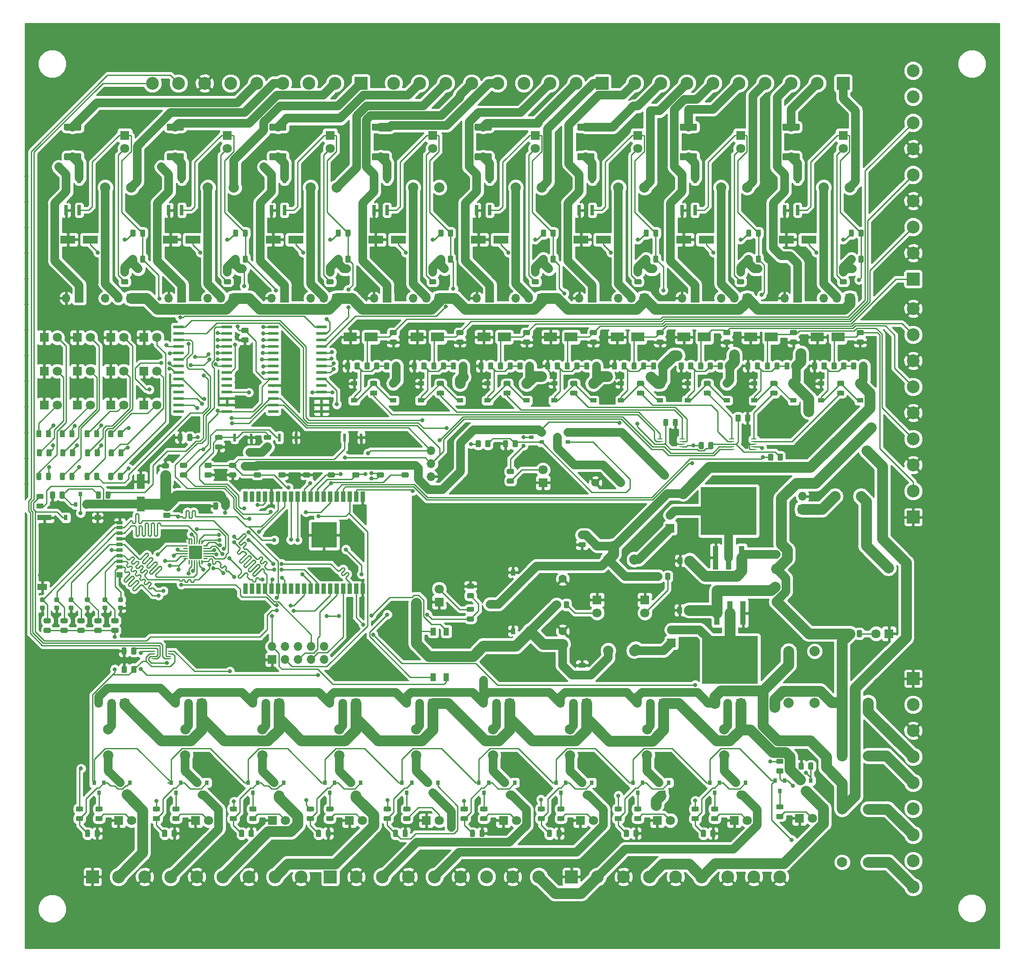
<source format=gbr>
G04 #@! TF.GenerationSoftware,KiCad,Pcbnew,5.0.1-33cea8e~68~ubuntu18.04.1*
G04 #@! TF.CreationDate,2018-11-17T13:41:40+01:00*
G04 #@! TF.ProjectId,G3,47332E6B696361645F70636200000000,rev?*
G04 #@! TF.SameCoordinates,Original*
G04 #@! TF.FileFunction,Copper,L1,Top,Signal*
G04 #@! TF.FilePolarity,Positive*
%FSLAX46Y46*%
G04 Gerber Fmt 4.6, Leading zero omitted, Abs format (unit mm)*
G04 Created by KiCad (PCBNEW 5.0.1-33cea8e~68~ubuntu18.04.1) date lör 17 nov 2018 13:41:40*
%MOMM*%
%LPD*%
G01*
G04 APERTURE LIST*
G04 #@! TA.AperFunction,SMDPad,CuDef*
%ADD10R,1.200000X0.700000*%
G04 #@! TD*
G04 #@! TA.AperFunction,SMDPad,CuDef*
%ADD11R,1.200000X1.000000*%
G04 #@! TD*
G04 #@! TA.AperFunction,SMDPad,CuDef*
%ADD12R,0.800000X1.000000*%
G04 #@! TD*
G04 #@! TA.AperFunction,SMDPad,CuDef*
%ADD13R,2.800000X1.000000*%
G04 #@! TD*
G04 #@! TA.AperFunction,SMDPad,CuDef*
%ADD14R,1.900000X1.300000*%
G04 #@! TD*
G04 #@! TA.AperFunction,Conductor*
%ADD15C,0.100000*%
G04 #@! TD*
G04 #@! TA.AperFunction,SMDPad,CuDef*
%ADD16C,0.975000*%
G04 #@! TD*
G04 #@! TA.AperFunction,ComponentPad*
%ADD17R,1.800000X1.800000*%
G04 #@! TD*
G04 #@! TA.AperFunction,ComponentPad*
%ADD18C,1.800000*%
G04 #@! TD*
G04 #@! TA.AperFunction,SMDPad,CuDef*
%ADD19R,0.800000X0.900000*%
G04 #@! TD*
G04 #@! TA.AperFunction,SMDPad,CuDef*
%ADD20R,1.100000X1.500000*%
G04 #@! TD*
G04 #@! TA.AperFunction,ComponentPad*
%ADD21O,1.700000X1.700000*%
G04 #@! TD*
G04 #@! TA.AperFunction,ComponentPad*
%ADD22R,1.700000X1.700000*%
G04 #@! TD*
G04 #@! TA.AperFunction,SMDPad,CuDef*
%ADD23R,0.900000X2.000000*%
G04 #@! TD*
G04 #@! TA.AperFunction,SMDPad,CuDef*
%ADD24R,5.000000X5.000000*%
G04 #@! TD*
G04 #@! TA.AperFunction,SMDPad,CuDef*
%ADD25R,0.900000X0.800000*%
G04 #@! TD*
G04 #@! TA.AperFunction,ComponentPad*
%ADD26C,1.524000*%
G04 #@! TD*
G04 #@! TA.AperFunction,SMDPad,CuDef*
%ADD27C,0.875000*%
G04 #@! TD*
G04 #@! TA.AperFunction,SMDPad,CuDef*
%ADD28C,0.250000*%
G04 #@! TD*
G04 #@! TA.AperFunction,ViaPad*
%ADD29C,0.500000*%
G04 #@! TD*
G04 #@! TA.AperFunction,SMDPad,CuDef*
%ADD30C,2.600000*%
G04 #@! TD*
G04 #@! TA.AperFunction,SMDPad,CuDef*
%ADD31R,0.550000X1.500000*%
G04 #@! TD*
G04 #@! TA.AperFunction,SMDPad,CuDef*
%ADD32R,1.600000X3.000000*%
G04 #@! TD*
G04 #@! TA.AperFunction,SMDPad,CuDef*
%ADD33R,3.000000X1.600000*%
G04 #@! TD*
G04 #@! TA.AperFunction,ComponentPad*
%ADD34R,1.600000X1.600000*%
G04 #@! TD*
G04 #@! TA.AperFunction,ComponentPad*
%ADD35C,1.600000*%
G04 #@! TD*
G04 #@! TA.AperFunction,SMDPad,CuDef*
%ADD36R,2.500000X1.800000*%
G04 #@! TD*
G04 #@! TA.AperFunction,SMDPad,CuDef*
%ADD37R,1.200000X0.900000*%
G04 #@! TD*
G04 #@! TA.AperFunction,SMDPad,CuDef*
%ADD38R,0.900000X1.200000*%
G04 #@! TD*
G04 #@! TA.AperFunction,SMDPad,CuDef*
%ADD39R,1.100000X1.100000*%
G04 #@! TD*
G04 #@! TA.AperFunction,ComponentPad*
%ADD40C,2.000000*%
G04 #@! TD*
G04 #@! TA.AperFunction,SMDPad,CuDef*
%ADD41R,0.640000X2.000000*%
G04 #@! TD*
G04 #@! TA.AperFunction,SMDPad,CuDef*
%ADD42R,2.000000X0.600000*%
G04 #@! TD*
G04 #@! TA.AperFunction,SMDPad,CuDef*
%ADD43R,1.100000X0.250000*%
G04 #@! TD*
G04 #@! TA.AperFunction,SMDPad,CuDef*
%ADD44R,0.750000X0.250000*%
G04 #@! TD*
G04 #@! TA.AperFunction,SMDPad,CuDef*
%ADD45R,1.100000X4.600000*%
G04 #@! TD*
G04 #@! TA.AperFunction,SMDPad,CuDef*
%ADD46R,10.800000X9.400000*%
G04 #@! TD*
G04 #@! TA.AperFunction,ComponentPad*
%ADD47R,2.500000X2.500000*%
G04 #@! TD*
G04 #@! TA.AperFunction,ComponentPad*
%ADD48C,2.500000*%
G04 #@! TD*
G04 #@! TA.AperFunction,SMDPad,CuDef*
%ADD49C,1.350000*%
G04 #@! TD*
G04 #@! TA.AperFunction,ViaPad*
%ADD50C,0.800000*%
G04 #@! TD*
G04 #@! TA.AperFunction,Conductor*
%ADD51C,1.700000*%
G04 #@! TD*
G04 #@! TA.AperFunction,Conductor*
%ADD52C,0.250000*%
G04 #@! TD*
G04 #@! TA.AperFunction,Conductor*
%ADD53C,2.100000*%
G04 #@! TD*
G04 #@! TA.AperFunction,Conductor*
%ADD54C,0.254000*%
G04 #@! TD*
G04 APERTURE END LIST*
D10*
G04 #@! TO.P,J401,9*
G04 #@! TO.N,GND*
X37316000Y-111092000D03*
G04 #@! TO.P,J401,8*
G04 #@! TO.N,/MCU/SDCard/SD_MMC_DATA1*
X37316000Y-112042000D03*
G04 #@! TO.P,J401,1*
G04 #@! TO.N,/MCU/SDCard/SD_MMC_Data2*
X37316000Y-119742000D03*
G04 #@! TO.P,J401,2*
G04 #@! TO.N,/MCU/SDCard/SD_MMC_Data3*
X37316000Y-118642000D03*
G04 #@! TO.P,J401,3*
G04 #@! TO.N,/MCU/SDCard/SD_MMC_CMD*
X37316000Y-117542000D03*
G04 #@! TO.P,J401,4*
G04 #@! TO.N,SD_CARD_PWR*
X37316000Y-116442000D03*
G04 #@! TO.P,J401,5*
G04 #@! TO.N,/MCU/SDCard/SD_MMC_CLK*
X37316000Y-115342000D03*
G04 #@! TO.P,J401,6*
G04 #@! TO.N,GND*
X37316000Y-114242000D03*
G04 #@! TO.P,J401,7*
G04 #@! TO.N,/MCU/SDCard/SD_MMC_DATA0*
X37316000Y-113142000D03*
D11*
G04 #@! TO.P,J401,11*
G04 #@! TO.N,GND*
X37316000Y-121292000D03*
X33016000Y-110142000D03*
D12*
G04 #@! TO.P,J401,10*
G04 #@! TO.N,SD_CD*
X26816000Y-110142000D03*
D13*
G04 #@! TO.P,J401,11*
G04 #@! TO.N,GND*
X22666000Y-110142000D03*
D14*
X22216000Y-123642000D03*
G04 #@! TD*
D15*
G04 #@! TO.N,Boot_option*
G04 #@! TO.C,C307*
G36*
X57096742Y-93978574D02*
X57120403Y-93982084D01*
X57143607Y-93987896D01*
X57166129Y-93995954D01*
X57187753Y-94006182D01*
X57208270Y-94018479D01*
X57227483Y-94032729D01*
X57245207Y-94048793D01*
X57261271Y-94066517D01*
X57275521Y-94085730D01*
X57287818Y-94106247D01*
X57298046Y-94127871D01*
X57306104Y-94150393D01*
X57311916Y-94173597D01*
X57315426Y-94197258D01*
X57316600Y-94221150D01*
X57316600Y-94708650D01*
X57315426Y-94732542D01*
X57311916Y-94756203D01*
X57306104Y-94779407D01*
X57298046Y-94801929D01*
X57287818Y-94823553D01*
X57275521Y-94844070D01*
X57261271Y-94863283D01*
X57245207Y-94881007D01*
X57227483Y-94897071D01*
X57208270Y-94911321D01*
X57187753Y-94923618D01*
X57166129Y-94933846D01*
X57143607Y-94941904D01*
X57120403Y-94947716D01*
X57096742Y-94951226D01*
X57072850Y-94952400D01*
X56160350Y-94952400D01*
X56136458Y-94951226D01*
X56112797Y-94947716D01*
X56089593Y-94941904D01*
X56067071Y-94933846D01*
X56045447Y-94923618D01*
X56024930Y-94911321D01*
X56005717Y-94897071D01*
X55987993Y-94881007D01*
X55971929Y-94863283D01*
X55957679Y-94844070D01*
X55945382Y-94823553D01*
X55935154Y-94801929D01*
X55927096Y-94779407D01*
X55921284Y-94756203D01*
X55917774Y-94732542D01*
X55916600Y-94708650D01*
X55916600Y-94221150D01*
X55917774Y-94197258D01*
X55921284Y-94173597D01*
X55927096Y-94150393D01*
X55935154Y-94127871D01*
X55945382Y-94106247D01*
X55957679Y-94085730D01*
X55971929Y-94066517D01*
X55987993Y-94048793D01*
X56005717Y-94032729D01*
X56024930Y-94018479D01*
X56045447Y-94006182D01*
X56067071Y-93995954D01*
X56089593Y-93987896D01*
X56112797Y-93982084D01*
X56136458Y-93978574D01*
X56160350Y-93977400D01*
X57072850Y-93977400D01*
X57096742Y-93978574D01*
X57096742Y-93978574D01*
G37*
D16*
G04 #@! TD*
G04 #@! TO.P,C307,1*
G04 #@! TO.N,Boot_option*
X56616600Y-94464900D03*
D15*
G04 #@! TO.N,GND*
G04 #@! TO.C,C307*
G36*
X57096742Y-95853574D02*
X57120403Y-95857084D01*
X57143607Y-95862896D01*
X57166129Y-95870954D01*
X57187753Y-95881182D01*
X57208270Y-95893479D01*
X57227483Y-95907729D01*
X57245207Y-95923793D01*
X57261271Y-95941517D01*
X57275521Y-95960730D01*
X57287818Y-95981247D01*
X57298046Y-96002871D01*
X57306104Y-96025393D01*
X57311916Y-96048597D01*
X57315426Y-96072258D01*
X57316600Y-96096150D01*
X57316600Y-96583650D01*
X57315426Y-96607542D01*
X57311916Y-96631203D01*
X57306104Y-96654407D01*
X57298046Y-96676929D01*
X57287818Y-96698553D01*
X57275521Y-96719070D01*
X57261271Y-96738283D01*
X57245207Y-96756007D01*
X57227483Y-96772071D01*
X57208270Y-96786321D01*
X57187753Y-96798618D01*
X57166129Y-96808846D01*
X57143607Y-96816904D01*
X57120403Y-96822716D01*
X57096742Y-96826226D01*
X57072850Y-96827400D01*
X56160350Y-96827400D01*
X56136458Y-96826226D01*
X56112797Y-96822716D01*
X56089593Y-96816904D01*
X56067071Y-96808846D01*
X56045447Y-96798618D01*
X56024930Y-96786321D01*
X56005717Y-96772071D01*
X55987993Y-96756007D01*
X55971929Y-96738283D01*
X55957679Y-96719070D01*
X55945382Y-96698553D01*
X55935154Y-96676929D01*
X55927096Y-96654407D01*
X55921284Y-96631203D01*
X55917774Y-96607542D01*
X55916600Y-96583650D01*
X55916600Y-96096150D01*
X55917774Y-96072258D01*
X55921284Y-96048597D01*
X55927096Y-96025393D01*
X55935154Y-96002871D01*
X55945382Y-95981247D01*
X55957679Y-95960730D01*
X55971929Y-95941517D01*
X55987993Y-95923793D01*
X56005717Y-95907729D01*
X56024930Y-95893479D01*
X56045447Y-95881182D01*
X56067071Y-95870954D01*
X56089593Y-95862896D01*
X56112797Y-95857084D01*
X56136458Y-95853574D01*
X56160350Y-95852400D01*
X57072850Y-95852400D01*
X57096742Y-95853574D01*
X57096742Y-95853574D01*
G37*
D16*
G04 #@! TD*
G04 #@! TO.P,C307,2*
G04 #@! TO.N,GND*
X56616600Y-96339900D03*
D15*
G04 #@! TO.N,+3V3*
G04 #@! TO.C,R304*
G36*
X66596342Y-95853574D02*
X66620003Y-95857084D01*
X66643207Y-95862896D01*
X66665729Y-95870954D01*
X66687353Y-95881182D01*
X66707870Y-95893479D01*
X66727083Y-95907729D01*
X66744807Y-95923793D01*
X66760871Y-95941517D01*
X66775121Y-95960730D01*
X66787418Y-95981247D01*
X66797646Y-96002871D01*
X66805704Y-96025393D01*
X66811516Y-96048597D01*
X66815026Y-96072258D01*
X66816200Y-96096150D01*
X66816200Y-96583650D01*
X66815026Y-96607542D01*
X66811516Y-96631203D01*
X66805704Y-96654407D01*
X66797646Y-96676929D01*
X66787418Y-96698553D01*
X66775121Y-96719070D01*
X66760871Y-96738283D01*
X66744807Y-96756007D01*
X66727083Y-96772071D01*
X66707870Y-96786321D01*
X66687353Y-96798618D01*
X66665729Y-96808846D01*
X66643207Y-96816904D01*
X66620003Y-96822716D01*
X66596342Y-96826226D01*
X66572450Y-96827400D01*
X65659950Y-96827400D01*
X65636058Y-96826226D01*
X65612397Y-96822716D01*
X65589193Y-96816904D01*
X65566671Y-96808846D01*
X65545047Y-96798618D01*
X65524530Y-96786321D01*
X65505317Y-96772071D01*
X65487593Y-96756007D01*
X65471529Y-96738283D01*
X65457279Y-96719070D01*
X65444982Y-96698553D01*
X65434754Y-96676929D01*
X65426696Y-96654407D01*
X65420884Y-96631203D01*
X65417374Y-96607542D01*
X65416200Y-96583650D01*
X65416200Y-96096150D01*
X65417374Y-96072258D01*
X65420884Y-96048597D01*
X65426696Y-96025393D01*
X65434754Y-96002871D01*
X65444982Y-95981247D01*
X65457279Y-95960730D01*
X65471529Y-95941517D01*
X65487593Y-95923793D01*
X65505317Y-95907729D01*
X65524530Y-95893479D01*
X65545047Y-95881182D01*
X65566671Y-95870954D01*
X65589193Y-95862896D01*
X65612397Y-95857084D01*
X65636058Y-95853574D01*
X65659950Y-95852400D01*
X66572450Y-95852400D01*
X66596342Y-95853574D01*
X66596342Y-95853574D01*
G37*
D16*
G04 #@! TD*
G04 #@! TO.P,R304,1*
G04 #@! TO.N,+3V3*
X66116200Y-96339900D03*
D15*
G04 #@! TO.N,Boot_option*
G04 #@! TO.C,R304*
G36*
X66596342Y-93978574D02*
X66620003Y-93982084D01*
X66643207Y-93987896D01*
X66665729Y-93995954D01*
X66687353Y-94006182D01*
X66707870Y-94018479D01*
X66727083Y-94032729D01*
X66744807Y-94048793D01*
X66760871Y-94066517D01*
X66775121Y-94085730D01*
X66787418Y-94106247D01*
X66797646Y-94127871D01*
X66805704Y-94150393D01*
X66811516Y-94173597D01*
X66815026Y-94197258D01*
X66816200Y-94221150D01*
X66816200Y-94708650D01*
X66815026Y-94732542D01*
X66811516Y-94756203D01*
X66805704Y-94779407D01*
X66797646Y-94801929D01*
X66787418Y-94823553D01*
X66775121Y-94844070D01*
X66760871Y-94863283D01*
X66744807Y-94881007D01*
X66727083Y-94897071D01*
X66707870Y-94911321D01*
X66687353Y-94923618D01*
X66665729Y-94933846D01*
X66643207Y-94941904D01*
X66620003Y-94947716D01*
X66596342Y-94951226D01*
X66572450Y-94952400D01*
X65659950Y-94952400D01*
X65636058Y-94951226D01*
X65612397Y-94947716D01*
X65589193Y-94941904D01*
X65566671Y-94933846D01*
X65545047Y-94923618D01*
X65524530Y-94911321D01*
X65505317Y-94897071D01*
X65487593Y-94881007D01*
X65471529Y-94863283D01*
X65457279Y-94844070D01*
X65444982Y-94823553D01*
X65434754Y-94801929D01*
X65426696Y-94779407D01*
X65420884Y-94756203D01*
X65417374Y-94732542D01*
X65416200Y-94708650D01*
X65416200Y-94221150D01*
X65417374Y-94197258D01*
X65420884Y-94173597D01*
X65426696Y-94150393D01*
X65434754Y-94127871D01*
X65444982Y-94106247D01*
X65457279Y-94085730D01*
X65471529Y-94066517D01*
X65487593Y-94048793D01*
X65505317Y-94032729D01*
X65524530Y-94018479D01*
X65545047Y-94006182D01*
X65566671Y-93995954D01*
X65589193Y-93987896D01*
X65612397Y-93982084D01*
X65636058Y-93978574D01*
X65659950Y-93977400D01*
X66572450Y-93977400D01*
X66596342Y-93978574D01*
X66596342Y-93978574D01*
G37*
D16*
G04 #@! TD*
G04 #@! TO.P,R304,2*
G04 #@! TO.N,Boot_option*
X66116200Y-94464900D03*
D17*
G04 #@! TO.P,D1406,1*
G04 #@! TO.N,GND*
X29083000Y-88138000D03*
D18*
G04 #@! TO.P,D1406,2*
G04 #@! TO.N,Net-(D1406-Pad2)*
X31623000Y-88138000D03*
G04 #@! TD*
D15*
G04 #@! TO.N,Net-(R1403-Pad2)*
G04 #@! TO.C,R1403*
G36*
X23709542Y-93077974D02*
X23733203Y-93081484D01*
X23756407Y-93087296D01*
X23778929Y-93095354D01*
X23800553Y-93105582D01*
X23821070Y-93117879D01*
X23840283Y-93132129D01*
X23858007Y-93148193D01*
X23874071Y-93165917D01*
X23888321Y-93185130D01*
X23900618Y-93205647D01*
X23910846Y-93227271D01*
X23918904Y-93249793D01*
X23924716Y-93272997D01*
X23928226Y-93296658D01*
X23929400Y-93320550D01*
X23929400Y-94233050D01*
X23928226Y-94256942D01*
X23924716Y-94280603D01*
X23918904Y-94303807D01*
X23910846Y-94326329D01*
X23900618Y-94347953D01*
X23888321Y-94368470D01*
X23874071Y-94387683D01*
X23858007Y-94405407D01*
X23840283Y-94421471D01*
X23821070Y-94435721D01*
X23800553Y-94448018D01*
X23778929Y-94458246D01*
X23756407Y-94466304D01*
X23733203Y-94472116D01*
X23709542Y-94475626D01*
X23685650Y-94476800D01*
X23198150Y-94476800D01*
X23174258Y-94475626D01*
X23150597Y-94472116D01*
X23127393Y-94466304D01*
X23104871Y-94458246D01*
X23083247Y-94448018D01*
X23062730Y-94435721D01*
X23043517Y-94421471D01*
X23025793Y-94405407D01*
X23009729Y-94387683D01*
X22995479Y-94368470D01*
X22983182Y-94347953D01*
X22972954Y-94326329D01*
X22964896Y-94303807D01*
X22959084Y-94280603D01*
X22955574Y-94256942D01*
X22954400Y-94233050D01*
X22954400Y-93320550D01*
X22955574Y-93296658D01*
X22959084Y-93272997D01*
X22964896Y-93249793D01*
X22972954Y-93227271D01*
X22983182Y-93205647D01*
X22995479Y-93185130D01*
X23009729Y-93165917D01*
X23025793Y-93148193D01*
X23043517Y-93132129D01*
X23062730Y-93117879D01*
X23083247Y-93105582D01*
X23104871Y-93095354D01*
X23127393Y-93087296D01*
X23150597Y-93081484D01*
X23174258Y-93077974D01*
X23198150Y-93076800D01*
X23685650Y-93076800D01*
X23709542Y-93077974D01*
X23709542Y-93077974D01*
G37*
D16*
G04 #@! TD*
G04 #@! TO.P,R1403,2*
G04 #@! TO.N,Net-(R1403-Pad2)*
X23441900Y-93776800D03*
D15*
G04 #@! TO.N,Net-(D1403-Pad2)*
G04 #@! TO.C,R1403*
G36*
X21834542Y-93077974D02*
X21858203Y-93081484D01*
X21881407Y-93087296D01*
X21903929Y-93095354D01*
X21925553Y-93105582D01*
X21946070Y-93117879D01*
X21965283Y-93132129D01*
X21983007Y-93148193D01*
X21999071Y-93165917D01*
X22013321Y-93185130D01*
X22025618Y-93205647D01*
X22035846Y-93227271D01*
X22043904Y-93249793D01*
X22049716Y-93272997D01*
X22053226Y-93296658D01*
X22054400Y-93320550D01*
X22054400Y-94233050D01*
X22053226Y-94256942D01*
X22049716Y-94280603D01*
X22043904Y-94303807D01*
X22035846Y-94326329D01*
X22025618Y-94347953D01*
X22013321Y-94368470D01*
X21999071Y-94387683D01*
X21983007Y-94405407D01*
X21965283Y-94421471D01*
X21946070Y-94435721D01*
X21925553Y-94448018D01*
X21903929Y-94458246D01*
X21881407Y-94466304D01*
X21858203Y-94472116D01*
X21834542Y-94475626D01*
X21810650Y-94476800D01*
X21323150Y-94476800D01*
X21299258Y-94475626D01*
X21275597Y-94472116D01*
X21252393Y-94466304D01*
X21229871Y-94458246D01*
X21208247Y-94448018D01*
X21187730Y-94435721D01*
X21168517Y-94421471D01*
X21150793Y-94405407D01*
X21134729Y-94387683D01*
X21120479Y-94368470D01*
X21108182Y-94347953D01*
X21097954Y-94326329D01*
X21089896Y-94303807D01*
X21084084Y-94280603D01*
X21080574Y-94256942D01*
X21079400Y-94233050D01*
X21079400Y-93320550D01*
X21080574Y-93296658D01*
X21084084Y-93272997D01*
X21089896Y-93249793D01*
X21097954Y-93227271D01*
X21108182Y-93205647D01*
X21120479Y-93185130D01*
X21134729Y-93165917D01*
X21150793Y-93148193D01*
X21168517Y-93132129D01*
X21187730Y-93117879D01*
X21208247Y-93105582D01*
X21229871Y-93095354D01*
X21252393Y-93087296D01*
X21275597Y-93081484D01*
X21299258Y-93077974D01*
X21323150Y-93076800D01*
X21810650Y-93076800D01*
X21834542Y-93077974D01*
X21834542Y-93077974D01*
G37*
D16*
G04 #@! TD*
G04 #@! TO.P,R1403,1*
G04 #@! TO.N,Net-(D1403-Pad2)*
X21566900Y-93776800D03*
D15*
G04 #@! TO.N,Net-(D1404-Pad2)*
G04 #@! TO.C,R1404*
G36*
X26406542Y-101383774D02*
X26430203Y-101387284D01*
X26453407Y-101393096D01*
X26475929Y-101401154D01*
X26497553Y-101411382D01*
X26518070Y-101423679D01*
X26537283Y-101437929D01*
X26555007Y-101453993D01*
X26571071Y-101471717D01*
X26585321Y-101490930D01*
X26597618Y-101511447D01*
X26607846Y-101533071D01*
X26615904Y-101555593D01*
X26621716Y-101578797D01*
X26625226Y-101602458D01*
X26626400Y-101626350D01*
X26626400Y-102538850D01*
X26625226Y-102562742D01*
X26621716Y-102586403D01*
X26615904Y-102609607D01*
X26607846Y-102632129D01*
X26597618Y-102653753D01*
X26585321Y-102674270D01*
X26571071Y-102693483D01*
X26555007Y-102711207D01*
X26537283Y-102727271D01*
X26518070Y-102741521D01*
X26497553Y-102753818D01*
X26475929Y-102764046D01*
X26453407Y-102772104D01*
X26430203Y-102777916D01*
X26406542Y-102781426D01*
X26382650Y-102782600D01*
X25895150Y-102782600D01*
X25871258Y-102781426D01*
X25847597Y-102777916D01*
X25824393Y-102772104D01*
X25801871Y-102764046D01*
X25780247Y-102753818D01*
X25759730Y-102741521D01*
X25740517Y-102727271D01*
X25722793Y-102711207D01*
X25706729Y-102693483D01*
X25692479Y-102674270D01*
X25680182Y-102653753D01*
X25669954Y-102632129D01*
X25661896Y-102609607D01*
X25656084Y-102586403D01*
X25652574Y-102562742D01*
X25651400Y-102538850D01*
X25651400Y-101626350D01*
X25652574Y-101602458D01*
X25656084Y-101578797D01*
X25661896Y-101555593D01*
X25669954Y-101533071D01*
X25680182Y-101511447D01*
X25692479Y-101490930D01*
X25706729Y-101471717D01*
X25722793Y-101453993D01*
X25740517Y-101437929D01*
X25759730Y-101423679D01*
X25780247Y-101411382D01*
X25801871Y-101401154D01*
X25824393Y-101393096D01*
X25847597Y-101387284D01*
X25871258Y-101383774D01*
X25895150Y-101382600D01*
X26382650Y-101382600D01*
X26406542Y-101383774D01*
X26406542Y-101383774D01*
G37*
D16*
G04 #@! TD*
G04 #@! TO.P,R1404,1*
G04 #@! TO.N,Net-(D1404-Pad2)*
X26138900Y-102082600D03*
D15*
G04 #@! TO.N,Net-(R1404-Pad2)*
G04 #@! TO.C,R1404*
G36*
X28281542Y-101383774D02*
X28305203Y-101387284D01*
X28328407Y-101393096D01*
X28350929Y-101401154D01*
X28372553Y-101411382D01*
X28393070Y-101423679D01*
X28412283Y-101437929D01*
X28430007Y-101453993D01*
X28446071Y-101471717D01*
X28460321Y-101490930D01*
X28472618Y-101511447D01*
X28482846Y-101533071D01*
X28490904Y-101555593D01*
X28496716Y-101578797D01*
X28500226Y-101602458D01*
X28501400Y-101626350D01*
X28501400Y-102538850D01*
X28500226Y-102562742D01*
X28496716Y-102586403D01*
X28490904Y-102609607D01*
X28482846Y-102632129D01*
X28472618Y-102653753D01*
X28460321Y-102674270D01*
X28446071Y-102693483D01*
X28430007Y-102711207D01*
X28412283Y-102727271D01*
X28393070Y-102741521D01*
X28372553Y-102753818D01*
X28350929Y-102764046D01*
X28328407Y-102772104D01*
X28305203Y-102777916D01*
X28281542Y-102781426D01*
X28257650Y-102782600D01*
X27770150Y-102782600D01*
X27746258Y-102781426D01*
X27722597Y-102777916D01*
X27699393Y-102772104D01*
X27676871Y-102764046D01*
X27655247Y-102753818D01*
X27634730Y-102741521D01*
X27615517Y-102727271D01*
X27597793Y-102711207D01*
X27581729Y-102693483D01*
X27567479Y-102674270D01*
X27555182Y-102653753D01*
X27544954Y-102632129D01*
X27536896Y-102609607D01*
X27531084Y-102586403D01*
X27527574Y-102562742D01*
X27526400Y-102538850D01*
X27526400Y-101626350D01*
X27527574Y-101602458D01*
X27531084Y-101578797D01*
X27536896Y-101555593D01*
X27544954Y-101533071D01*
X27555182Y-101511447D01*
X27567479Y-101490930D01*
X27581729Y-101471717D01*
X27597793Y-101453993D01*
X27615517Y-101437929D01*
X27634730Y-101423679D01*
X27655247Y-101411382D01*
X27676871Y-101401154D01*
X27699393Y-101393096D01*
X27722597Y-101387284D01*
X27746258Y-101383774D01*
X27770150Y-101382600D01*
X28257650Y-101382600D01*
X28281542Y-101383774D01*
X28281542Y-101383774D01*
G37*
D16*
G04 #@! TD*
G04 #@! TO.P,R1404,2*
G04 #@! TO.N,Net-(R1404-Pad2)*
X28013900Y-102082600D03*
D15*
G04 #@! TO.N,Net-(R1410-Pad2)*
G04 #@! TO.C,R1410*
G36*
X37728042Y-101383774D02*
X37751703Y-101387284D01*
X37774907Y-101393096D01*
X37797429Y-101401154D01*
X37819053Y-101411382D01*
X37839570Y-101423679D01*
X37858783Y-101437929D01*
X37876507Y-101453993D01*
X37892571Y-101471717D01*
X37906821Y-101490930D01*
X37919118Y-101511447D01*
X37929346Y-101533071D01*
X37937404Y-101555593D01*
X37943216Y-101578797D01*
X37946726Y-101602458D01*
X37947900Y-101626350D01*
X37947900Y-102538850D01*
X37946726Y-102562742D01*
X37943216Y-102586403D01*
X37937404Y-102609607D01*
X37929346Y-102632129D01*
X37919118Y-102653753D01*
X37906821Y-102674270D01*
X37892571Y-102693483D01*
X37876507Y-102711207D01*
X37858783Y-102727271D01*
X37839570Y-102741521D01*
X37819053Y-102753818D01*
X37797429Y-102764046D01*
X37774907Y-102772104D01*
X37751703Y-102777916D01*
X37728042Y-102781426D01*
X37704150Y-102782600D01*
X37216650Y-102782600D01*
X37192758Y-102781426D01*
X37169097Y-102777916D01*
X37145893Y-102772104D01*
X37123371Y-102764046D01*
X37101747Y-102753818D01*
X37081230Y-102741521D01*
X37062017Y-102727271D01*
X37044293Y-102711207D01*
X37028229Y-102693483D01*
X37013979Y-102674270D01*
X37001682Y-102653753D01*
X36991454Y-102632129D01*
X36983396Y-102609607D01*
X36977584Y-102586403D01*
X36974074Y-102562742D01*
X36972900Y-102538850D01*
X36972900Y-101626350D01*
X36974074Y-101602458D01*
X36977584Y-101578797D01*
X36983396Y-101555593D01*
X36991454Y-101533071D01*
X37001682Y-101511447D01*
X37013979Y-101490930D01*
X37028229Y-101471717D01*
X37044293Y-101453993D01*
X37062017Y-101437929D01*
X37081230Y-101423679D01*
X37101747Y-101411382D01*
X37123371Y-101401154D01*
X37145893Y-101393096D01*
X37169097Y-101387284D01*
X37192758Y-101383774D01*
X37216650Y-101382600D01*
X37704150Y-101382600D01*
X37728042Y-101383774D01*
X37728042Y-101383774D01*
G37*
D16*
G04 #@! TD*
G04 #@! TO.P,R1410,2*
G04 #@! TO.N,Net-(R1410-Pad2)*
X37460400Y-102082600D03*
D15*
G04 #@! TO.N,Net-(D1410-Pad2)*
G04 #@! TO.C,R1410*
G36*
X35853042Y-101383774D02*
X35876703Y-101387284D01*
X35899907Y-101393096D01*
X35922429Y-101401154D01*
X35944053Y-101411382D01*
X35964570Y-101423679D01*
X35983783Y-101437929D01*
X36001507Y-101453993D01*
X36017571Y-101471717D01*
X36031821Y-101490930D01*
X36044118Y-101511447D01*
X36054346Y-101533071D01*
X36062404Y-101555593D01*
X36068216Y-101578797D01*
X36071726Y-101602458D01*
X36072900Y-101626350D01*
X36072900Y-102538850D01*
X36071726Y-102562742D01*
X36068216Y-102586403D01*
X36062404Y-102609607D01*
X36054346Y-102632129D01*
X36044118Y-102653753D01*
X36031821Y-102674270D01*
X36017571Y-102693483D01*
X36001507Y-102711207D01*
X35983783Y-102727271D01*
X35964570Y-102741521D01*
X35944053Y-102753818D01*
X35922429Y-102764046D01*
X35899907Y-102772104D01*
X35876703Y-102777916D01*
X35853042Y-102781426D01*
X35829150Y-102782600D01*
X35341650Y-102782600D01*
X35317758Y-102781426D01*
X35294097Y-102777916D01*
X35270893Y-102772104D01*
X35248371Y-102764046D01*
X35226747Y-102753818D01*
X35206230Y-102741521D01*
X35187017Y-102727271D01*
X35169293Y-102711207D01*
X35153229Y-102693483D01*
X35138979Y-102674270D01*
X35126682Y-102653753D01*
X35116454Y-102632129D01*
X35108396Y-102609607D01*
X35102584Y-102586403D01*
X35099074Y-102562742D01*
X35097900Y-102538850D01*
X35097900Y-101626350D01*
X35099074Y-101602458D01*
X35102584Y-101578797D01*
X35108396Y-101555593D01*
X35116454Y-101533071D01*
X35126682Y-101511447D01*
X35138979Y-101490930D01*
X35153229Y-101471717D01*
X35169293Y-101453993D01*
X35187017Y-101437929D01*
X35206230Y-101423679D01*
X35226747Y-101411382D01*
X35248371Y-101401154D01*
X35270893Y-101393096D01*
X35294097Y-101387284D01*
X35317758Y-101383774D01*
X35341650Y-101382600D01*
X35829150Y-101382600D01*
X35853042Y-101383774D01*
X35853042Y-101383774D01*
G37*
D16*
G04 #@! TD*
G04 #@! TO.P,R1410,1*
G04 #@! TO.N,Net-(D1410-Pad2)*
X35585400Y-102082600D03*
D15*
G04 #@! TO.N,Net-(D1405-Pad2)*
G04 #@! TO.C,R1405*
G36*
X26508142Y-96799074D02*
X26531803Y-96802584D01*
X26555007Y-96808396D01*
X26577529Y-96816454D01*
X26599153Y-96826682D01*
X26619670Y-96838979D01*
X26638883Y-96853229D01*
X26656607Y-96869293D01*
X26672671Y-96887017D01*
X26686921Y-96906230D01*
X26699218Y-96926747D01*
X26709446Y-96948371D01*
X26717504Y-96970893D01*
X26723316Y-96994097D01*
X26726826Y-97017758D01*
X26728000Y-97041650D01*
X26728000Y-97954150D01*
X26726826Y-97978042D01*
X26723316Y-98001703D01*
X26717504Y-98024907D01*
X26709446Y-98047429D01*
X26699218Y-98069053D01*
X26686921Y-98089570D01*
X26672671Y-98108783D01*
X26656607Y-98126507D01*
X26638883Y-98142571D01*
X26619670Y-98156821D01*
X26599153Y-98169118D01*
X26577529Y-98179346D01*
X26555007Y-98187404D01*
X26531803Y-98193216D01*
X26508142Y-98196726D01*
X26484250Y-98197900D01*
X25996750Y-98197900D01*
X25972858Y-98196726D01*
X25949197Y-98193216D01*
X25925993Y-98187404D01*
X25903471Y-98179346D01*
X25881847Y-98169118D01*
X25861330Y-98156821D01*
X25842117Y-98142571D01*
X25824393Y-98126507D01*
X25808329Y-98108783D01*
X25794079Y-98089570D01*
X25781782Y-98069053D01*
X25771554Y-98047429D01*
X25763496Y-98024907D01*
X25757684Y-98001703D01*
X25754174Y-97978042D01*
X25753000Y-97954150D01*
X25753000Y-97041650D01*
X25754174Y-97017758D01*
X25757684Y-96994097D01*
X25763496Y-96970893D01*
X25771554Y-96948371D01*
X25781782Y-96926747D01*
X25794079Y-96906230D01*
X25808329Y-96887017D01*
X25824393Y-96869293D01*
X25842117Y-96853229D01*
X25861330Y-96838979D01*
X25881847Y-96826682D01*
X25903471Y-96816454D01*
X25925993Y-96808396D01*
X25949197Y-96802584D01*
X25972858Y-96799074D01*
X25996750Y-96797900D01*
X26484250Y-96797900D01*
X26508142Y-96799074D01*
X26508142Y-96799074D01*
G37*
D16*
G04 #@! TD*
G04 #@! TO.P,R1405,1*
G04 #@! TO.N,Net-(D1405-Pad2)*
X26240500Y-97497900D03*
D15*
G04 #@! TO.N,Net-(R1405-Pad2)*
G04 #@! TO.C,R1405*
G36*
X28383142Y-96799074D02*
X28406803Y-96802584D01*
X28430007Y-96808396D01*
X28452529Y-96816454D01*
X28474153Y-96826682D01*
X28494670Y-96838979D01*
X28513883Y-96853229D01*
X28531607Y-96869293D01*
X28547671Y-96887017D01*
X28561921Y-96906230D01*
X28574218Y-96926747D01*
X28584446Y-96948371D01*
X28592504Y-96970893D01*
X28598316Y-96994097D01*
X28601826Y-97017758D01*
X28603000Y-97041650D01*
X28603000Y-97954150D01*
X28601826Y-97978042D01*
X28598316Y-98001703D01*
X28592504Y-98024907D01*
X28584446Y-98047429D01*
X28574218Y-98069053D01*
X28561921Y-98089570D01*
X28547671Y-98108783D01*
X28531607Y-98126507D01*
X28513883Y-98142571D01*
X28494670Y-98156821D01*
X28474153Y-98169118D01*
X28452529Y-98179346D01*
X28430007Y-98187404D01*
X28406803Y-98193216D01*
X28383142Y-98196726D01*
X28359250Y-98197900D01*
X27871750Y-98197900D01*
X27847858Y-98196726D01*
X27824197Y-98193216D01*
X27800993Y-98187404D01*
X27778471Y-98179346D01*
X27756847Y-98169118D01*
X27736330Y-98156821D01*
X27717117Y-98142571D01*
X27699393Y-98126507D01*
X27683329Y-98108783D01*
X27669079Y-98089570D01*
X27656782Y-98069053D01*
X27646554Y-98047429D01*
X27638496Y-98024907D01*
X27632684Y-98001703D01*
X27629174Y-97978042D01*
X27628000Y-97954150D01*
X27628000Y-97041650D01*
X27629174Y-97017758D01*
X27632684Y-96994097D01*
X27638496Y-96970893D01*
X27646554Y-96948371D01*
X27656782Y-96926747D01*
X27669079Y-96906230D01*
X27683329Y-96887017D01*
X27699393Y-96869293D01*
X27717117Y-96853229D01*
X27736330Y-96838979D01*
X27756847Y-96826682D01*
X27778471Y-96816454D01*
X27800993Y-96808396D01*
X27824197Y-96802584D01*
X27847858Y-96799074D01*
X27871750Y-96797900D01*
X28359250Y-96797900D01*
X28383142Y-96799074D01*
X28383142Y-96799074D01*
G37*
D16*
G04 #@! TD*
G04 #@! TO.P,R1405,2*
G04 #@! TO.N,Net-(R1405-Pad2)*
X28115500Y-97497900D03*
D15*
G04 #@! TO.N,Net-(R1402-Pad2)*
G04 #@! TO.C,R1402*
G36*
X23811142Y-96799074D02*
X23834803Y-96802584D01*
X23858007Y-96808396D01*
X23880529Y-96816454D01*
X23902153Y-96826682D01*
X23922670Y-96838979D01*
X23941883Y-96853229D01*
X23959607Y-96869293D01*
X23975671Y-96887017D01*
X23989921Y-96906230D01*
X24002218Y-96926747D01*
X24012446Y-96948371D01*
X24020504Y-96970893D01*
X24026316Y-96994097D01*
X24029826Y-97017758D01*
X24031000Y-97041650D01*
X24031000Y-97954150D01*
X24029826Y-97978042D01*
X24026316Y-98001703D01*
X24020504Y-98024907D01*
X24012446Y-98047429D01*
X24002218Y-98069053D01*
X23989921Y-98089570D01*
X23975671Y-98108783D01*
X23959607Y-98126507D01*
X23941883Y-98142571D01*
X23922670Y-98156821D01*
X23902153Y-98169118D01*
X23880529Y-98179346D01*
X23858007Y-98187404D01*
X23834803Y-98193216D01*
X23811142Y-98196726D01*
X23787250Y-98197900D01*
X23299750Y-98197900D01*
X23275858Y-98196726D01*
X23252197Y-98193216D01*
X23228993Y-98187404D01*
X23206471Y-98179346D01*
X23184847Y-98169118D01*
X23164330Y-98156821D01*
X23145117Y-98142571D01*
X23127393Y-98126507D01*
X23111329Y-98108783D01*
X23097079Y-98089570D01*
X23084782Y-98069053D01*
X23074554Y-98047429D01*
X23066496Y-98024907D01*
X23060684Y-98001703D01*
X23057174Y-97978042D01*
X23056000Y-97954150D01*
X23056000Y-97041650D01*
X23057174Y-97017758D01*
X23060684Y-96994097D01*
X23066496Y-96970893D01*
X23074554Y-96948371D01*
X23084782Y-96926747D01*
X23097079Y-96906230D01*
X23111329Y-96887017D01*
X23127393Y-96869293D01*
X23145117Y-96853229D01*
X23164330Y-96838979D01*
X23184847Y-96826682D01*
X23206471Y-96816454D01*
X23228993Y-96808396D01*
X23252197Y-96802584D01*
X23275858Y-96799074D01*
X23299750Y-96797900D01*
X23787250Y-96797900D01*
X23811142Y-96799074D01*
X23811142Y-96799074D01*
G37*
D16*
G04 #@! TD*
G04 #@! TO.P,R1402,2*
G04 #@! TO.N,Net-(R1402-Pad2)*
X23543500Y-97497900D03*
D15*
G04 #@! TO.N,Net-(D1402-Pad2)*
G04 #@! TO.C,R1402*
G36*
X21936142Y-96799074D02*
X21959803Y-96802584D01*
X21983007Y-96808396D01*
X22005529Y-96816454D01*
X22027153Y-96826682D01*
X22047670Y-96838979D01*
X22066883Y-96853229D01*
X22084607Y-96869293D01*
X22100671Y-96887017D01*
X22114921Y-96906230D01*
X22127218Y-96926747D01*
X22137446Y-96948371D01*
X22145504Y-96970893D01*
X22151316Y-96994097D01*
X22154826Y-97017758D01*
X22156000Y-97041650D01*
X22156000Y-97954150D01*
X22154826Y-97978042D01*
X22151316Y-98001703D01*
X22145504Y-98024907D01*
X22137446Y-98047429D01*
X22127218Y-98069053D01*
X22114921Y-98089570D01*
X22100671Y-98108783D01*
X22084607Y-98126507D01*
X22066883Y-98142571D01*
X22047670Y-98156821D01*
X22027153Y-98169118D01*
X22005529Y-98179346D01*
X21983007Y-98187404D01*
X21959803Y-98193216D01*
X21936142Y-98196726D01*
X21912250Y-98197900D01*
X21424750Y-98197900D01*
X21400858Y-98196726D01*
X21377197Y-98193216D01*
X21353993Y-98187404D01*
X21331471Y-98179346D01*
X21309847Y-98169118D01*
X21289330Y-98156821D01*
X21270117Y-98142571D01*
X21252393Y-98126507D01*
X21236329Y-98108783D01*
X21222079Y-98089570D01*
X21209782Y-98069053D01*
X21199554Y-98047429D01*
X21191496Y-98024907D01*
X21185684Y-98001703D01*
X21182174Y-97978042D01*
X21181000Y-97954150D01*
X21181000Y-97041650D01*
X21182174Y-97017758D01*
X21185684Y-96994097D01*
X21191496Y-96970893D01*
X21199554Y-96948371D01*
X21209782Y-96926747D01*
X21222079Y-96906230D01*
X21236329Y-96887017D01*
X21252393Y-96869293D01*
X21270117Y-96853229D01*
X21289330Y-96838979D01*
X21309847Y-96826682D01*
X21331471Y-96816454D01*
X21353993Y-96808396D01*
X21377197Y-96802584D01*
X21400858Y-96799074D01*
X21424750Y-96797900D01*
X21912250Y-96797900D01*
X21936142Y-96799074D01*
X21936142Y-96799074D01*
G37*
D16*
G04 #@! TD*
G04 #@! TO.P,R1402,1*
G04 #@! TO.N,Net-(D1402-Pad2)*
X21668500Y-97497900D03*
D15*
G04 #@! TO.N,Net-(D1406-Pad2)*
G04 #@! TO.C,R1406*
G36*
X26406542Y-93077974D02*
X26430203Y-93081484D01*
X26453407Y-93087296D01*
X26475929Y-93095354D01*
X26497553Y-93105582D01*
X26518070Y-93117879D01*
X26537283Y-93132129D01*
X26555007Y-93148193D01*
X26571071Y-93165917D01*
X26585321Y-93185130D01*
X26597618Y-93205647D01*
X26607846Y-93227271D01*
X26615904Y-93249793D01*
X26621716Y-93272997D01*
X26625226Y-93296658D01*
X26626400Y-93320550D01*
X26626400Y-94233050D01*
X26625226Y-94256942D01*
X26621716Y-94280603D01*
X26615904Y-94303807D01*
X26607846Y-94326329D01*
X26597618Y-94347953D01*
X26585321Y-94368470D01*
X26571071Y-94387683D01*
X26555007Y-94405407D01*
X26537283Y-94421471D01*
X26518070Y-94435721D01*
X26497553Y-94448018D01*
X26475929Y-94458246D01*
X26453407Y-94466304D01*
X26430203Y-94472116D01*
X26406542Y-94475626D01*
X26382650Y-94476800D01*
X25895150Y-94476800D01*
X25871258Y-94475626D01*
X25847597Y-94472116D01*
X25824393Y-94466304D01*
X25801871Y-94458246D01*
X25780247Y-94448018D01*
X25759730Y-94435721D01*
X25740517Y-94421471D01*
X25722793Y-94405407D01*
X25706729Y-94387683D01*
X25692479Y-94368470D01*
X25680182Y-94347953D01*
X25669954Y-94326329D01*
X25661896Y-94303807D01*
X25656084Y-94280603D01*
X25652574Y-94256942D01*
X25651400Y-94233050D01*
X25651400Y-93320550D01*
X25652574Y-93296658D01*
X25656084Y-93272997D01*
X25661896Y-93249793D01*
X25669954Y-93227271D01*
X25680182Y-93205647D01*
X25692479Y-93185130D01*
X25706729Y-93165917D01*
X25722793Y-93148193D01*
X25740517Y-93132129D01*
X25759730Y-93117879D01*
X25780247Y-93105582D01*
X25801871Y-93095354D01*
X25824393Y-93087296D01*
X25847597Y-93081484D01*
X25871258Y-93077974D01*
X25895150Y-93076800D01*
X26382650Y-93076800D01*
X26406542Y-93077974D01*
X26406542Y-93077974D01*
G37*
D16*
G04 #@! TD*
G04 #@! TO.P,R1406,1*
G04 #@! TO.N,Net-(D1406-Pad2)*
X26138900Y-93776800D03*
D15*
G04 #@! TO.N,Net-(R1406-Pad2)*
G04 #@! TO.C,R1406*
G36*
X28281542Y-93077974D02*
X28305203Y-93081484D01*
X28328407Y-93087296D01*
X28350929Y-93095354D01*
X28372553Y-93105582D01*
X28393070Y-93117879D01*
X28412283Y-93132129D01*
X28430007Y-93148193D01*
X28446071Y-93165917D01*
X28460321Y-93185130D01*
X28472618Y-93205647D01*
X28482846Y-93227271D01*
X28490904Y-93249793D01*
X28496716Y-93272997D01*
X28500226Y-93296658D01*
X28501400Y-93320550D01*
X28501400Y-94233050D01*
X28500226Y-94256942D01*
X28496716Y-94280603D01*
X28490904Y-94303807D01*
X28482846Y-94326329D01*
X28472618Y-94347953D01*
X28460321Y-94368470D01*
X28446071Y-94387683D01*
X28430007Y-94405407D01*
X28412283Y-94421471D01*
X28393070Y-94435721D01*
X28372553Y-94448018D01*
X28350929Y-94458246D01*
X28328407Y-94466304D01*
X28305203Y-94472116D01*
X28281542Y-94475626D01*
X28257650Y-94476800D01*
X27770150Y-94476800D01*
X27746258Y-94475626D01*
X27722597Y-94472116D01*
X27699393Y-94466304D01*
X27676871Y-94458246D01*
X27655247Y-94448018D01*
X27634730Y-94435721D01*
X27615517Y-94421471D01*
X27597793Y-94405407D01*
X27581729Y-94387683D01*
X27567479Y-94368470D01*
X27555182Y-94347953D01*
X27544954Y-94326329D01*
X27536896Y-94303807D01*
X27531084Y-94280603D01*
X27527574Y-94256942D01*
X27526400Y-94233050D01*
X27526400Y-93320550D01*
X27527574Y-93296658D01*
X27531084Y-93272997D01*
X27536896Y-93249793D01*
X27544954Y-93227271D01*
X27555182Y-93205647D01*
X27567479Y-93185130D01*
X27581729Y-93165917D01*
X27597793Y-93148193D01*
X27615517Y-93132129D01*
X27634730Y-93117879D01*
X27655247Y-93105582D01*
X27676871Y-93095354D01*
X27699393Y-93087296D01*
X27722597Y-93081484D01*
X27746258Y-93077974D01*
X27770150Y-93076800D01*
X28257650Y-93076800D01*
X28281542Y-93077974D01*
X28281542Y-93077974D01*
G37*
D16*
G04 #@! TD*
G04 #@! TO.P,R1406,2*
G04 #@! TO.N,Net-(R1406-Pad2)*
X28013900Y-93776800D03*
D15*
G04 #@! TO.N,Net-(R1401-Pad2)*
G04 #@! TO.C,R1401*
G36*
X23709542Y-101383774D02*
X23733203Y-101387284D01*
X23756407Y-101393096D01*
X23778929Y-101401154D01*
X23800553Y-101411382D01*
X23821070Y-101423679D01*
X23840283Y-101437929D01*
X23858007Y-101453993D01*
X23874071Y-101471717D01*
X23888321Y-101490930D01*
X23900618Y-101511447D01*
X23910846Y-101533071D01*
X23918904Y-101555593D01*
X23924716Y-101578797D01*
X23928226Y-101602458D01*
X23929400Y-101626350D01*
X23929400Y-102538850D01*
X23928226Y-102562742D01*
X23924716Y-102586403D01*
X23918904Y-102609607D01*
X23910846Y-102632129D01*
X23900618Y-102653753D01*
X23888321Y-102674270D01*
X23874071Y-102693483D01*
X23858007Y-102711207D01*
X23840283Y-102727271D01*
X23821070Y-102741521D01*
X23800553Y-102753818D01*
X23778929Y-102764046D01*
X23756407Y-102772104D01*
X23733203Y-102777916D01*
X23709542Y-102781426D01*
X23685650Y-102782600D01*
X23198150Y-102782600D01*
X23174258Y-102781426D01*
X23150597Y-102777916D01*
X23127393Y-102772104D01*
X23104871Y-102764046D01*
X23083247Y-102753818D01*
X23062730Y-102741521D01*
X23043517Y-102727271D01*
X23025793Y-102711207D01*
X23009729Y-102693483D01*
X22995479Y-102674270D01*
X22983182Y-102653753D01*
X22972954Y-102632129D01*
X22964896Y-102609607D01*
X22959084Y-102586403D01*
X22955574Y-102562742D01*
X22954400Y-102538850D01*
X22954400Y-101626350D01*
X22955574Y-101602458D01*
X22959084Y-101578797D01*
X22964896Y-101555593D01*
X22972954Y-101533071D01*
X22983182Y-101511447D01*
X22995479Y-101490930D01*
X23009729Y-101471717D01*
X23025793Y-101453993D01*
X23043517Y-101437929D01*
X23062730Y-101423679D01*
X23083247Y-101411382D01*
X23104871Y-101401154D01*
X23127393Y-101393096D01*
X23150597Y-101387284D01*
X23174258Y-101383774D01*
X23198150Y-101382600D01*
X23685650Y-101382600D01*
X23709542Y-101383774D01*
X23709542Y-101383774D01*
G37*
D16*
G04 #@! TD*
G04 #@! TO.P,R1401,2*
G04 #@! TO.N,Net-(R1401-Pad2)*
X23441900Y-102082600D03*
D15*
G04 #@! TO.N,Net-(D1401-Pad2)*
G04 #@! TO.C,R1401*
G36*
X21834542Y-101383774D02*
X21858203Y-101387284D01*
X21881407Y-101393096D01*
X21903929Y-101401154D01*
X21925553Y-101411382D01*
X21946070Y-101423679D01*
X21965283Y-101437929D01*
X21983007Y-101453993D01*
X21999071Y-101471717D01*
X22013321Y-101490930D01*
X22025618Y-101511447D01*
X22035846Y-101533071D01*
X22043904Y-101555593D01*
X22049716Y-101578797D01*
X22053226Y-101602458D01*
X22054400Y-101626350D01*
X22054400Y-102538850D01*
X22053226Y-102562742D01*
X22049716Y-102586403D01*
X22043904Y-102609607D01*
X22035846Y-102632129D01*
X22025618Y-102653753D01*
X22013321Y-102674270D01*
X21999071Y-102693483D01*
X21983007Y-102711207D01*
X21965283Y-102727271D01*
X21946070Y-102741521D01*
X21925553Y-102753818D01*
X21903929Y-102764046D01*
X21881407Y-102772104D01*
X21858203Y-102777916D01*
X21834542Y-102781426D01*
X21810650Y-102782600D01*
X21323150Y-102782600D01*
X21299258Y-102781426D01*
X21275597Y-102777916D01*
X21252393Y-102772104D01*
X21229871Y-102764046D01*
X21208247Y-102753818D01*
X21187730Y-102741521D01*
X21168517Y-102727271D01*
X21150793Y-102711207D01*
X21134729Y-102693483D01*
X21120479Y-102674270D01*
X21108182Y-102653753D01*
X21097954Y-102632129D01*
X21089896Y-102609607D01*
X21084084Y-102586403D01*
X21080574Y-102562742D01*
X21079400Y-102538850D01*
X21079400Y-101626350D01*
X21080574Y-101602458D01*
X21084084Y-101578797D01*
X21089896Y-101555593D01*
X21097954Y-101533071D01*
X21108182Y-101511447D01*
X21120479Y-101490930D01*
X21134729Y-101471717D01*
X21150793Y-101453993D01*
X21168517Y-101437929D01*
X21187730Y-101423679D01*
X21208247Y-101411382D01*
X21229871Y-101401154D01*
X21252393Y-101393096D01*
X21275597Y-101387284D01*
X21299258Y-101383774D01*
X21323150Y-101382600D01*
X21810650Y-101382600D01*
X21834542Y-101383774D01*
X21834542Y-101383774D01*
G37*
D16*
G04 #@! TD*
G04 #@! TO.P,R1401,1*
G04 #@! TO.N,Net-(D1401-Pad2)*
X21566900Y-102082600D03*
D15*
G04 #@! TO.N,Net-(D1407-Pad2)*
G04 #@! TO.C,R1407*
G36*
X31232542Y-101383774D02*
X31256203Y-101387284D01*
X31279407Y-101393096D01*
X31301929Y-101401154D01*
X31323553Y-101411382D01*
X31344070Y-101423679D01*
X31363283Y-101437929D01*
X31381007Y-101453993D01*
X31397071Y-101471717D01*
X31411321Y-101490930D01*
X31423618Y-101511447D01*
X31433846Y-101533071D01*
X31441904Y-101555593D01*
X31447716Y-101578797D01*
X31451226Y-101602458D01*
X31452400Y-101626350D01*
X31452400Y-102538850D01*
X31451226Y-102562742D01*
X31447716Y-102586403D01*
X31441904Y-102609607D01*
X31433846Y-102632129D01*
X31423618Y-102653753D01*
X31411321Y-102674270D01*
X31397071Y-102693483D01*
X31381007Y-102711207D01*
X31363283Y-102727271D01*
X31344070Y-102741521D01*
X31323553Y-102753818D01*
X31301929Y-102764046D01*
X31279407Y-102772104D01*
X31256203Y-102777916D01*
X31232542Y-102781426D01*
X31208650Y-102782600D01*
X30721150Y-102782600D01*
X30697258Y-102781426D01*
X30673597Y-102777916D01*
X30650393Y-102772104D01*
X30627871Y-102764046D01*
X30606247Y-102753818D01*
X30585730Y-102741521D01*
X30566517Y-102727271D01*
X30548793Y-102711207D01*
X30532729Y-102693483D01*
X30518479Y-102674270D01*
X30506182Y-102653753D01*
X30495954Y-102632129D01*
X30487896Y-102609607D01*
X30482084Y-102586403D01*
X30478574Y-102562742D01*
X30477400Y-102538850D01*
X30477400Y-101626350D01*
X30478574Y-101602458D01*
X30482084Y-101578797D01*
X30487896Y-101555593D01*
X30495954Y-101533071D01*
X30506182Y-101511447D01*
X30518479Y-101490930D01*
X30532729Y-101471717D01*
X30548793Y-101453993D01*
X30566517Y-101437929D01*
X30585730Y-101423679D01*
X30606247Y-101411382D01*
X30627871Y-101401154D01*
X30650393Y-101393096D01*
X30673597Y-101387284D01*
X30697258Y-101383774D01*
X30721150Y-101382600D01*
X31208650Y-101382600D01*
X31232542Y-101383774D01*
X31232542Y-101383774D01*
G37*
D16*
G04 #@! TD*
G04 #@! TO.P,R1407,1*
G04 #@! TO.N,Net-(D1407-Pad2)*
X30964900Y-102082600D03*
D15*
G04 #@! TO.N,Net-(R1407-Pad2)*
G04 #@! TO.C,R1407*
G36*
X33107542Y-101383774D02*
X33131203Y-101387284D01*
X33154407Y-101393096D01*
X33176929Y-101401154D01*
X33198553Y-101411382D01*
X33219070Y-101423679D01*
X33238283Y-101437929D01*
X33256007Y-101453993D01*
X33272071Y-101471717D01*
X33286321Y-101490930D01*
X33298618Y-101511447D01*
X33308846Y-101533071D01*
X33316904Y-101555593D01*
X33322716Y-101578797D01*
X33326226Y-101602458D01*
X33327400Y-101626350D01*
X33327400Y-102538850D01*
X33326226Y-102562742D01*
X33322716Y-102586403D01*
X33316904Y-102609607D01*
X33308846Y-102632129D01*
X33298618Y-102653753D01*
X33286321Y-102674270D01*
X33272071Y-102693483D01*
X33256007Y-102711207D01*
X33238283Y-102727271D01*
X33219070Y-102741521D01*
X33198553Y-102753818D01*
X33176929Y-102764046D01*
X33154407Y-102772104D01*
X33131203Y-102777916D01*
X33107542Y-102781426D01*
X33083650Y-102782600D01*
X32596150Y-102782600D01*
X32572258Y-102781426D01*
X32548597Y-102777916D01*
X32525393Y-102772104D01*
X32502871Y-102764046D01*
X32481247Y-102753818D01*
X32460730Y-102741521D01*
X32441517Y-102727271D01*
X32423793Y-102711207D01*
X32407729Y-102693483D01*
X32393479Y-102674270D01*
X32381182Y-102653753D01*
X32370954Y-102632129D01*
X32362896Y-102609607D01*
X32357084Y-102586403D01*
X32353574Y-102562742D01*
X32352400Y-102538850D01*
X32352400Y-101626350D01*
X32353574Y-101602458D01*
X32357084Y-101578797D01*
X32362896Y-101555593D01*
X32370954Y-101533071D01*
X32381182Y-101511447D01*
X32393479Y-101490930D01*
X32407729Y-101471717D01*
X32423793Y-101453993D01*
X32441517Y-101437929D01*
X32460730Y-101423679D01*
X32481247Y-101411382D01*
X32502871Y-101401154D01*
X32525393Y-101393096D01*
X32548597Y-101387284D01*
X32572258Y-101383774D01*
X32596150Y-101382600D01*
X33083650Y-101382600D01*
X33107542Y-101383774D01*
X33107542Y-101383774D01*
G37*
D16*
G04 #@! TD*
G04 #@! TO.P,R1407,2*
G04 #@! TO.N,Net-(R1407-Pad2)*
X32839900Y-102082600D03*
D15*
G04 #@! TO.N,Net-(R1408-Pad2)*
G04 #@! TO.C,R1408*
G36*
X33209142Y-96799074D02*
X33232803Y-96802584D01*
X33256007Y-96808396D01*
X33278529Y-96816454D01*
X33300153Y-96826682D01*
X33320670Y-96838979D01*
X33339883Y-96853229D01*
X33357607Y-96869293D01*
X33373671Y-96887017D01*
X33387921Y-96906230D01*
X33400218Y-96926747D01*
X33410446Y-96948371D01*
X33418504Y-96970893D01*
X33424316Y-96994097D01*
X33427826Y-97017758D01*
X33429000Y-97041650D01*
X33429000Y-97954150D01*
X33427826Y-97978042D01*
X33424316Y-98001703D01*
X33418504Y-98024907D01*
X33410446Y-98047429D01*
X33400218Y-98069053D01*
X33387921Y-98089570D01*
X33373671Y-98108783D01*
X33357607Y-98126507D01*
X33339883Y-98142571D01*
X33320670Y-98156821D01*
X33300153Y-98169118D01*
X33278529Y-98179346D01*
X33256007Y-98187404D01*
X33232803Y-98193216D01*
X33209142Y-98196726D01*
X33185250Y-98197900D01*
X32697750Y-98197900D01*
X32673858Y-98196726D01*
X32650197Y-98193216D01*
X32626993Y-98187404D01*
X32604471Y-98179346D01*
X32582847Y-98169118D01*
X32562330Y-98156821D01*
X32543117Y-98142571D01*
X32525393Y-98126507D01*
X32509329Y-98108783D01*
X32495079Y-98089570D01*
X32482782Y-98069053D01*
X32472554Y-98047429D01*
X32464496Y-98024907D01*
X32458684Y-98001703D01*
X32455174Y-97978042D01*
X32454000Y-97954150D01*
X32454000Y-97041650D01*
X32455174Y-97017758D01*
X32458684Y-96994097D01*
X32464496Y-96970893D01*
X32472554Y-96948371D01*
X32482782Y-96926747D01*
X32495079Y-96906230D01*
X32509329Y-96887017D01*
X32525393Y-96869293D01*
X32543117Y-96853229D01*
X32562330Y-96838979D01*
X32582847Y-96826682D01*
X32604471Y-96816454D01*
X32626993Y-96808396D01*
X32650197Y-96802584D01*
X32673858Y-96799074D01*
X32697750Y-96797900D01*
X33185250Y-96797900D01*
X33209142Y-96799074D01*
X33209142Y-96799074D01*
G37*
D16*
G04 #@! TD*
G04 #@! TO.P,R1408,2*
G04 #@! TO.N,Net-(R1408-Pad2)*
X32941500Y-97497900D03*
D15*
G04 #@! TO.N,Net-(D1408-Pad2)*
G04 #@! TO.C,R1408*
G36*
X31334142Y-96799074D02*
X31357803Y-96802584D01*
X31381007Y-96808396D01*
X31403529Y-96816454D01*
X31425153Y-96826682D01*
X31445670Y-96838979D01*
X31464883Y-96853229D01*
X31482607Y-96869293D01*
X31498671Y-96887017D01*
X31512921Y-96906230D01*
X31525218Y-96926747D01*
X31535446Y-96948371D01*
X31543504Y-96970893D01*
X31549316Y-96994097D01*
X31552826Y-97017758D01*
X31554000Y-97041650D01*
X31554000Y-97954150D01*
X31552826Y-97978042D01*
X31549316Y-98001703D01*
X31543504Y-98024907D01*
X31535446Y-98047429D01*
X31525218Y-98069053D01*
X31512921Y-98089570D01*
X31498671Y-98108783D01*
X31482607Y-98126507D01*
X31464883Y-98142571D01*
X31445670Y-98156821D01*
X31425153Y-98169118D01*
X31403529Y-98179346D01*
X31381007Y-98187404D01*
X31357803Y-98193216D01*
X31334142Y-98196726D01*
X31310250Y-98197900D01*
X30822750Y-98197900D01*
X30798858Y-98196726D01*
X30775197Y-98193216D01*
X30751993Y-98187404D01*
X30729471Y-98179346D01*
X30707847Y-98169118D01*
X30687330Y-98156821D01*
X30668117Y-98142571D01*
X30650393Y-98126507D01*
X30634329Y-98108783D01*
X30620079Y-98089570D01*
X30607782Y-98069053D01*
X30597554Y-98047429D01*
X30589496Y-98024907D01*
X30583684Y-98001703D01*
X30580174Y-97978042D01*
X30579000Y-97954150D01*
X30579000Y-97041650D01*
X30580174Y-97017758D01*
X30583684Y-96994097D01*
X30589496Y-96970893D01*
X30597554Y-96948371D01*
X30607782Y-96926747D01*
X30620079Y-96906230D01*
X30634329Y-96887017D01*
X30650393Y-96869293D01*
X30668117Y-96853229D01*
X30687330Y-96838979D01*
X30707847Y-96826682D01*
X30729471Y-96816454D01*
X30751993Y-96808396D01*
X30775197Y-96802584D01*
X30798858Y-96799074D01*
X30822750Y-96797900D01*
X31310250Y-96797900D01*
X31334142Y-96799074D01*
X31334142Y-96799074D01*
G37*
D16*
G04 #@! TD*
G04 #@! TO.P,R1408,1*
G04 #@! TO.N,Net-(D1408-Pad2)*
X31066500Y-97497900D03*
D15*
G04 #@! TO.N,Net-(D1409-Pad2)*
G04 #@! TO.C,R1409*
G36*
X31232542Y-93077974D02*
X31256203Y-93081484D01*
X31279407Y-93087296D01*
X31301929Y-93095354D01*
X31323553Y-93105582D01*
X31344070Y-93117879D01*
X31363283Y-93132129D01*
X31381007Y-93148193D01*
X31397071Y-93165917D01*
X31411321Y-93185130D01*
X31423618Y-93205647D01*
X31433846Y-93227271D01*
X31441904Y-93249793D01*
X31447716Y-93272997D01*
X31451226Y-93296658D01*
X31452400Y-93320550D01*
X31452400Y-94233050D01*
X31451226Y-94256942D01*
X31447716Y-94280603D01*
X31441904Y-94303807D01*
X31433846Y-94326329D01*
X31423618Y-94347953D01*
X31411321Y-94368470D01*
X31397071Y-94387683D01*
X31381007Y-94405407D01*
X31363283Y-94421471D01*
X31344070Y-94435721D01*
X31323553Y-94448018D01*
X31301929Y-94458246D01*
X31279407Y-94466304D01*
X31256203Y-94472116D01*
X31232542Y-94475626D01*
X31208650Y-94476800D01*
X30721150Y-94476800D01*
X30697258Y-94475626D01*
X30673597Y-94472116D01*
X30650393Y-94466304D01*
X30627871Y-94458246D01*
X30606247Y-94448018D01*
X30585730Y-94435721D01*
X30566517Y-94421471D01*
X30548793Y-94405407D01*
X30532729Y-94387683D01*
X30518479Y-94368470D01*
X30506182Y-94347953D01*
X30495954Y-94326329D01*
X30487896Y-94303807D01*
X30482084Y-94280603D01*
X30478574Y-94256942D01*
X30477400Y-94233050D01*
X30477400Y-93320550D01*
X30478574Y-93296658D01*
X30482084Y-93272997D01*
X30487896Y-93249793D01*
X30495954Y-93227271D01*
X30506182Y-93205647D01*
X30518479Y-93185130D01*
X30532729Y-93165917D01*
X30548793Y-93148193D01*
X30566517Y-93132129D01*
X30585730Y-93117879D01*
X30606247Y-93105582D01*
X30627871Y-93095354D01*
X30650393Y-93087296D01*
X30673597Y-93081484D01*
X30697258Y-93077974D01*
X30721150Y-93076800D01*
X31208650Y-93076800D01*
X31232542Y-93077974D01*
X31232542Y-93077974D01*
G37*
D16*
G04 #@! TD*
G04 #@! TO.P,R1409,1*
G04 #@! TO.N,Net-(D1409-Pad2)*
X30964900Y-93776800D03*
D15*
G04 #@! TO.N,Net-(R1409-Pad2)*
G04 #@! TO.C,R1409*
G36*
X33107542Y-93077974D02*
X33131203Y-93081484D01*
X33154407Y-93087296D01*
X33176929Y-93095354D01*
X33198553Y-93105582D01*
X33219070Y-93117879D01*
X33238283Y-93132129D01*
X33256007Y-93148193D01*
X33272071Y-93165917D01*
X33286321Y-93185130D01*
X33298618Y-93205647D01*
X33308846Y-93227271D01*
X33316904Y-93249793D01*
X33322716Y-93272997D01*
X33326226Y-93296658D01*
X33327400Y-93320550D01*
X33327400Y-94233050D01*
X33326226Y-94256942D01*
X33322716Y-94280603D01*
X33316904Y-94303807D01*
X33308846Y-94326329D01*
X33298618Y-94347953D01*
X33286321Y-94368470D01*
X33272071Y-94387683D01*
X33256007Y-94405407D01*
X33238283Y-94421471D01*
X33219070Y-94435721D01*
X33198553Y-94448018D01*
X33176929Y-94458246D01*
X33154407Y-94466304D01*
X33131203Y-94472116D01*
X33107542Y-94475626D01*
X33083650Y-94476800D01*
X32596150Y-94476800D01*
X32572258Y-94475626D01*
X32548597Y-94472116D01*
X32525393Y-94466304D01*
X32502871Y-94458246D01*
X32481247Y-94448018D01*
X32460730Y-94435721D01*
X32441517Y-94421471D01*
X32423793Y-94405407D01*
X32407729Y-94387683D01*
X32393479Y-94368470D01*
X32381182Y-94347953D01*
X32370954Y-94326329D01*
X32362896Y-94303807D01*
X32357084Y-94280603D01*
X32353574Y-94256942D01*
X32352400Y-94233050D01*
X32352400Y-93320550D01*
X32353574Y-93296658D01*
X32357084Y-93272997D01*
X32362896Y-93249793D01*
X32370954Y-93227271D01*
X32381182Y-93205647D01*
X32393479Y-93185130D01*
X32407729Y-93165917D01*
X32423793Y-93148193D01*
X32441517Y-93132129D01*
X32460730Y-93117879D01*
X32481247Y-93105582D01*
X32502871Y-93095354D01*
X32525393Y-93087296D01*
X32548597Y-93081484D01*
X32572258Y-93077974D01*
X32596150Y-93076800D01*
X33083650Y-93076800D01*
X33107542Y-93077974D01*
X33107542Y-93077974D01*
G37*
D16*
G04 #@! TD*
G04 #@! TO.P,R1409,2*
G04 #@! TO.N,Net-(R1409-Pad2)*
X32839900Y-93776800D03*
D15*
G04 #@! TO.N,Net-(R1411-Pad2)*
G04 #@! TO.C,R1411*
G36*
X37829642Y-96799074D02*
X37853303Y-96802584D01*
X37876507Y-96808396D01*
X37899029Y-96816454D01*
X37920653Y-96826682D01*
X37941170Y-96838979D01*
X37960383Y-96853229D01*
X37978107Y-96869293D01*
X37994171Y-96887017D01*
X38008421Y-96906230D01*
X38020718Y-96926747D01*
X38030946Y-96948371D01*
X38039004Y-96970893D01*
X38044816Y-96994097D01*
X38048326Y-97017758D01*
X38049500Y-97041650D01*
X38049500Y-97954150D01*
X38048326Y-97978042D01*
X38044816Y-98001703D01*
X38039004Y-98024907D01*
X38030946Y-98047429D01*
X38020718Y-98069053D01*
X38008421Y-98089570D01*
X37994171Y-98108783D01*
X37978107Y-98126507D01*
X37960383Y-98142571D01*
X37941170Y-98156821D01*
X37920653Y-98169118D01*
X37899029Y-98179346D01*
X37876507Y-98187404D01*
X37853303Y-98193216D01*
X37829642Y-98196726D01*
X37805750Y-98197900D01*
X37318250Y-98197900D01*
X37294358Y-98196726D01*
X37270697Y-98193216D01*
X37247493Y-98187404D01*
X37224971Y-98179346D01*
X37203347Y-98169118D01*
X37182830Y-98156821D01*
X37163617Y-98142571D01*
X37145893Y-98126507D01*
X37129829Y-98108783D01*
X37115579Y-98089570D01*
X37103282Y-98069053D01*
X37093054Y-98047429D01*
X37084996Y-98024907D01*
X37079184Y-98001703D01*
X37075674Y-97978042D01*
X37074500Y-97954150D01*
X37074500Y-97041650D01*
X37075674Y-97017758D01*
X37079184Y-96994097D01*
X37084996Y-96970893D01*
X37093054Y-96948371D01*
X37103282Y-96926747D01*
X37115579Y-96906230D01*
X37129829Y-96887017D01*
X37145893Y-96869293D01*
X37163617Y-96853229D01*
X37182830Y-96838979D01*
X37203347Y-96826682D01*
X37224971Y-96816454D01*
X37247493Y-96808396D01*
X37270697Y-96802584D01*
X37294358Y-96799074D01*
X37318250Y-96797900D01*
X37805750Y-96797900D01*
X37829642Y-96799074D01*
X37829642Y-96799074D01*
G37*
D16*
G04 #@! TD*
G04 #@! TO.P,R1411,2*
G04 #@! TO.N,Net-(R1411-Pad2)*
X37562000Y-97497900D03*
D15*
G04 #@! TO.N,Net-(D1411-Pad2)*
G04 #@! TO.C,R1411*
G36*
X35954642Y-96799074D02*
X35978303Y-96802584D01*
X36001507Y-96808396D01*
X36024029Y-96816454D01*
X36045653Y-96826682D01*
X36066170Y-96838979D01*
X36085383Y-96853229D01*
X36103107Y-96869293D01*
X36119171Y-96887017D01*
X36133421Y-96906230D01*
X36145718Y-96926747D01*
X36155946Y-96948371D01*
X36164004Y-96970893D01*
X36169816Y-96994097D01*
X36173326Y-97017758D01*
X36174500Y-97041650D01*
X36174500Y-97954150D01*
X36173326Y-97978042D01*
X36169816Y-98001703D01*
X36164004Y-98024907D01*
X36155946Y-98047429D01*
X36145718Y-98069053D01*
X36133421Y-98089570D01*
X36119171Y-98108783D01*
X36103107Y-98126507D01*
X36085383Y-98142571D01*
X36066170Y-98156821D01*
X36045653Y-98169118D01*
X36024029Y-98179346D01*
X36001507Y-98187404D01*
X35978303Y-98193216D01*
X35954642Y-98196726D01*
X35930750Y-98197900D01*
X35443250Y-98197900D01*
X35419358Y-98196726D01*
X35395697Y-98193216D01*
X35372493Y-98187404D01*
X35349971Y-98179346D01*
X35328347Y-98169118D01*
X35307830Y-98156821D01*
X35288617Y-98142571D01*
X35270893Y-98126507D01*
X35254829Y-98108783D01*
X35240579Y-98089570D01*
X35228282Y-98069053D01*
X35218054Y-98047429D01*
X35209996Y-98024907D01*
X35204184Y-98001703D01*
X35200674Y-97978042D01*
X35199500Y-97954150D01*
X35199500Y-97041650D01*
X35200674Y-97017758D01*
X35204184Y-96994097D01*
X35209996Y-96970893D01*
X35218054Y-96948371D01*
X35228282Y-96926747D01*
X35240579Y-96906230D01*
X35254829Y-96887017D01*
X35270893Y-96869293D01*
X35288617Y-96853229D01*
X35307830Y-96838979D01*
X35328347Y-96826682D01*
X35349971Y-96816454D01*
X35372493Y-96808396D01*
X35395697Y-96802584D01*
X35419358Y-96799074D01*
X35443250Y-96797900D01*
X35930750Y-96797900D01*
X35954642Y-96799074D01*
X35954642Y-96799074D01*
G37*
D16*
G04 #@! TD*
G04 #@! TO.P,R1411,1*
G04 #@! TO.N,Net-(D1411-Pad2)*
X35687000Y-97497900D03*
D15*
G04 #@! TO.N,Net-(D1412-Pad2)*
G04 #@! TO.C,R1412*
G36*
X35853042Y-93077974D02*
X35876703Y-93081484D01*
X35899907Y-93087296D01*
X35922429Y-93095354D01*
X35944053Y-93105582D01*
X35964570Y-93117879D01*
X35983783Y-93132129D01*
X36001507Y-93148193D01*
X36017571Y-93165917D01*
X36031821Y-93185130D01*
X36044118Y-93205647D01*
X36054346Y-93227271D01*
X36062404Y-93249793D01*
X36068216Y-93272997D01*
X36071726Y-93296658D01*
X36072900Y-93320550D01*
X36072900Y-94233050D01*
X36071726Y-94256942D01*
X36068216Y-94280603D01*
X36062404Y-94303807D01*
X36054346Y-94326329D01*
X36044118Y-94347953D01*
X36031821Y-94368470D01*
X36017571Y-94387683D01*
X36001507Y-94405407D01*
X35983783Y-94421471D01*
X35964570Y-94435721D01*
X35944053Y-94448018D01*
X35922429Y-94458246D01*
X35899907Y-94466304D01*
X35876703Y-94472116D01*
X35853042Y-94475626D01*
X35829150Y-94476800D01*
X35341650Y-94476800D01*
X35317758Y-94475626D01*
X35294097Y-94472116D01*
X35270893Y-94466304D01*
X35248371Y-94458246D01*
X35226747Y-94448018D01*
X35206230Y-94435721D01*
X35187017Y-94421471D01*
X35169293Y-94405407D01*
X35153229Y-94387683D01*
X35138979Y-94368470D01*
X35126682Y-94347953D01*
X35116454Y-94326329D01*
X35108396Y-94303807D01*
X35102584Y-94280603D01*
X35099074Y-94256942D01*
X35097900Y-94233050D01*
X35097900Y-93320550D01*
X35099074Y-93296658D01*
X35102584Y-93272997D01*
X35108396Y-93249793D01*
X35116454Y-93227271D01*
X35126682Y-93205647D01*
X35138979Y-93185130D01*
X35153229Y-93165917D01*
X35169293Y-93148193D01*
X35187017Y-93132129D01*
X35206230Y-93117879D01*
X35226747Y-93105582D01*
X35248371Y-93095354D01*
X35270893Y-93087296D01*
X35294097Y-93081484D01*
X35317758Y-93077974D01*
X35341650Y-93076800D01*
X35829150Y-93076800D01*
X35853042Y-93077974D01*
X35853042Y-93077974D01*
G37*
D16*
G04 #@! TD*
G04 #@! TO.P,R1412,1*
G04 #@! TO.N,Net-(D1412-Pad2)*
X35585400Y-93776800D03*
D15*
G04 #@! TO.N,Net-(R1412-Pad2)*
G04 #@! TO.C,R1412*
G36*
X37728042Y-93077974D02*
X37751703Y-93081484D01*
X37774907Y-93087296D01*
X37797429Y-93095354D01*
X37819053Y-93105582D01*
X37839570Y-93117879D01*
X37858783Y-93132129D01*
X37876507Y-93148193D01*
X37892571Y-93165917D01*
X37906821Y-93185130D01*
X37919118Y-93205647D01*
X37929346Y-93227271D01*
X37937404Y-93249793D01*
X37943216Y-93272997D01*
X37946726Y-93296658D01*
X37947900Y-93320550D01*
X37947900Y-94233050D01*
X37946726Y-94256942D01*
X37943216Y-94280603D01*
X37937404Y-94303807D01*
X37929346Y-94326329D01*
X37919118Y-94347953D01*
X37906821Y-94368470D01*
X37892571Y-94387683D01*
X37876507Y-94405407D01*
X37858783Y-94421471D01*
X37839570Y-94435721D01*
X37819053Y-94448018D01*
X37797429Y-94458246D01*
X37774907Y-94466304D01*
X37751703Y-94472116D01*
X37728042Y-94475626D01*
X37704150Y-94476800D01*
X37216650Y-94476800D01*
X37192758Y-94475626D01*
X37169097Y-94472116D01*
X37145893Y-94466304D01*
X37123371Y-94458246D01*
X37101747Y-94448018D01*
X37081230Y-94435721D01*
X37062017Y-94421471D01*
X37044293Y-94405407D01*
X37028229Y-94387683D01*
X37013979Y-94368470D01*
X37001682Y-94347953D01*
X36991454Y-94326329D01*
X36983396Y-94303807D01*
X36977584Y-94280603D01*
X36974074Y-94256942D01*
X36972900Y-94233050D01*
X36972900Y-93320550D01*
X36974074Y-93296658D01*
X36977584Y-93272997D01*
X36983396Y-93249793D01*
X36991454Y-93227271D01*
X37001682Y-93205647D01*
X37013979Y-93185130D01*
X37028229Y-93165917D01*
X37044293Y-93148193D01*
X37062017Y-93132129D01*
X37081230Y-93117879D01*
X37101747Y-93105582D01*
X37123371Y-93095354D01*
X37145893Y-93087296D01*
X37169097Y-93081484D01*
X37192758Y-93077974D01*
X37216650Y-93076800D01*
X37704150Y-93076800D01*
X37728042Y-93077974D01*
X37728042Y-93077974D01*
G37*
D16*
G04 #@! TD*
G04 #@! TO.P,R1412,2*
G04 #@! TO.N,Net-(R1412-Pad2)*
X37460400Y-93776800D03*
D18*
G04 #@! TO.P,D1403,2*
G04 #@! TO.N,Net-(D1403-Pad2)*
X25146000Y-88138000D03*
D17*
G04 #@! TO.P,D1403,1*
G04 #@! TO.N,GND*
X22606000Y-88138000D03*
G04 #@! TD*
G04 #@! TO.P,D1412,1*
G04 #@! TO.N,GND*
X42037000Y-88138000D03*
D18*
G04 #@! TO.P,D1412,2*
G04 #@! TO.N,Net-(D1412-Pad2)*
X44577000Y-88138000D03*
G04 #@! TD*
G04 #@! TO.P,D1411,2*
G04 #@! TO.N,Net-(D1411-Pad2)*
X44577000Y-81554320D03*
D17*
G04 #@! TO.P,D1411,1*
G04 #@! TO.N,GND*
X42037000Y-81554320D03*
G04 #@! TD*
G04 #@! TO.P,D1410,1*
G04 #@! TO.N,GND*
X42042080Y-75006200D03*
D18*
G04 #@! TO.P,D1410,2*
G04 #@! TO.N,Net-(D1410-Pad2)*
X44582080Y-75006200D03*
G04 #@! TD*
G04 #@! TO.P,D1409,2*
G04 #@! TO.N,Net-(D1409-Pad2)*
X38100000Y-88138000D03*
D17*
G04 #@! TO.P,D1409,1*
G04 #@! TO.N,GND*
X35560000Y-88138000D03*
G04 #@! TD*
G04 #@! TO.P,D1408,1*
G04 #@! TO.N,GND*
X35560000Y-81554320D03*
D18*
G04 #@! TO.P,D1408,2*
G04 #@! TO.N,Net-(D1408-Pad2)*
X38100000Y-81554320D03*
G04 #@! TD*
G04 #@! TO.P,D1407,2*
G04 #@! TO.N,Net-(D1407-Pad2)*
X38105080Y-75006200D03*
D17*
G04 #@! TO.P,D1407,1*
G04 #@! TO.N,GND*
X35565080Y-75006200D03*
G04 #@! TD*
G04 #@! TO.P,D1405,1*
G04 #@! TO.N,GND*
X29083000Y-81554320D03*
D18*
G04 #@! TO.P,D1405,2*
G04 #@! TO.N,Net-(D1405-Pad2)*
X31623000Y-81554320D03*
G04 #@! TD*
G04 #@! TO.P,D1404,2*
G04 #@! TO.N,Net-(D1404-Pad2)*
X31628080Y-75006200D03*
D17*
G04 #@! TO.P,D1404,1*
G04 #@! TO.N,GND*
X29088080Y-75006200D03*
G04 #@! TD*
G04 #@! TO.P,D1402,1*
G04 #@! TO.N,GND*
X22606000Y-81554320D03*
D18*
G04 #@! TO.P,D1402,2*
G04 #@! TO.N,Net-(D1402-Pad2)*
X25146000Y-81554320D03*
G04 #@! TD*
G04 #@! TO.P,D1401,2*
G04 #@! TO.N,Net-(D1401-Pad2)*
X25151080Y-75006200D03*
D17*
G04 #@! TO.P,D1401,1*
G04 #@! TO.N,GND*
X22611080Y-75006200D03*
G04 #@! TD*
D19*
G04 #@! TO.P,Q401,1*
G04 #@! TO.N,Net-(Q401-Pad1)*
X28742600Y-107527600D03*
G04 #@! TO.P,Q401,2*
G04 #@! TO.N,+3V3*
X30642600Y-107527600D03*
G04 #@! TO.P,Q401,3*
G04 #@! TO.N,SD_CARD_PWR*
X29692600Y-105527600D03*
G04 #@! TD*
D15*
G04 #@! TO.N,Net-(Q401-Pad1)*
G04 #@! TO.C,R410*
G36*
X33442342Y-105028774D02*
X33466003Y-105032284D01*
X33489207Y-105038096D01*
X33511729Y-105046154D01*
X33533353Y-105056382D01*
X33553870Y-105068679D01*
X33573083Y-105082929D01*
X33590807Y-105098993D01*
X33606871Y-105116717D01*
X33621121Y-105135930D01*
X33633418Y-105156447D01*
X33643646Y-105178071D01*
X33651704Y-105200593D01*
X33657516Y-105223797D01*
X33661026Y-105247458D01*
X33662200Y-105271350D01*
X33662200Y-106183850D01*
X33661026Y-106207742D01*
X33657516Y-106231403D01*
X33651704Y-106254607D01*
X33643646Y-106277129D01*
X33633418Y-106298753D01*
X33621121Y-106319270D01*
X33606871Y-106338483D01*
X33590807Y-106356207D01*
X33573083Y-106372271D01*
X33553870Y-106386521D01*
X33533353Y-106398818D01*
X33511729Y-106409046D01*
X33489207Y-106417104D01*
X33466003Y-106422916D01*
X33442342Y-106426426D01*
X33418450Y-106427600D01*
X32930950Y-106427600D01*
X32907058Y-106426426D01*
X32883397Y-106422916D01*
X32860193Y-106417104D01*
X32837671Y-106409046D01*
X32816047Y-106398818D01*
X32795530Y-106386521D01*
X32776317Y-106372271D01*
X32758593Y-106356207D01*
X32742529Y-106338483D01*
X32728279Y-106319270D01*
X32715982Y-106298753D01*
X32705754Y-106277129D01*
X32697696Y-106254607D01*
X32691884Y-106231403D01*
X32688374Y-106207742D01*
X32687200Y-106183850D01*
X32687200Y-105271350D01*
X32688374Y-105247458D01*
X32691884Y-105223797D01*
X32697696Y-105200593D01*
X32705754Y-105178071D01*
X32715982Y-105156447D01*
X32728279Y-105135930D01*
X32742529Y-105116717D01*
X32758593Y-105098993D01*
X32776317Y-105082929D01*
X32795530Y-105068679D01*
X32816047Y-105056382D01*
X32837671Y-105046154D01*
X32860193Y-105038096D01*
X32883397Y-105032284D01*
X32907058Y-105028774D01*
X32930950Y-105027600D01*
X33418450Y-105027600D01*
X33442342Y-105028774D01*
X33442342Y-105028774D01*
G37*
D16*
G04 #@! TD*
G04 #@! TO.P,R410,1*
G04 #@! TO.N,Net-(Q401-Pad1)*
X33174700Y-105727600D03*
D15*
G04 #@! TO.N,SD_CARD_PWR_CTRL*
G04 #@! TO.C,R410*
G36*
X35317342Y-105028774D02*
X35341003Y-105032284D01*
X35364207Y-105038096D01*
X35386729Y-105046154D01*
X35408353Y-105056382D01*
X35428870Y-105068679D01*
X35448083Y-105082929D01*
X35465807Y-105098993D01*
X35481871Y-105116717D01*
X35496121Y-105135930D01*
X35508418Y-105156447D01*
X35518646Y-105178071D01*
X35526704Y-105200593D01*
X35532516Y-105223797D01*
X35536026Y-105247458D01*
X35537200Y-105271350D01*
X35537200Y-106183850D01*
X35536026Y-106207742D01*
X35532516Y-106231403D01*
X35526704Y-106254607D01*
X35518646Y-106277129D01*
X35508418Y-106298753D01*
X35496121Y-106319270D01*
X35481871Y-106338483D01*
X35465807Y-106356207D01*
X35448083Y-106372271D01*
X35428870Y-106386521D01*
X35408353Y-106398818D01*
X35386729Y-106409046D01*
X35364207Y-106417104D01*
X35341003Y-106422916D01*
X35317342Y-106426426D01*
X35293450Y-106427600D01*
X34805950Y-106427600D01*
X34782058Y-106426426D01*
X34758397Y-106422916D01*
X34735193Y-106417104D01*
X34712671Y-106409046D01*
X34691047Y-106398818D01*
X34670530Y-106386521D01*
X34651317Y-106372271D01*
X34633593Y-106356207D01*
X34617529Y-106338483D01*
X34603279Y-106319270D01*
X34590982Y-106298753D01*
X34580754Y-106277129D01*
X34572696Y-106254607D01*
X34566884Y-106231403D01*
X34563374Y-106207742D01*
X34562200Y-106183850D01*
X34562200Y-105271350D01*
X34563374Y-105247458D01*
X34566884Y-105223797D01*
X34572696Y-105200593D01*
X34580754Y-105178071D01*
X34590982Y-105156447D01*
X34603279Y-105135930D01*
X34617529Y-105116717D01*
X34633593Y-105098993D01*
X34651317Y-105082929D01*
X34670530Y-105068679D01*
X34691047Y-105056382D01*
X34712671Y-105046154D01*
X34735193Y-105038096D01*
X34758397Y-105032284D01*
X34782058Y-105028774D01*
X34805950Y-105027600D01*
X35293450Y-105027600D01*
X35317342Y-105028774D01*
X35317342Y-105028774D01*
G37*
D16*
G04 #@! TD*
G04 #@! TO.P,R410,2*
G04 #@! TO.N,SD_CARD_PWR_CTRL*
X35049700Y-105727600D03*
D15*
G04 #@! TO.N,Net-(Q401-Pad1)*
G04 #@! TO.C,R411*
G36*
X26376542Y-105028774D02*
X26400203Y-105032284D01*
X26423407Y-105038096D01*
X26445929Y-105046154D01*
X26467553Y-105056382D01*
X26488070Y-105068679D01*
X26507283Y-105082929D01*
X26525007Y-105098993D01*
X26541071Y-105116717D01*
X26555321Y-105135930D01*
X26567618Y-105156447D01*
X26577846Y-105178071D01*
X26585904Y-105200593D01*
X26591716Y-105223797D01*
X26595226Y-105247458D01*
X26596400Y-105271350D01*
X26596400Y-106183850D01*
X26595226Y-106207742D01*
X26591716Y-106231403D01*
X26585904Y-106254607D01*
X26577846Y-106277129D01*
X26567618Y-106298753D01*
X26555321Y-106319270D01*
X26541071Y-106338483D01*
X26525007Y-106356207D01*
X26507283Y-106372271D01*
X26488070Y-106386521D01*
X26467553Y-106398818D01*
X26445929Y-106409046D01*
X26423407Y-106417104D01*
X26400203Y-106422916D01*
X26376542Y-106426426D01*
X26352650Y-106427600D01*
X25865150Y-106427600D01*
X25841258Y-106426426D01*
X25817597Y-106422916D01*
X25794393Y-106417104D01*
X25771871Y-106409046D01*
X25750247Y-106398818D01*
X25729730Y-106386521D01*
X25710517Y-106372271D01*
X25692793Y-106356207D01*
X25676729Y-106338483D01*
X25662479Y-106319270D01*
X25650182Y-106298753D01*
X25639954Y-106277129D01*
X25631896Y-106254607D01*
X25626084Y-106231403D01*
X25622574Y-106207742D01*
X25621400Y-106183850D01*
X25621400Y-105271350D01*
X25622574Y-105247458D01*
X25626084Y-105223797D01*
X25631896Y-105200593D01*
X25639954Y-105178071D01*
X25650182Y-105156447D01*
X25662479Y-105135930D01*
X25676729Y-105116717D01*
X25692793Y-105098993D01*
X25710517Y-105082929D01*
X25729730Y-105068679D01*
X25750247Y-105056382D01*
X25771871Y-105046154D01*
X25794393Y-105038096D01*
X25817597Y-105032284D01*
X25841258Y-105028774D01*
X25865150Y-105027600D01*
X26352650Y-105027600D01*
X26376542Y-105028774D01*
X26376542Y-105028774D01*
G37*
D16*
G04 #@! TD*
G04 #@! TO.P,R411,2*
G04 #@! TO.N,Net-(Q401-Pad1)*
X26108900Y-105727600D03*
D15*
G04 #@! TO.N,GND*
G04 #@! TO.C,R411*
G36*
X24501542Y-105028774D02*
X24525203Y-105032284D01*
X24548407Y-105038096D01*
X24570929Y-105046154D01*
X24592553Y-105056382D01*
X24613070Y-105068679D01*
X24632283Y-105082929D01*
X24650007Y-105098993D01*
X24666071Y-105116717D01*
X24680321Y-105135930D01*
X24692618Y-105156447D01*
X24702846Y-105178071D01*
X24710904Y-105200593D01*
X24716716Y-105223797D01*
X24720226Y-105247458D01*
X24721400Y-105271350D01*
X24721400Y-106183850D01*
X24720226Y-106207742D01*
X24716716Y-106231403D01*
X24710904Y-106254607D01*
X24702846Y-106277129D01*
X24692618Y-106298753D01*
X24680321Y-106319270D01*
X24666071Y-106338483D01*
X24650007Y-106356207D01*
X24632283Y-106372271D01*
X24613070Y-106386521D01*
X24592553Y-106398818D01*
X24570929Y-106409046D01*
X24548407Y-106417104D01*
X24525203Y-106422916D01*
X24501542Y-106426426D01*
X24477650Y-106427600D01*
X23990150Y-106427600D01*
X23966258Y-106426426D01*
X23942597Y-106422916D01*
X23919393Y-106417104D01*
X23896871Y-106409046D01*
X23875247Y-106398818D01*
X23854730Y-106386521D01*
X23835517Y-106372271D01*
X23817793Y-106356207D01*
X23801729Y-106338483D01*
X23787479Y-106319270D01*
X23775182Y-106298753D01*
X23764954Y-106277129D01*
X23756896Y-106254607D01*
X23751084Y-106231403D01*
X23747574Y-106207742D01*
X23746400Y-106183850D01*
X23746400Y-105271350D01*
X23747574Y-105247458D01*
X23751084Y-105223797D01*
X23756896Y-105200593D01*
X23764954Y-105178071D01*
X23775182Y-105156447D01*
X23787479Y-105135930D01*
X23801729Y-105116717D01*
X23817793Y-105098993D01*
X23835517Y-105082929D01*
X23854730Y-105068679D01*
X23875247Y-105056382D01*
X23896871Y-105046154D01*
X23919393Y-105038096D01*
X23942597Y-105032284D01*
X23966258Y-105028774D01*
X23990150Y-105027600D01*
X24477650Y-105027600D01*
X24501542Y-105028774D01*
X24501542Y-105028774D01*
G37*
D16*
G04 #@! TD*
G04 #@! TO.P,R411,1*
G04 #@! TO.N,GND*
X24233900Y-105727600D03*
D15*
G04 #@! TO.N,/MCU/SDCard/SD_MMC_CMD*
G04 #@! TO.C,R404*
G36*
X33564912Y-129746854D02*
X33588573Y-129750364D01*
X33611777Y-129756176D01*
X33634299Y-129764234D01*
X33655923Y-129774462D01*
X33676440Y-129786759D01*
X33695653Y-129801009D01*
X33713377Y-129817073D01*
X33729441Y-129834797D01*
X33743691Y-129854010D01*
X33755988Y-129874527D01*
X33766216Y-129896151D01*
X33774274Y-129918673D01*
X33780086Y-129941877D01*
X33783596Y-129965538D01*
X33784770Y-129989430D01*
X33784770Y-130476930D01*
X33783596Y-130500822D01*
X33780086Y-130524483D01*
X33774274Y-130547687D01*
X33766216Y-130570209D01*
X33755988Y-130591833D01*
X33743691Y-130612350D01*
X33729441Y-130631563D01*
X33713377Y-130649287D01*
X33695653Y-130665351D01*
X33676440Y-130679601D01*
X33655923Y-130691898D01*
X33634299Y-130702126D01*
X33611777Y-130710184D01*
X33588573Y-130715996D01*
X33564912Y-130719506D01*
X33541020Y-130720680D01*
X32628520Y-130720680D01*
X32604628Y-130719506D01*
X32580967Y-130715996D01*
X32557763Y-130710184D01*
X32535241Y-130702126D01*
X32513617Y-130691898D01*
X32493100Y-130679601D01*
X32473887Y-130665351D01*
X32456163Y-130649287D01*
X32440099Y-130631563D01*
X32425849Y-130612350D01*
X32413552Y-130591833D01*
X32403324Y-130570209D01*
X32395266Y-130547687D01*
X32389454Y-130524483D01*
X32385944Y-130500822D01*
X32384770Y-130476930D01*
X32384770Y-129989430D01*
X32385944Y-129965538D01*
X32389454Y-129941877D01*
X32395266Y-129918673D01*
X32403324Y-129896151D01*
X32413552Y-129874527D01*
X32425849Y-129854010D01*
X32440099Y-129834797D01*
X32456163Y-129817073D01*
X32473887Y-129801009D01*
X32493100Y-129786759D01*
X32513617Y-129774462D01*
X32535241Y-129764234D01*
X32557763Y-129756176D01*
X32580967Y-129750364D01*
X32604628Y-129746854D01*
X32628520Y-129745680D01*
X33541020Y-129745680D01*
X33564912Y-129746854D01*
X33564912Y-129746854D01*
G37*
D16*
G04 #@! TD*
G04 #@! TO.P,R404,2*
G04 #@! TO.N,/MCU/SDCard/SD_MMC_CMD*
X33084770Y-130233180D03*
D15*
G04 #@! TO.N,+3V3*
G04 #@! TO.C,R404*
G36*
X33564912Y-131621854D02*
X33588573Y-131625364D01*
X33611777Y-131631176D01*
X33634299Y-131639234D01*
X33655923Y-131649462D01*
X33676440Y-131661759D01*
X33695653Y-131676009D01*
X33713377Y-131692073D01*
X33729441Y-131709797D01*
X33743691Y-131729010D01*
X33755988Y-131749527D01*
X33766216Y-131771151D01*
X33774274Y-131793673D01*
X33780086Y-131816877D01*
X33783596Y-131840538D01*
X33784770Y-131864430D01*
X33784770Y-132351930D01*
X33783596Y-132375822D01*
X33780086Y-132399483D01*
X33774274Y-132422687D01*
X33766216Y-132445209D01*
X33755988Y-132466833D01*
X33743691Y-132487350D01*
X33729441Y-132506563D01*
X33713377Y-132524287D01*
X33695653Y-132540351D01*
X33676440Y-132554601D01*
X33655923Y-132566898D01*
X33634299Y-132577126D01*
X33611777Y-132585184D01*
X33588573Y-132590996D01*
X33564912Y-132594506D01*
X33541020Y-132595680D01*
X32628520Y-132595680D01*
X32604628Y-132594506D01*
X32580967Y-132590996D01*
X32557763Y-132585184D01*
X32535241Y-132577126D01*
X32513617Y-132566898D01*
X32493100Y-132554601D01*
X32473887Y-132540351D01*
X32456163Y-132524287D01*
X32440099Y-132506563D01*
X32425849Y-132487350D01*
X32413552Y-132466833D01*
X32403324Y-132445209D01*
X32395266Y-132422687D01*
X32389454Y-132399483D01*
X32385944Y-132375822D01*
X32384770Y-132351930D01*
X32384770Y-131864430D01*
X32385944Y-131840538D01*
X32389454Y-131816877D01*
X32395266Y-131793673D01*
X32403324Y-131771151D01*
X32413552Y-131749527D01*
X32425849Y-131729010D01*
X32440099Y-131709797D01*
X32456163Y-131692073D01*
X32473887Y-131676009D01*
X32493100Y-131661759D01*
X32513617Y-131649462D01*
X32535241Y-131639234D01*
X32557763Y-131631176D01*
X32580967Y-131625364D01*
X32604628Y-131621854D01*
X32628520Y-131620680D01*
X33541020Y-131620680D01*
X33564912Y-131621854D01*
X33564912Y-131621854D01*
G37*
D16*
G04 #@! TD*
G04 #@! TO.P,R404,1*
G04 #@! TO.N,+3V3*
X33084770Y-132108180D03*
D15*
G04 #@! TO.N,+3V3*
G04 #@! TO.C,R406*
G36*
X46972302Y-107308494D02*
X46995963Y-107312004D01*
X47019167Y-107317816D01*
X47041689Y-107325874D01*
X47063313Y-107336102D01*
X47083830Y-107348399D01*
X47103043Y-107362649D01*
X47120767Y-107378713D01*
X47136831Y-107396437D01*
X47151081Y-107415650D01*
X47163378Y-107436167D01*
X47173606Y-107457791D01*
X47181664Y-107480313D01*
X47187476Y-107503517D01*
X47190986Y-107527178D01*
X47192160Y-107551070D01*
X47192160Y-108038570D01*
X47190986Y-108062462D01*
X47187476Y-108086123D01*
X47181664Y-108109327D01*
X47173606Y-108131849D01*
X47163378Y-108153473D01*
X47151081Y-108173990D01*
X47136831Y-108193203D01*
X47120767Y-108210927D01*
X47103043Y-108226991D01*
X47083830Y-108241241D01*
X47063313Y-108253538D01*
X47041689Y-108263766D01*
X47019167Y-108271824D01*
X46995963Y-108277636D01*
X46972302Y-108281146D01*
X46948410Y-108282320D01*
X46035910Y-108282320D01*
X46012018Y-108281146D01*
X45988357Y-108277636D01*
X45965153Y-108271824D01*
X45942631Y-108263766D01*
X45921007Y-108253538D01*
X45900490Y-108241241D01*
X45881277Y-108226991D01*
X45863553Y-108210927D01*
X45847489Y-108193203D01*
X45833239Y-108173990D01*
X45820942Y-108153473D01*
X45810714Y-108131849D01*
X45802656Y-108109327D01*
X45796844Y-108086123D01*
X45793334Y-108062462D01*
X45792160Y-108038570D01*
X45792160Y-107551070D01*
X45793334Y-107527178D01*
X45796844Y-107503517D01*
X45802656Y-107480313D01*
X45810714Y-107457791D01*
X45820942Y-107436167D01*
X45833239Y-107415650D01*
X45847489Y-107396437D01*
X45863553Y-107378713D01*
X45881277Y-107362649D01*
X45900490Y-107348399D01*
X45921007Y-107336102D01*
X45942631Y-107325874D01*
X45965153Y-107317816D01*
X45988357Y-107312004D01*
X46012018Y-107308494D01*
X46035910Y-107307320D01*
X46948410Y-107307320D01*
X46972302Y-107308494D01*
X46972302Y-107308494D01*
G37*
D16*
G04 #@! TD*
G04 #@! TO.P,R406,1*
G04 #@! TO.N,+3V3*
X46492160Y-107794820D03*
D15*
G04 #@! TO.N,SD_DATA2*
G04 #@! TO.C,R406*
G36*
X46972302Y-109183494D02*
X46995963Y-109187004D01*
X47019167Y-109192816D01*
X47041689Y-109200874D01*
X47063313Y-109211102D01*
X47083830Y-109223399D01*
X47103043Y-109237649D01*
X47120767Y-109253713D01*
X47136831Y-109271437D01*
X47151081Y-109290650D01*
X47163378Y-109311167D01*
X47173606Y-109332791D01*
X47181664Y-109355313D01*
X47187476Y-109378517D01*
X47190986Y-109402178D01*
X47192160Y-109426070D01*
X47192160Y-109913570D01*
X47190986Y-109937462D01*
X47187476Y-109961123D01*
X47181664Y-109984327D01*
X47173606Y-110006849D01*
X47163378Y-110028473D01*
X47151081Y-110048990D01*
X47136831Y-110068203D01*
X47120767Y-110085927D01*
X47103043Y-110101991D01*
X47083830Y-110116241D01*
X47063313Y-110128538D01*
X47041689Y-110138766D01*
X47019167Y-110146824D01*
X46995963Y-110152636D01*
X46972302Y-110156146D01*
X46948410Y-110157320D01*
X46035910Y-110157320D01*
X46012018Y-110156146D01*
X45988357Y-110152636D01*
X45965153Y-110146824D01*
X45942631Y-110138766D01*
X45921007Y-110128538D01*
X45900490Y-110116241D01*
X45881277Y-110101991D01*
X45863553Y-110085927D01*
X45847489Y-110068203D01*
X45833239Y-110048990D01*
X45820942Y-110028473D01*
X45810714Y-110006849D01*
X45802656Y-109984327D01*
X45796844Y-109961123D01*
X45793334Y-109937462D01*
X45792160Y-109913570D01*
X45792160Y-109426070D01*
X45793334Y-109402178D01*
X45796844Y-109378517D01*
X45802656Y-109355313D01*
X45810714Y-109332791D01*
X45820942Y-109311167D01*
X45833239Y-109290650D01*
X45847489Y-109271437D01*
X45863553Y-109253713D01*
X45881277Y-109237649D01*
X45900490Y-109223399D01*
X45921007Y-109211102D01*
X45942631Y-109200874D01*
X45965153Y-109192816D01*
X45988357Y-109187004D01*
X46012018Y-109183494D01*
X46035910Y-109182320D01*
X46948410Y-109182320D01*
X46972302Y-109183494D01*
X46972302Y-109183494D01*
G37*
D16*
G04 #@! TD*
G04 #@! TO.P,R406,2*
G04 #@! TO.N,SD_DATA2*
X46492160Y-109669820D03*
D15*
G04 #@! TO.N,/MCU/SDCard/SD_MMC_Data3*
G04 #@! TO.C,R405*
G36*
X36863102Y-129746854D02*
X36886763Y-129750364D01*
X36909967Y-129756176D01*
X36932489Y-129764234D01*
X36954113Y-129774462D01*
X36974630Y-129786759D01*
X36993843Y-129801009D01*
X37011567Y-129817073D01*
X37027631Y-129834797D01*
X37041881Y-129854010D01*
X37054178Y-129874527D01*
X37064406Y-129896151D01*
X37072464Y-129918673D01*
X37078276Y-129941877D01*
X37081786Y-129965538D01*
X37082960Y-129989430D01*
X37082960Y-130476930D01*
X37081786Y-130500822D01*
X37078276Y-130524483D01*
X37072464Y-130547687D01*
X37064406Y-130570209D01*
X37054178Y-130591833D01*
X37041881Y-130612350D01*
X37027631Y-130631563D01*
X37011567Y-130649287D01*
X36993843Y-130665351D01*
X36974630Y-130679601D01*
X36954113Y-130691898D01*
X36932489Y-130702126D01*
X36909967Y-130710184D01*
X36886763Y-130715996D01*
X36863102Y-130719506D01*
X36839210Y-130720680D01*
X35926710Y-130720680D01*
X35902818Y-130719506D01*
X35879157Y-130715996D01*
X35855953Y-130710184D01*
X35833431Y-130702126D01*
X35811807Y-130691898D01*
X35791290Y-130679601D01*
X35772077Y-130665351D01*
X35754353Y-130649287D01*
X35738289Y-130631563D01*
X35724039Y-130612350D01*
X35711742Y-130591833D01*
X35701514Y-130570209D01*
X35693456Y-130547687D01*
X35687644Y-130524483D01*
X35684134Y-130500822D01*
X35682960Y-130476930D01*
X35682960Y-129989430D01*
X35684134Y-129965538D01*
X35687644Y-129941877D01*
X35693456Y-129918673D01*
X35701514Y-129896151D01*
X35711742Y-129874527D01*
X35724039Y-129854010D01*
X35738289Y-129834797D01*
X35754353Y-129817073D01*
X35772077Y-129801009D01*
X35791290Y-129786759D01*
X35811807Y-129774462D01*
X35833431Y-129764234D01*
X35855953Y-129756176D01*
X35879157Y-129750364D01*
X35902818Y-129746854D01*
X35926710Y-129745680D01*
X36839210Y-129745680D01*
X36863102Y-129746854D01*
X36863102Y-129746854D01*
G37*
D16*
G04 #@! TD*
G04 #@! TO.P,R405,2*
G04 #@! TO.N,/MCU/SDCard/SD_MMC_Data3*
X36382960Y-130233180D03*
D15*
G04 #@! TO.N,+3V3*
G04 #@! TO.C,R405*
G36*
X36863102Y-131621854D02*
X36886763Y-131625364D01*
X36909967Y-131631176D01*
X36932489Y-131639234D01*
X36954113Y-131649462D01*
X36974630Y-131661759D01*
X36993843Y-131676009D01*
X37011567Y-131692073D01*
X37027631Y-131709797D01*
X37041881Y-131729010D01*
X37054178Y-131749527D01*
X37064406Y-131771151D01*
X37072464Y-131793673D01*
X37078276Y-131816877D01*
X37081786Y-131840538D01*
X37082960Y-131864430D01*
X37082960Y-132351930D01*
X37081786Y-132375822D01*
X37078276Y-132399483D01*
X37072464Y-132422687D01*
X37064406Y-132445209D01*
X37054178Y-132466833D01*
X37041881Y-132487350D01*
X37027631Y-132506563D01*
X37011567Y-132524287D01*
X36993843Y-132540351D01*
X36974630Y-132554601D01*
X36954113Y-132566898D01*
X36932489Y-132577126D01*
X36909967Y-132585184D01*
X36886763Y-132590996D01*
X36863102Y-132594506D01*
X36839210Y-132595680D01*
X35926710Y-132595680D01*
X35902818Y-132594506D01*
X35879157Y-132590996D01*
X35855953Y-132585184D01*
X35833431Y-132577126D01*
X35811807Y-132566898D01*
X35791290Y-132554601D01*
X35772077Y-132540351D01*
X35754353Y-132524287D01*
X35738289Y-132506563D01*
X35724039Y-132487350D01*
X35711742Y-132466833D01*
X35701514Y-132445209D01*
X35693456Y-132422687D01*
X35687644Y-132399483D01*
X35684134Y-132375822D01*
X35682960Y-132351930D01*
X35682960Y-131864430D01*
X35684134Y-131840538D01*
X35687644Y-131816877D01*
X35693456Y-131793673D01*
X35701514Y-131771151D01*
X35711742Y-131749527D01*
X35724039Y-131729010D01*
X35738289Y-131709797D01*
X35754353Y-131692073D01*
X35772077Y-131676009D01*
X35791290Y-131661759D01*
X35811807Y-131649462D01*
X35833431Y-131639234D01*
X35855953Y-131631176D01*
X35879157Y-131625364D01*
X35902818Y-131621854D01*
X35926710Y-131620680D01*
X36839210Y-131620680D01*
X36863102Y-131621854D01*
X36863102Y-131621854D01*
G37*
D16*
G04 #@! TD*
G04 #@! TO.P,R405,1*
G04 #@! TO.N,+3V3*
X36382960Y-132108180D03*
D15*
G04 #@! TO.N,+3V3*
G04 #@! TO.C,R401*
G36*
X23670342Y-131621854D02*
X23694003Y-131625364D01*
X23717207Y-131631176D01*
X23739729Y-131639234D01*
X23761353Y-131649462D01*
X23781870Y-131661759D01*
X23801083Y-131676009D01*
X23818807Y-131692073D01*
X23834871Y-131709797D01*
X23849121Y-131729010D01*
X23861418Y-131749527D01*
X23871646Y-131771151D01*
X23879704Y-131793673D01*
X23885516Y-131816877D01*
X23889026Y-131840538D01*
X23890200Y-131864430D01*
X23890200Y-132351930D01*
X23889026Y-132375822D01*
X23885516Y-132399483D01*
X23879704Y-132422687D01*
X23871646Y-132445209D01*
X23861418Y-132466833D01*
X23849121Y-132487350D01*
X23834871Y-132506563D01*
X23818807Y-132524287D01*
X23801083Y-132540351D01*
X23781870Y-132554601D01*
X23761353Y-132566898D01*
X23739729Y-132577126D01*
X23717207Y-132585184D01*
X23694003Y-132590996D01*
X23670342Y-132594506D01*
X23646450Y-132595680D01*
X22733950Y-132595680D01*
X22710058Y-132594506D01*
X22686397Y-132590996D01*
X22663193Y-132585184D01*
X22640671Y-132577126D01*
X22619047Y-132566898D01*
X22598530Y-132554601D01*
X22579317Y-132540351D01*
X22561593Y-132524287D01*
X22545529Y-132506563D01*
X22531279Y-132487350D01*
X22518982Y-132466833D01*
X22508754Y-132445209D01*
X22500696Y-132422687D01*
X22494884Y-132399483D01*
X22491374Y-132375822D01*
X22490200Y-132351930D01*
X22490200Y-131864430D01*
X22491374Y-131840538D01*
X22494884Y-131816877D01*
X22500696Y-131793673D01*
X22508754Y-131771151D01*
X22518982Y-131749527D01*
X22531279Y-131729010D01*
X22545529Y-131709797D01*
X22561593Y-131692073D01*
X22579317Y-131676009D01*
X22598530Y-131661759D01*
X22619047Y-131649462D01*
X22640671Y-131639234D01*
X22663193Y-131631176D01*
X22686397Y-131625364D01*
X22710058Y-131621854D01*
X22733950Y-131620680D01*
X23646450Y-131620680D01*
X23670342Y-131621854D01*
X23670342Y-131621854D01*
G37*
D16*
G04 #@! TD*
G04 #@! TO.P,R401,1*
G04 #@! TO.N,+3V3*
X23190200Y-132108180D03*
D15*
G04 #@! TO.N,/MCU/SDCard/SD_MMC_DATA1*
G04 #@! TO.C,R401*
G36*
X23670342Y-129746854D02*
X23694003Y-129750364D01*
X23717207Y-129756176D01*
X23739729Y-129764234D01*
X23761353Y-129774462D01*
X23781870Y-129786759D01*
X23801083Y-129801009D01*
X23818807Y-129817073D01*
X23834871Y-129834797D01*
X23849121Y-129854010D01*
X23861418Y-129874527D01*
X23871646Y-129896151D01*
X23879704Y-129918673D01*
X23885516Y-129941877D01*
X23889026Y-129965538D01*
X23890200Y-129989430D01*
X23890200Y-130476930D01*
X23889026Y-130500822D01*
X23885516Y-130524483D01*
X23879704Y-130547687D01*
X23871646Y-130570209D01*
X23861418Y-130591833D01*
X23849121Y-130612350D01*
X23834871Y-130631563D01*
X23818807Y-130649287D01*
X23801083Y-130665351D01*
X23781870Y-130679601D01*
X23761353Y-130691898D01*
X23739729Y-130702126D01*
X23717207Y-130710184D01*
X23694003Y-130715996D01*
X23670342Y-130719506D01*
X23646450Y-130720680D01*
X22733950Y-130720680D01*
X22710058Y-130719506D01*
X22686397Y-130715996D01*
X22663193Y-130710184D01*
X22640671Y-130702126D01*
X22619047Y-130691898D01*
X22598530Y-130679601D01*
X22579317Y-130665351D01*
X22561593Y-130649287D01*
X22545529Y-130631563D01*
X22531279Y-130612350D01*
X22518982Y-130591833D01*
X22508754Y-130570209D01*
X22500696Y-130547687D01*
X22494884Y-130524483D01*
X22491374Y-130500822D01*
X22490200Y-130476930D01*
X22490200Y-129989430D01*
X22491374Y-129965538D01*
X22494884Y-129941877D01*
X22500696Y-129918673D01*
X22508754Y-129896151D01*
X22518982Y-129874527D01*
X22531279Y-129854010D01*
X22545529Y-129834797D01*
X22561593Y-129817073D01*
X22579317Y-129801009D01*
X22598530Y-129786759D01*
X22619047Y-129774462D01*
X22640671Y-129764234D01*
X22663193Y-129756176D01*
X22686397Y-129750364D01*
X22710058Y-129746854D01*
X22733950Y-129745680D01*
X23646450Y-129745680D01*
X23670342Y-129746854D01*
X23670342Y-129746854D01*
G37*
D16*
G04 #@! TD*
G04 #@! TO.P,R401,2*
G04 #@! TO.N,/MCU/SDCard/SD_MMC_DATA1*
X23190200Y-130233180D03*
D15*
G04 #@! TO.N,/MCU/SDCard/SD_MMC_DATA0*
G04 #@! TO.C,R402*
G36*
X26968532Y-129746854D02*
X26992193Y-129750364D01*
X27015397Y-129756176D01*
X27037919Y-129764234D01*
X27059543Y-129774462D01*
X27080060Y-129786759D01*
X27099273Y-129801009D01*
X27116997Y-129817073D01*
X27133061Y-129834797D01*
X27147311Y-129854010D01*
X27159608Y-129874527D01*
X27169836Y-129896151D01*
X27177894Y-129918673D01*
X27183706Y-129941877D01*
X27187216Y-129965538D01*
X27188390Y-129989430D01*
X27188390Y-130476930D01*
X27187216Y-130500822D01*
X27183706Y-130524483D01*
X27177894Y-130547687D01*
X27169836Y-130570209D01*
X27159608Y-130591833D01*
X27147311Y-130612350D01*
X27133061Y-130631563D01*
X27116997Y-130649287D01*
X27099273Y-130665351D01*
X27080060Y-130679601D01*
X27059543Y-130691898D01*
X27037919Y-130702126D01*
X27015397Y-130710184D01*
X26992193Y-130715996D01*
X26968532Y-130719506D01*
X26944640Y-130720680D01*
X26032140Y-130720680D01*
X26008248Y-130719506D01*
X25984587Y-130715996D01*
X25961383Y-130710184D01*
X25938861Y-130702126D01*
X25917237Y-130691898D01*
X25896720Y-130679601D01*
X25877507Y-130665351D01*
X25859783Y-130649287D01*
X25843719Y-130631563D01*
X25829469Y-130612350D01*
X25817172Y-130591833D01*
X25806944Y-130570209D01*
X25798886Y-130547687D01*
X25793074Y-130524483D01*
X25789564Y-130500822D01*
X25788390Y-130476930D01*
X25788390Y-129989430D01*
X25789564Y-129965538D01*
X25793074Y-129941877D01*
X25798886Y-129918673D01*
X25806944Y-129896151D01*
X25817172Y-129874527D01*
X25829469Y-129854010D01*
X25843719Y-129834797D01*
X25859783Y-129817073D01*
X25877507Y-129801009D01*
X25896720Y-129786759D01*
X25917237Y-129774462D01*
X25938861Y-129764234D01*
X25961383Y-129756176D01*
X25984587Y-129750364D01*
X26008248Y-129746854D01*
X26032140Y-129745680D01*
X26944640Y-129745680D01*
X26968532Y-129746854D01*
X26968532Y-129746854D01*
G37*
D16*
G04 #@! TD*
G04 #@! TO.P,R402,2*
G04 #@! TO.N,/MCU/SDCard/SD_MMC_DATA0*
X26488390Y-130233180D03*
D15*
G04 #@! TO.N,+3V3*
G04 #@! TO.C,R402*
G36*
X26968532Y-131621854D02*
X26992193Y-131625364D01*
X27015397Y-131631176D01*
X27037919Y-131639234D01*
X27059543Y-131649462D01*
X27080060Y-131661759D01*
X27099273Y-131676009D01*
X27116997Y-131692073D01*
X27133061Y-131709797D01*
X27147311Y-131729010D01*
X27159608Y-131749527D01*
X27169836Y-131771151D01*
X27177894Y-131793673D01*
X27183706Y-131816877D01*
X27187216Y-131840538D01*
X27188390Y-131864430D01*
X27188390Y-132351930D01*
X27187216Y-132375822D01*
X27183706Y-132399483D01*
X27177894Y-132422687D01*
X27169836Y-132445209D01*
X27159608Y-132466833D01*
X27147311Y-132487350D01*
X27133061Y-132506563D01*
X27116997Y-132524287D01*
X27099273Y-132540351D01*
X27080060Y-132554601D01*
X27059543Y-132566898D01*
X27037919Y-132577126D01*
X27015397Y-132585184D01*
X26992193Y-132590996D01*
X26968532Y-132594506D01*
X26944640Y-132595680D01*
X26032140Y-132595680D01*
X26008248Y-132594506D01*
X25984587Y-132590996D01*
X25961383Y-132585184D01*
X25938861Y-132577126D01*
X25917237Y-132566898D01*
X25896720Y-132554601D01*
X25877507Y-132540351D01*
X25859783Y-132524287D01*
X25843719Y-132506563D01*
X25829469Y-132487350D01*
X25817172Y-132466833D01*
X25806944Y-132445209D01*
X25798886Y-132422687D01*
X25793074Y-132399483D01*
X25789564Y-132375822D01*
X25788390Y-132351930D01*
X25788390Y-131864430D01*
X25789564Y-131840538D01*
X25793074Y-131816877D01*
X25798886Y-131793673D01*
X25806944Y-131771151D01*
X25817172Y-131749527D01*
X25829469Y-131729010D01*
X25843719Y-131709797D01*
X25859783Y-131692073D01*
X25877507Y-131676009D01*
X25896720Y-131661759D01*
X25917237Y-131649462D01*
X25938861Y-131639234D01*
X25961383Y-131631176D01*
X25984587Y-131625364D01*
X26008248Y-131621854D01*
X26032140Y-131620680D01*
X26944640Y-131620680D01*
X26968532Y-131621854D01*
X26968532Y-131621854D01*
G37*
D16*
G04 #@! TD*
G04 #@! TO.P,R402,1*
G04 #@! TO.N,+3V3*
X26488390Y-132108180D03*
D15*
G04 #@! TO.N,+3V3*
G04 #@! TO.C,R403*
G36*
X30266722Y-131621854D02*
X30290383Y-131625364D01*
X30313587Y-131631176D01*
X30336109Y-131639234D01*
X30357733Y-131649462D01*
X30378250Y-131661759D01*
X30397463Y-131676009D01*
X30415187Y-131692073D01*
X30431251Y-131709797D01*
X30445501Y-131729010D01*
X30457798Y-131749527D01*
X30468026Y-131771151D01*
X30476084Y-131793673D01*
X30481896Y-131816877D01*
X30485406Y-131840538D01*
X30486580Y-131864430D01*
X30486580Y-132351930D01*
X30485406Y-132375822D01*
X30481896Y-132399483D01*
X30476084Y-132422687D01*
X30468026Y-132445209D01*
X30457798Y-132466833D01*
X30445501Y-132487350D01*
X30431251Y-132506563D01*
X30415187Y-132524287D01*
X30397463Y-132540351D01*
X30378250Y-132554601D01*
X30357733Y-132566898D01*
X30336109Y-132577126D01*
X30313587Y-132585184D01*
X30290383Y-132590996D01*
X30266722Y-132594506D01*
X30242830Y-132595680D01*
X29330330Y-132595680D01*
X29306438Y-132594506D01*
X29282777Y-132590996D01*
X29259573Y-132585184D01*
X29237051Y-132577126D01*
X29215427Y-132566898D01*
X29194910Y-132554601D01*
X29175697Y-132540351D01*
X29157973Y-132524287D01*
X29141909Y-132506563D01*
X29127659Y-132487350D01*
X29115362Y-132466833D01*
X29105134Y-132445209D01*
X29097076Y-132422687D01*
X29091264Y-132399483D01*
X29087754Y-132375822D01*
X29086580Y-132351930D01*
X29086580Y-131864430D01*
X29087754Y-131840538D01*
X29091264Y-131816877D01*
X29097076Y-131793673D01*
X29105134Y-131771151D01*
X29115362Y-131749527D01*
X29127659Y-131729010D01*
X29141909Y-131709797D01*
X29157973Y-131692073D01*
X29175697Y-131676009D01*
X29194910Y-131661759D01*
X29215427Y-131649462D01*
X29237051Y-131639234D01*
X29259573Y-131631176D01*
X29282777Y-131625364D01*
X29306438Y-131621854D01*
X29330330Y-131620680D01*
X30242830Y-131620680D01*
X30266722Y-131621854D01*
X30266722Y-131621854D01*
G37*
D16*
G04 #@! TD*
G04 #@! TO.P,R403,1*
G04 #@! TO.N,+3V3*
X29786580Y-132108180D03*
D15*
G04 #@! TO.N,/MCU/SDCard/SD_MMC_CLK*
G04 #@! TO.C,R403*
G36*
X30266722Y-129746854D02*
X30290383Y-129750364D01*
X30313587Y-129756176D01*
X30336109Y-129764234D01*
X30357733Y-129774462D01*
X30378250Y-129786759D01*
X30397463Y-129801009D01*
X30415187Y-129817073D01*
X30431251Y-129834797D01*
X30445501Y-129854010D01*
X30457798Y-129874527D01*
X30468026Y-129896151D01*
X30476084Y-129918673D01*
X30481896Y-129941877D01*
X30485406Y-129965538D01*
X30486580Y-129989430D01*
X30486580Y-130476930D01*
X30485406Y-130500822D01*
X30481896Y-130524483D01*
X30476084Y-130547687D01*
X30468026Y-130570209D01*
X30457798Y-130591833D01*
X30445501Y-130612350D01*
X30431251Y-130631563D01*
X30415187Y-130649287D01*
X30397463Y-130665351D01*
X30378250Y-130679601D01*
X30357733Y-130691898D01*
X30336109Y-130702126D01*
X30313587Y-130710184D01*
X30290383Y-130715996D01*
X30266722Y-130719506D01*
X30242830Y-130720680D01*
X29330330Y-130720680D01*
X29306438Y-130719506D01*
X29282777Y-130715996D01*
X29259573Y-130710184D01*
X29237051Y-130702126D01*
X29215427Y-130691898D01*
X29194910Y-130679601D01*
X29175697Y-130665351D01*
X29157973Y-130649287D01*
X29141909Y-130631563D01*
X29127659Y-130612350D01*
X29115362Y-130591833D01*
X29105134Y-130570209D01*
X29097076Y-130547687D01*
X29091264Y-130524483D01*
X29087754Y-130500822D01*
X29086580Y-130476930D01*
X29086580Y-129989430D01*
X29087754Y-129965538D01*
X29091264Y-129941877D01*
X29097076Y-129918673D01*
X29105134Y-129896151D01*
X29115362Y-129874527D01*
X29127659Y-129854010D01*
X29141909Y-129834797D01*
X29157973Y-129817073D01*
X29175697Y-129801009D01*
X29194910Y-129786759D01*
X29215427Y-129774462D01*
X29237051Y-129764234D01*
X29259573Y-129756176D01*
X29282777Y-129750364D01*
X29306438Y-129746854D01*
X29330330Y-129745680D01*
X30242830Y-129745680D01*
X30266722Y-129746854D01*
X30266722Y-129746854D01*
G37*
D16*
G04 #@! TD*
G04 #@! TO.P,R403,2*
G04 #@! TO.N,/MCU/SDCard/SD_MMC_CLK*
X29786580Y-130233180D03*
D20*
G04 #@! TO.P,SW1,1*
G04 #@! TO.N,SD_DATA0*
X100965000Y-132329000D03*
G04 #@! TO.P,SW1,3*
G04 #@! TO.N,SD_MODE*
X98425000Y-141229000D03*
G04 #@! TO.P,SW1,2*
G04 #@! TO.N,+3V3*
X98425000Y-132329000D03*
G04 #@! TO.P,SW1,4*
G04 #@! TO.N,Boot_option*
X100965000Y-141229000D03*
G04 #@! TD*
D21*
G04 #@! TO.P,J203,2*
G04 #@! TO.N,/Power/5V_PWR*
X144574914Y-109643540D03*
D22*
G04 #@! TO.P,J203,1*
G04 #@! TO.N,/Power/5V_PWR_after_switch*
X144574914Y-112183540D03*
G04 #@! TD*
G04 #@! TO.P,J202,1*
G04 #@! TO.N,/Power/3.3V_PWR_after_switch*
X144828914Y-134535540D03*
D21*
G04 #@! TO.P,J202,2*
G04 #@! TO.N,/Power/3.3V_PWR*
X144828914Y-131995540D03*
G04 #@! TD*
D18*
G04 #@! TO.P,D2301,2*
G04 #@! TO.N,Net-(D2301-Pad2)*
X144626022Y-169171694D03*
D17*
G04 #@! TO.P,D2301,1*
G04 #@! TO.N,GND*
X142086022Y-169171694D03*
G04 #@! TD*
G04 #@! TO.P,D2201,1*
G04 #@! TO.N,GND*
X127086022Y-169171694D03*
D18*
G04 #@! TO.P,D2201,2*
G04 #@! TO.N,Net-(D2201-Pad2)*
X129626022Y-169171694D03*
G04 #@! TD*
G04 #@! TO.P,D2101,2*
G04 #@! TO.N,Net-(D2101-Pad2)*
X114626022Y-169171694D03*
D17*
G04 #@! TO.P,D2101,1*
G04 #@! TO.N,GND*
X112086022Y-169171694D03*
G04 #@! TD*
G04 #@! TO.P,D1801,1*
G04 #@! TO.N,GND*
X67086022Y-169171694D03*
D18*
G04 #@! TO.P,D1801,2*
G04 #@! TO.N,Net-(D1801-Pad2)*
X69626022Y-169171694D03*
G04 #@! TD*
G04 #@! TO.P,D1901,2*
G04 #@! TO.N,Net-(D1901-Pad2)*
X84626022Y-169171694D03*
D17*
G04 #@! TO.P,D1901,1*
G04 #@! TO.N,GND*
X82086022Y-169171694D03*
G04 #@! TD*
G04 #@! TO.P,D1701,1*
G04 #@! TO.N,GND*
X52086022Y-169171694D03*
D18*
G04 #@! TO.P,D1701,2*
G04 #@! TO.N,Net-(D1701-Pad2)*
X54626022Y-169171694D03*
G04 #@! TD*
G04 #@! TO.P,D2001,2*
G04 #@! TO.N,Net-(D2001-Pad2)*
X99626022Y-169171694D03*
D17*
G04 #@! TO.P,D2001,1*
G04 #@! TO.N,GND*
X97086022Y-169171694D03*
G04 #@! TD*
G04 #@! TO.P,D2601,1*
G04 #@! TO.N,GND*
X157086022Y-169171694D03*
D18*
G04 #@! TO.P,D2601,2*
G04 #@! TO.N,Net-(D2601-Pad2)*
X159626022Y-169171694D03*
G04 #@! TD*
G04 #@! TO.P,D1601,2*
G04 #@! TO.N,Net-(D1601-Pad2)*
X39626022Y-169171694D03*
D17*
G04 #@! TO.P,D1601,1*
G04 #@! TO.N,GND*
X37086022Y-169171694D03*
G04 #@! TD*
G04 #@! TO.P,D2701,1*
G04 #@! TO.N,GND*
X169785881Y-168752507D03*
D18*
G04 #@! TO.P,D2701,2*
G04 #@! TO.N,Net-(D2701-Pad2)*
X172325881Y-168752507D03*
G04 #@! TD*
G04 #@! TO.P,D2901,2*
G04 #@! TO.N,Net-(D2901-Pad2)*
X138309881Y-38120507D03*
D17*
G04 #@! TO.P,D2901,1*
G04 #@! TO.N,DI3*
X138309881Y-35580507D03*
G04 #@! TD*
G04 #@! TO.P,D2401,1*
G04 #@! TO.N,GND*
X119802947Y-103330573D03*
D18*
G04 #@! TO.P,D2401,2*
G04 #@! TO.N,Net-(D2401-Pad2)*
X119802947Y-100790573D03*
G04 #@! TD*
G04 #@! TO.P,D401,2*
G04 #@! TO.N,Net-(D401-Pad2)*
X99575915Y-124048540D03*
D17*
G04 #@! TO.P,D401,1*
G04 #@! TO.N,GND*
X99575915Y-126588540D03*
G04 #@! TD*
G04 #@! TO.P,D3101,1*
G04 #@! TO.N,DI5*
X98309881Y-35580507D03*
D18*
G04 #@! TO.P,D3101,2*
G04 #@! TO.N,Net-(D3101-Pad2)*
X98309881Y-38120507D03*
G04 #@! TD*
G04 #@! TO.P,D3201,2*
G04 #@! TO.N,Net-(D3201-Pad2)*
X78309881Y-38120507D03*
D17*
G04 #@! TO.P,D3201,1*
G04 #@! TO.N,DI6*
X78309881Y-35580507D03*
G04 #@! TD*
G04 #@! TO.P,D3301,1*
G04 #@! TO.N,DI7*
X58309881Y-35580507D03*
D18*
G04 #@! TO.P,D3301,2*
G04 #@! TO.N,Net-(D3301-Pad2)*
X58309881Y-38120507D03*
G04 #@! TD*
G04 #@! TO.P,D3401,2*
G04 #@! TO.N,Net-(D3401-Pad2)*
X38309881Y-38120507D03*
D17*
G04 #@! TO.P,D3401,1*
G04 #@! TO.N,DI8*
X38309881Y-35580507D03*
G04 #@! TD*
D18*
G04 #@! TO.P,D1501,2*
G04 #@! TO.N,Net-(D1501-Pad2)*
X178309881Y-38120507D03*
D17*
G04 #@! TO.P,D1501,1*
G04 #@! TO.N,DI1*
X178309881Y-35580507D03*
G04 #@! TD*
G04 #@! TO.P,D3001,1*
G04 #@! TO.N,DI4*
X118309881Y-35580507D03*
D18*
G04 #@! TO.P,D3001,2*
G04 #@! TO.N,Net-(D3001-Pad2)*
X118309881Y-38120507D03*
G04 #@! TD*
G04 #@! TO.P,D2801,2*
G04 #@! TO.N,Net-(D2801-Pad2)*
X158309881Y-38120507D03*
D17*
G04 #@! TO.P,D2801,1*
G04 #@! TO.N,DI2*
X158309881Y-35580507D03*
G04 #@! TD*
D23*
G04 #@! TO.P,U301,1*
G04 #@! TO.N,GND*
X84647000Y-106012000D03*
G04 #@! TO.P,U301,2*
G04 #@! TO.N,+3V3*
X83377000Y-106012000D03*
G04 #@! TO.P,U301,3*
G04 #@! TO.N,/MCU/CH_Enable*
X82107000Y-106012000D03*
G04 #@! TO.P,U301,4*
G04 #@! TO.N,ANALOG_RDY_2*
X80837000Y-106012000D03*
G04 #@! TO.P,U301,5*
G04 #@! TO.N,ANALOG_RDY_1*
X79567000Y-106012000D03*
G04 #@! TO.P,U301,6*
G04 #@! TO.N,/MCU/Factory_reset*
X78297000Y-106012000D03*
G04 #@! TO.P,U301,7*
G04 #@! TO.N,DIA_Interrupt*
X77027000Y-106012000D03*
G04 #@! TO.P,U301,8*
G04 #@! TO.N,I2C_SDA*
X75757000Y-106012000D03*
G04 #@! TO.P,U301,9*
G04 #@! TO.N,I2C_SCL*
X74487000Y-106012000D03*
G04 #@! TO.P,U301,10*
G04 #@! TO.N,I2C_Reset*
X73217000Y-106012000D03*
G04 #@! TO.P,U301,11*
G04 #@! TO.N,Net-(U301-Pad11)*
X71947000Y-106012000D03*
G04 #@! TO.P,U301,12*
G04 #@! TO.N,Net-(U301-Pad12)*
X70677000Y-106012000D03*
G04 #@! TO.P,U301,13*
G04 #@! TO.N,SD_CLK*
X69407000Y-106012000D03*
G04 #@! TO.P,U301,14*
G04 #@! TO.N,SD_DATA2*
X68137000Y-106012000D03*
G04 #@! TO.P,U301,15*
G04 #@! TO.N,GND*
X66867000Y-106012000D03*
G04 #@! TO.P,U301,16*
G04 #@! TO.N,SD_DATA3*
X65597000Y-106012000D03*
G04 #@! TO.P,U301,17*
G04 #@! TO.N,Net-(U301-Pad17)*
X64327000Y-106012000D03*
G04 #@! TO.P,U301,18*
G04 #@! TO.N,Net-(U301-Pad18)*
X63057000Y-106012000D03*
G04 #@! TO.P,U301,19*
G04 #@! TO.N,Net-(U301-Pad19)*
X61787000Y-106012000D03*
G04 #@! TO.P,U301,20*
G04 #@! TO.N,Net-(U301-Pad20)*
X61787000Y-124022000D03*
G04 #@! TO.P,U301,21*
G04 #@! TO.N,Net-(U301-Pad21)*
X63057000Y-124022000D03*
G04 #@! TO.P,U301,22*
G04 #@! TO.N,Net-(U301-Pad22)*
X64327000Y-124022000D03*
G04 #@! TO.P,U301,23*
G04 #@! TO.N,SD_CMD*
X65597000Y-124022000D03*
G04 #@! TO.P,U301,24*
G04 #@! TO.N,SD_DATA0*
X66867000Y-124022000D03*
G04 #@! TO.P,U301,25*
G04 #@! TO.N,Boot_option*
X68137000Y-124022000D03*
G04 #@! TO.P,U301,26*
G04 #@! TO.N,SD_DATA1*
X69407000Y-124022000D03*
G04 #@! TO.P,U301,27*
G04 #@! TO.N,Net-(U301-Pad27)*
X70677000Y-124022000D03*
G04 #@! TO.P,U301,28*
G04 #@! TO.N,Net-(U301-Pad28)*
X71947000Y-124022000D03*
G04 #@! TO.P,U301,29*
G04 #@! TO.N,SD_SPI_CS*
X73217000Y-124022000D03*
G04 #@! TO.P,U301,30*
G04 #@! TO.N,SD_SPI_CLK*
X74487000Y-124022000D03*
G04 #@! TO.P,U301,31*
G04 #@! TO.N,SD_SPI_MISO*
X75757000Y-124022000D03*
G04 #@! TO.P,U301,32*
G04 #@! TO.N,Net-(U301-Pad32)*
X77027000Y-124022000D03*
G04 #@! TO.P,U301,33*
G04 #@! TO.N,SD_CD*
X78297000Y-124022000D03*
G04 #@! TO.P,U301,34*
G04 #@! TO.N,/MCU/TDX*
X79567000Y-124022000D03*
G04 #@! TO.P,U301,35*
G04 #@! TO.N,/MCU/RDX*
X80837000Y-124022000D03*
G04 #@! TO.P,U301,36*
G04 #@! TO.N,SD_SPI_MOSI*
X82107000Y-124022000D03*
G04 #@! TO.P,U301,37*
G04 #@! TO.N,EXTERNAL_SIREN_CTRL*
X83377000Y-124022000D03*
G04 #@! TO.P,U301,38*
G04 #@! TO.N,GND*
X84647000Y-124022000D03*
D24*
G04 #@! TO.P,U301,39*
X77127000Y-113512000D03*
G04 #@! TD*
D15*
G04 #@! TO.N,SD_MODE*
G04 #@! TO.C,R407*
G36*
X106159382Y-124875614D02*
X106183043Y-124879124D01*
X106206247Y-124884936D01*
X106228769Y-124892994D01*
X106250393Y-124903222D01*
X106270910Y-124915519D01*
X106290123Y-124929769D01*
X106307847Y-124945833D01*
X106323911Y-124963557D01*
X106338161Y-124982770D01*
X106350458Y-125003287D01*
X106360686Y-125024911D01*
X106368744Y-125047433D01*
X106374556Y-125070637D01*
X106378066Y-125094298D01*
X106379240Y-125118190D01*
X106379240Y-125605690D01*
X106378066Y-125629582D01*
X106374556Y-125653243D01*
X106368744Y-125676447D01*
X106360686Y-125698969D01*
X106350458Y-125720593D01*
X106338161Y-125741110D01*
X106323911Y-125760323D01*
X106307847Y-125778047D01*
X106290123Y-125794111D01*
X106270910Y-125808361D01*
X106250393Y-125820658D01*
X106228769Y-125830886D01*
X106206247Y-125838944D01*
X106183043Y-125844756D01*
X106159382Y-125848266D01*
X106135490Y-125849440D01*
X105222990Y-125849440D01*
X105199098Y-125848266D01*
X105175437Y-125844756D01*
X105152233Y-125838944D01*
X105129711Y-125830886D01*
X105108087Y-125820658D01*
X105087570Y-125808361D01*
X105068357Y-125794111D01*
X105050633Y-125778047D01*
X105034569Y-125760323D01*
X105020319Y-125741110D01*
X105008022Y-125720593D01*
X104997794Y-125698969D01*
X104989736Y-125676447D01*
X104983924Y-125653243D01*
X104980414Y-125629582D01*
X104979240Y-125605690D01*
X104979240Y-125118190D01*
X104980414Y-125094298D01*
X104983924Y-125070637D01*
X104989736Y-125047433D01*
X104997794Y-125024911D01*
X105008022Y-125003287D01*
X105020319Y-124982770D01*
X105034569Y-124963557D01*
X105050633Y-124945833D01*
X105068357Y-124929769D01*
X105087570Y-124915519D01*
X105108087Y-124903222D01*
X105129711Y-124892994D01*
X105152233Y-124884936D01*
X105175437Y-124879124D01*
X105199098Y-124875614D01*
X105222990Y-124874440D01*
X106135490Y-124874440D01*
X106159382Y-124875614D01*
X106159382Y-124875614D01*
G37*
D16*
G04 #@! TD*
G04 #@! TO.P,R407,1*
G04 #@! TO.N,SD_MODE*
X105679240Y-125361940D03*
D15*
G04 #@! TO.N,GND*
G04 #@! TO.C,R407*
G36*
X106159382Y-123000614D02*
X106183043Y-123004124D01*
X106206247Y-123009936D01*
X106228769Y-123017994D01*
X106250393Y-123028222D01*
X106270910Y-123040519D01*
X106290123Y-123054769D01*
X106307847Y-123070833D01*
X106323911Y-123088557D01*
X106338161Y-123107770D01*
X106350458Y-123128287D01*
X106360686Y-123149911D01*
X106368744Y-123172433D01*
X106374556Y-123195637D01*
X106378066Y-123219298D01*
X106379240Y-123243190D01*
X106379240Y-123730690D01*
X106378066Y-123754582D01*
X106374556Y-123778243D01*
X106368744Y-123801447D01*
X106360686Y-123823969D01*
X106350458Y-123845593D01*
X106338161Y-123866110D01*
X106323911Y-123885323D01*
X106307847Y-123903047D01*
X106290123Y-123919111D01*
X106270910Y-123933361D01*
X106250393Y-123945658D01*
X106228769Y-123955886D01*
X106206247Y-123963944D01*
X106183043Y-123969756D01*
X106159382Y-123973266D01*
X106135490Y-123974440D01*
X105222990Y-123974440D01*
X105199098Y-123973266D01*
X105175437Y-123969756D01*
X105152233Y-123963944D01*
X105129711Y-123955886D01*
X105108087Y-123945658D01*
X105087570Y-123933361D01*
X105068357Y-123919111D01*
X105050633Y-123903047D01*
X105034569Y-123885323D01*
X105020319Y-123866110D01*
X105008022Y-123845593D01*
X104997794Y-123823969D01*
X104989736Y-123801447D01*
X104983924Y-123778243D01*
X104980414Y-123754582D01*
X104979240Y-123730690D01*
X104979240Y-123243190D01*
X104980414Y-123219298D01*
X104983924Y-123195637D01*
X104989736Y-123172433D01*
X104997794Y-123149911D01*
X105008022Y-123128287D01*
X105020319Y-123107770D01*
X105034569Y-123088557D01*
X105050633Y-123070833D01*
X105068357Y-123054769D01*
X105087570Y-123040519D01*
X105108087Y-123028222D01*
X105129711Y-123017994D01*
X105152233Y-123009936D01*
X105175437Y-123004124D01*
X105199098Y-123000614D01*
X105222990Y-122999440D01*
X106135490Y-122999440D01*
X106159382Y-123000614D01*
X106159382Y-123000614D01*
G37*
D16*
G04 #@! TD*
G04 #@! TO.P,R407,2*
G04 #@! TO.N,GND*
X105679240Y-123486940D03*
D15*
G04 #@! TO.N,Net-(D401-Pad2)*
G04 #@! TO.C,R408*
G36*
X106132056Y-127534714D02*
X106155717Y-127538224D01*
X106178921Y-127544036D01*
X106201443Y-127552094D01*
X106223067Y-127562322D01*
X106243584Y-127574619D01*
X106262797Y-127588869D01*
X106280521Y-127604933D01*
X106296585Y-127622657D01*
X106310835Y-127641870D01*
X106323132Y-127662387D01*
X106333360Y-127684011D01*
X106341418Y-127706533D01*
X106347230Y-127729737D01*
X106350740Y-127753398D01*
X106351914Y-127777290D01*
X106351914Y-128264790D01*
X106350740Y-128288682D01*
X106347230Y-128312343D01*
X106341418Y-128335547D01*
X106333360Y-128358069D01*
X106323132Y-128379693D01*
X106310835Y-128400210D01*
X106296585Y-128419423D01*
X106280521Y-128437147D01*
X106262797Y-128453211D01*
X106243584Y-128467461D01*
X106223067Y-128479758D01*
X106201443Y-128489986D01*
X106178921Y-128498044D01*
X106155717Y-128503856D01*
X106132056Y-128507366D01*
X106108164Y-128508540D01*
X105195664Y-128508540D01*
X105171772Y-128507366D01*
X105148111Y-128503856D01*
X105124907Y-128498044D01*
X105102385Y-128489986D01*
X105080761Y-128479758D01*
X105060244Y-128467461D01*
X105041031Y-128453211D01*
X105023307Y-128437147D01*
X105007243Y-128419423D01*
X104992993Y-128400210D01*
X104980696Y-128379693D01*
X104970468Y-128358069D01*
X104962410Y-128335547D01*
X104956598Y-128312343D01*
X104953088Y-128288682D01*
X104951914Y-128264790D01*
X104951914Y-127777290D01*
X104953088Y-127753398D01*
X104956598Y-127729737D01*
X104962410Y-127706533D01*
X104970468Y-127684011D01*
X104980696Y-127662387D01*
X104992993Y-127641870D01*
X105007243Y-127622657D01*
X105023307Y-127604933D01*
X105041031Y-127588869D01*
X105060244Y-127574619D01*
X105080761Y-127562322D01*
X105102385Y-127552094D01*
X105124907Y-127544036D01*
X105148111Y-127538224D01*
X105171772Y-127534714D01*
X105195664Y-127533540D01*
X106108164Y-127533540D01*
X106132056Y-127534714D01*
X106132056Y-127534714D01*
G37*
D16*
G04 #@! TD*
G04 #@! TO.P,R408,1*
G04 #@! TO.N,Net-(D401-Pad2)*
X105651914Y-128021040D03*
D15*
G04 #@! TO.N,SD_MODE*
G04 #@! TO.C,R408*
G36*
X106132056Y-129409714D02*
X106155717Y-129413224D01*
X106178921Y-129419036D01*
X106201443Y-129427094D01*
X106223067Y-129437322D01*
X106243584Y-129449619D01*
X106262797Y-129463869D01*
X106280521Y-129479933D01*
X106296585Y-129497657D01*
X106310835Y-129516870D01*
X106323132Y-129537387D01*
X106333360Y-129559011D01*
X106341418Y-129581533D01*
X106347230Y-129604737D01*
X106350740Y-129628398D01*
X106351914Y-129652290D01*
X106351914Y-130139790D01*
X106350740Y-130163682D01*
X106347230Y-130187343D01*
X106341418Y-130210547D01*
X106333360Y-130233069D01*
X106323132Y-130254693D01*
X106310835Y-130275210D01*
X106296585Y-130294423D01*
X106280521Y-130312147D01*
X106262797Y-130328211D01*
X106243584Y-130342461D01*
X106223067Y-130354758D01*
X106201443Y-130364986D01*
X106178921Y-130373044D01*
X106155717Y-130378856D01*
X106132056Y-130382366D01*
X106108164Y-130383540D01*
X105195664Y-130383540D01*
X105171772Y-130382366D01*
X105148111Y-130378856D01*
X105124907Y-130373044D01*
X105102385Y-130364986D01*
X105080761Y-130354758D01*
X105060244Y-130342461D01*
X105041031Y-130328211D01*
X105023307Y-130312147D01*
X105007243Y-130294423D01*
X104992993Y-130275210D01*
X104980696Y-130254693D01*
X104970468Y-130233069D01*
X104962410Y-130210547D01*
X104956598Y-130187343D01*
X104953088Y-130163682D01*
X104951914Y-130139790D01*
X104951914Y-129652290D01*
X104953088Y-129628398D01*
X104956598Y-129604737D01*
X104962410Y-129581533D01*
X104970468Y-129559011D01*
X104980696Y-129537387D01*
X104992993Y-129516870D01*
X105007243Y-129497657D01*
X105023307Y-129479933D01*
X105041031Y-129463869D01*
X105060244Y-129449619D01*
X105080761Y-129437322D01*
X105102385Y-129427094D01*
X105124907Y-129419036D01*
X105148111Y-129413224D01*
X105171772Y-129409714D01*
X105195664Y-129408540D01*
X106108164Y-129408540D01*
X106132056Y-129409714D01*
X106132056Y-129409714D01*
G37*
D16*
G04 #@! TD*
G04 #@! TO.P,R408,2*
G04 #@! TO.N,SD_MODE*
X105651914Y-129896040D03*
D25*
G04 #@! TO.P,Q2402,1*
G04 #@! TO.N,Net-(Q2401-Pad1)*
X119532947Y-95390573D03*
G04 #@! TO.P,Q2402,2*
G04 #@! TO.N,+3V3*
X119532947Y-93490573D03*
G04 #@! TO.P,Q2402,3*
G04 #@! TO.N,Net-(Q2402-Pad3)*
X117532947Y-94440573D03*
G04 #@! TD*
G04 #@! TO.P,Q2401,3*
G04 #@! TO.N,/DigitalIO/Internal siren/Output*
X122612947Y-94440573D03*
G04 #@! TO.P,Q2401,2*
G04 #@! TO.N,+5V*
X124612947Y-93490573D03*
G04 #@! TO.P,Q2401,1*
G04 #@! TO.N,Net-(Q2401-Pad1)*
X124612947Y-95390573D03*
G04 #@! TD*
D26*
G04 #@! TO.P,BZ1401,2*
G04 #@! TO.N,GND*
X130002947Y-103330573D03*
G04 #@! TO.P,BZ1401,1*
G04 #@! TO.N,/DigitalIO/Internal siren/Output*
X135002947Y-103330573D03*
G04 #@! TD*
D15*
G04 #@! TO.N,Net-(Q2402-Pad3)*
G04 #@! TO.C,R2403*
G36*
X113933089Y-100636747D02*
X113956750Y-100640257D01*
X113979954Y-100646069D01*
X114002476Y-100654127D01*
X114024100Y-100664355D01*
X114044617Y-100676652D01*
X114063830Y-100690902D01*
X114081554Y-100706966D01*
X114097618Y-100724690D01*
X114111868Y-100743903D01*
X114124165Y-100764420D01*
X114134393Y-100786044D01*
X114142451Y-100808566D01*
X114148263Y-100831770D01*
X114151773Y-100855431D01*
X114152947Y-100879323D01*
X114152947Y-101366823D01*
X114151773Y-101390715D01*
X114148263Y-101414376D01*
X114142451Y-101437580D01*
X114134393Y-101460102D01*
X114124165Y-101481726D01*
X114111868Y-101502243D01*
X114097618Y-101521456D01*
X114081554Y-101539180D01*
X114063830Y-101555244D01*
X114044617Y-101569494D01*
X114024100Y-101581791D01*
X114002476Y-101592019D01*
X113979954Y-101600077D01*
X113956750Y-101605889D01*
X113933089Y-101609399D01*
X113909197Y-101610573D01*
X112996697Y-101610573D01*
X112972805Y-101609399D01*
X112949144Y-101605889D01*
X112925940Y-101600077D01*
X112903418Y-101592019D01*
X112881794Y-101581791D01*
X112861277Y-101569494D01*
X112842064Y-101555244D01*
X112824340Y-101539180D01*
X112808276Y-101521456D01*
X112794026Y-101502243D01*
X112781729Y-101481726D01*
X112771501Y-101460102D01*
X112763443Y-101437580D01*
X112757631Y-101414376D01*
X112754121Y-101390715D01*
X112752947Y-101366823D01*
X112752947Y-100879323D01*
X112754121Y-100855431D01*
X112757631Y-100831770D01*
X112763443Y-100808566D01*
X112771501Y-100786044D01*
X112781729Y-100764420D01*
X112794026Y-100743903D01*
X112808276Y-100724690D01*
X112824340Y-100706966D01*
X112842064Y-100690902D01*
X112861277Y-100676652D01*
X112881794Y-100664355D01*
X112903418Y-100654127D01*
X112925940Y-100646069D01*
X112949144Y-100640257D01*
X112972805Y-100636747D01*
X112996697Y-100635573D01*
X113909197Y-100635573D01*
X113933089Y-100636747D01*
X113933089Y-100636747D01*
G37*
D16*
G04 #@! TD*
G04 #@! TO.P,R2403,2*
G04 #@! TO.N,Net-(Q2402-Pad3)*
X113452947Y-101123073D03*
D15*
G04 #@! TO.N,Net-(D2401-Pad2)*
G04 #@! TO.C,R2403*
G36*
X113933089Y-102511747D02*
X113956750Y-102515257D01*
X113979954Y-102521069D01*
X114002476Y-102529127D01*
X114024100Y-102539355D01*
X114044617Y-102551652D01*
X114063830Y-102565902D01*
X114081554Y-102581966D01*
X114097618Y-102599690D01*
X114111868Y-102618903D01*
X114124165Y-102639420D01*
X114134393Y-102661044D01*
X114142451Y-102683566D01*
X114148263Y-102706770D01*
X114151773Y-102730431D01*
X114152947Y-102754323D01*
X114152947Y-103241823D01*
X114151773Y-103265715D01*
X114148263Y-103289376D01*
X114142451Y-103312580D01*
X114134393Y-103335102D01*
X114124165Y-103356726D01*
X114111868Y-103377243D01*
X114097618Y-103396456D01*
X114081554Y-103414180D01*
X114063830Y-103430244D01*
X114044617Y-103444494D01*
X114024100Y-103456791D01*
X114002476Y-103467019D01*
X113979954Y-103475077D01*
X113956750Y-103480889D01*
X113933089Y-103484399D01*
X113909197Y-103485573D01*
X112996697Y-103485573D01*
X112972805Y-103484399D01*
X112949144Y-103480889D01*
X112925940Y-103475077D01*
X112903418Y-103467019D01*
X112881794Y-103456791D01*
X112861277Y-103444494D01*
X112842064Y-103430244D01*
X112824340Y-103414180D01*
X112808276Y-103396456D01*
X112794026Y-103377243D01*
X112781729Y-103356726D01*
X112771501Y-103335102D01*
X112763443Y-103312580D01*
X112757631Y-103289376D01*
X112754121Y-103265715D01*
X112752947Y-103241823D01*
X112752947Y-102754323D01*
X112754121Y-102730431D01*
X112757631Y-102706770D01*
X112763443Y-102683566D01*
X112771501Y-102661044D01*
X112781729Y-102639420D01*
X112794026Y-102618903D01*
X112808276Y-102599690D01*
X112824340Y-102581966D01*
X112842064Y-102565902D01*
X112861277Y-102551652D01*
X112881794Y-102539355D01*
X112903418Y-102529127D01*
X112925940Y-102521069D01*
X112949144Y-102515257D01*
X112972805Y-102511747D01*
X112996697Y-102510573D01*
X113909197Y-102510573D01*
X113933089Y-102511747D01*
X113933089Y-102511747D01*
G37*
D16*
G04 #@! TD*
G04 #@! TO.P,R2403,1*
G04 #@! TO.N,Net-(D2401-Pad2)*
X113452947Y-102998073D03*
D15*
G04 #@! TO.N,GND*
G04 #@! TO.C,R2402*
G36*
X112783089Y-95011747D02*
X112806750Y-95015257D01*
X112829954Y-95021069D01*
X112852476Y-95029127D01*
X112874100Y-95039355D01*
X112894617Y-95051652D01*
X112913830Y-95065902D01*
X112931554Y-95081966D01*
X112947618Y-95099690D01*
X112961868Y-95118903D01*
X112974165Y-95139420D01*
X112984393Y-95161044D01*
X112992451Y-95183566D01*
X112998263Y-95206770D01*
X113001773Y-95230431D01*
X113002947Y-95254323D01*
X113002947Y-96166823D01*
X113001773Y-96190715D01*
X112998263Y-96214376D01*
X112992451Y-96237580D01*
X112984393Y-96260102D01*
X112974165Y-96281726D01*
X112961868Y-96302243D01*
X112947618Y-96321456D01*
X112931554Y-96339180D01*
X112913830Y-96355244D01*
X112894617Y-96369494D01*
X112874100Y-96381791D01*
X112852476Y-96392019D01*
X112829954Y-96400077D01*
X112806750Y-96405889D01*
X112783089Y-96409399D01*
X112759197Y-96410573D01*
X112271697Y-96410573D01*
X112247805Y-96409399D01*
X112224144Y-96405889D01*
X112200940Y-96400077D01*
X112178418Y-96392019D01*
X112156794Y-96381791D01*
X112136277Y-96369494D01*
X112117064Y-96355244D01*
X112099340Y-96339180D01*
X112083276Y-96321456D01*
X112069026Y-96302243D01*
X112056729Y-96281726D01*
X112046501Y-96260102D01*
X112038443Y-96237580D01*
X112032631Y-96214376D01*
X112029121Y-96190715D01*
X112027947Y-96166823D01*
X112027947Y-95254323D01*
X112029121Y-95230431D01*
X112032631Y-95206770D01*
X112038443Y-95183566D01*
X112046501Y-95161044D01*
X112056729Y-95139420D01*
X112069026Y-95118903D01*
X112083276Y-95099690D01*
X112099340Y-95081966D01*
X112117064Y-95065902D01*
X112136277Y-95051652D01*
X112156794Y-95039355D01*
X112178418Y-95029127D01*
X112200940Y-95021069D01*
X112224144Y-95015257D01*
X112247805Y-95011747D01*
X112271697Y-95010573D01*
X112759197Y-95010573D01*
X112783089Y-95011747D01*
X112783089Y-95011747D01*
G37*
D16*
G04 #@! TD*
G04 #@! TO.P,R2402,1*
G04 #@! TO.N,GND*
X112515447Y-95710573D03*
D15*
G04 #@! TO.N,Net-(Q2401-Pad1)*
G04 #@! TO.C,R2402*
G36*
X114658089Y-95011747D02*
X114681750Y-95015257D01*
X114704954Y-95021069D01*
X114727476Y-95029127D01*
X114749100Y-95039355D01*
X114769617Y-95051652D01*
X114788830Y-95065902D01*
X114806554Y-95081966D01*
X114822618Y-95099690D01*
X114836868Y-95118903D01*
X114849165Y-95139420D01*
X114859393Y-95161044D01*
X114867451Y-95183566D01*
X114873263Y-95206770D01*
X114876773Y-95230431D01*
X114877947Y-95254323D01*
X114877947Y-96166823D01*
X114876773Y-96190715D01*
X114873263Y-96214376D01*
X114867451Y-96237580D01*
X114859393Y-96260102D01*
X114849165Y-96281726D01*
X114836868Y-96302243D01*
X114822618Y-96321456D01*
X114806554Y-96339180D01*
X114788830Y-96355244D01*
X114769617Y-96369494D01*
X114749100Y-96381791D01*
X114727476Y-96392019D01*
X114704954Y-96400077D01*
X114681750Y-96405889D01*
X114658089Y-96409399D01*
X114634197Y-96410573D01*
X114146697Y-96410573D01*
X114122805Y-96409399D01*
X114099144Y-96405889D01*
X114075940Y-96400077D01*
X114053418Y-96392019D01*
X114031794Y-96381791D01*
X114011277Y-96369494D01*
X113992064Y-96355244D01*
X113974340Y-96339180D01*
X113958276Y-96321456D01*
X113944026Y-96302243D01*
X113931729Y-96281726D01*
X113921501Y-96260102D01*
X113913443Y-96237580D01*
X113907631Y-96214376D01*
X113904121Y-96190715D01*
X113902947Y-96166823D01*
X113902947Y-95254323D01*
X113904121Y-95230431D01*
X113907631Y-95206770D01*
X113913443Y-95183566D01*
X113921501Y-95161044D01*
X113931729Y-95139420D01*
X113944026Y-95118903D01*
X113958276Y-95099690D01*
X113974340Y-95081966D01*
X113992064Y-95065902D01*
X114011277Y-95051652D01*
X114031794Y-95039355D01*
X114053418Y-95029127D01*
X114075940Y-95021069D01*
X114099144Y-95015257D01*
X114122805Y-95011747D01*
X114146697Y-95010573D01*
X114634197Y-95010573D01*
X114658089Y-95011747D01*
X114658089Y-95011747D01*
G37*
D16*
G04 #@! TD*
G04 #@! TO.P,R2402,2*
G04 #@! TO.N,Net-(Q2401-Pad1)*
X114390447Y-95710573D03*
D15*
G04 #@! TO.N,INTERNAL_SIREN_CTRL*
G04 #@! TO.C,R2401*
G36*
X107456056Y-95011747D02*
X107479717Y-95015257D01*
X107502921Y-95021069D01*
X107525443Y-95029127D01*
X107547067Y-95039355D01*
X107567584Y-95051652D01*
X107586797Y-95065902D01*
X107604521Y-95081966D01*
X107620585Y-95099690D01*
X107634835Y-95118903D01*
X107647132Y-95139420D01*
X107657360Y-95161044D01*
X107665418Y-95183566D01*
X107671230Y-95206770D01*
X107674740Y-95230431D01*
X107675914Y-95254323D01*
X107675914Y-96166823D01*
X107674740Y-96190715D01*
X107671230Y-96214376D01*
X107665418Y-96237580D01*
X107657360Y-96260102D01*
X107647132Y-96281726D01*
X107634835Y-96302243D01*
X107620585Y-96321456D01*
X107604521Y-96339180D01*
X107586797Y-96355244D01*
X107567584Y-96369494D01*
X107547067Y-96381791D01*
X107525443Y-96392019D01*
X107502921Y-96400077D01*
X107479717Y-96405889D01*
X107456056Y-96409399D01*
X107432164Y-96410573D01*
X106944664Y-96410573D01*
X106920772Y-96409399D01*
X106897111Y-96405889D01*
X106873907Y-96400077D01*
X106851385Y-96392019D01*
X106829761Y-96381791D01*
X106809244Y-96369494D01*
X106790031Y-96355244D01*
X106772307Y-96339180D01*
X106756243Y-96321456D01*
X106741993Y-96302243D01*
X106729696Y-96281726D01*
X106719468Y-96260102D01*
X106711410Y-96237580D01*
X106705598Y-96214376D01*
X106702088Y-96190715D01*
X106700914Y-96166823D01*
X106700914Y-95254323D01*
X106702088Y-95230431D01*
X106705598Y-95206770D01*
X106711410Y-95183566D01*
X106719468Y-95161044D01*
X106729696Y-95139420D01*
X106741993Y-95118903D01*
X106756243Y-95099690D01*
X106772307Y-95081966D01*
X106790031Y-95065902D01*
X106809244Y-95051652D01*
X106829761Y-95039355D01*
X106851385Y-95029127D01*
X106873907Y-95021069D01*
X106897111Y-95015257D01*
X106920772Y-95011747D01*
X106944664Y-95010573D01*
X107432164Y-95010573D01*
X107456056Y-95011747D01*
X107456056Y-95011747D01*
G37*
D16*
G04 #@! TD*
G04 #@! TO.P,R2401,2*
G04 #@! TO.N,INTERNAL_SIREN_CTRL*
X107188414Y-95710573D03*
D15*
G04 #@! TO.N,Net-(Q2401-Pad1)*
G04 #@! TO.C,R2401*
G36*
X109331056Y-95011747D02*
X109354717Y-95015257D01*
X109377921Y-95021069D01*
X109400443Y-95029127D01*
X109422067Y-95039355D01*
X109442584Y-95051652D01*
X109461797Y-95065902D01*
X109479521Y-95081966D01*
X109495585Y-95099690D01*
X109509835Y-95118903D01*
X109522132Y-95139420D01*
X109532360Y-95161044D01*
X109540418Y-95183566D01*
X109546230Y-95206770D01*
X109549740Y-95230431D01*
X109550914Y-95254323D01*
X109550914Y-96166823D01*
X109549740Y-96190715D01*
X109546230Y-96214376D01*
X109540418Y-96237580D01*
X109532360Y-96260102D01*
X109522132Y-96281726D01*
X109509835Y-96302243D01*
X109495585Y-96321456D01*
X109479521Y-96339180D01*
X109461797Y-96355244D01*
X109442584Y-96369494D01*
X109422067Y-96381791D01*
X109400443Y-96392019D01*
X109377921Y-96400077D01*
X109354717Y-96405889D01*
X109331056Y-96409399D01*
X109307164Y-96410573D01*
X108819664Y-96410573D01*
X108795772Y-96409399D01*
X108772111Y-96405889D01*
X108748907Y-96400077D01*
X108726385Y-96392019D01*
X108704761Y-96381791D01*
X108684244Y-96369494D01*
X108665031Y-96355244D01*
X108647307Y-96339180D01*
X108631243Y-96321456D01*
X108616993Y-96302243D01*
X108604696Y-96281726D01*
X108594468Y-96260102D01*
X108586410Y-96237580D01*
X108580598Y-96214376D01*
X108577088Y-96190715D01*
X108575914Y-96166823D01*
X108575914Y-95254323D01*
X108577088Y-95230431D01*
X108580598Y-95206770D01*
X108586410Y-95183566D01*
X108594468Y-95161044D01*
X108604696Y-95139420D01*
X108616993Y-95118903D01*
X108631243Y-95099690D01*
X108647307Y-95081966D01*
X108665031Y-95065902D01*
X108684244Y-95051652D01*
X108704761Y-95039355D01*
X108726385Y-95029127D01*
X108748907Y-95021069D01*
X108772111Y-95015257D01*
X108795772Y-95011747D01*
X108819664Y-95010573D01*
X109307164Y-95010573D01*
X109331056Y-95011747D01*
X109331056Y-95011747D01*
G37*
D16*
G04 #@! TD*
G04 #@! TO.P,R2401,1*
G04 #@! TO.N,Net-(Q2401-Pad1)*
X109063414Y-95710573D03*
D15*
G04 #@! TO.N,/MCU/SDCard/SD_MMC_CMD*
G04 #@! TO.C,D405*
G36*
X31295949Y-125714173D02*
X31317184Y-125717323D01*
X31338008Y-125722539D01*
X31358220Y-125729771D01*
X31377626Y-125738950D01*
X31396039Y-125749986D01*
X31413282Y-125762774D01*
X31429188Y-125777190D01*
X31443604Y-125793096D01*
X31456392Y-125810339D01*
X31467428Y-125828752D01*
X31476607Y-125848158D01*
X31483839Y-125868370D01*
X31489055Y-125889194D01*
X31492205Y-125910429D01*
X31493258Y-125931870D01*
X31493258Y-126369370D01*
X31492205Y-126390811D01*
X31489055Y-126412046D01*
X31483839Y-126432870D01*
X31476607Y-126453082D01*
X31467428Y-126472488D01*
X31456392Y-126490901D01*
X31443604Y-126508144D01*
X31429188Y-126524050D01*
X31413282Y-126538466D01*
X31396039Y-126551254D01*
X31377626Y-126562290D01*
X31358220Y-126571469D01*
X31338008Y-126578701D01*
X31317184Y-126583917D01*
X31295949Y-126587067D01*
X31274508Y-126588120D01*
X30762008Y-126588120D01*
X30740567Y-126587067D01*
X30719332Y-126583917D01*
X30698508Y-126578701D01*
X30678296Y-126571469D01*
X30658890Y-126562290D01*
X30640477Y-126551254D01*
X30623234Y-126538466D01*
X30607328Y-126524050D01*
X30592912Y-126508144D01*
X30580124Y-126490901D01*
X30569088Y-126472488D01*
X30559909Y-126453082D01*
X30552677Y-126432870D01*
X30547461Y-126412046D01*
X30544311Y-126390811D01*
X30543258Y-126369370D01*
X30543258Y-125931870D01*
X30544311Y-125910429D01*
X30547461Y-125889194D01*
X30552677Y-125868370D01*
X30559909Y-125848158D01*
X30569088Y-125828752D01*
X30580124Y-125810339D01*
X30592912Y-125793096D01*
X30607328Y-125777190D01*
X30623234Y-125762774D01*
X30640477Y-125749986D01*
X30658890Y-125738950D01*
X30678296Y-125729771D01*
X30698508Y-125722539D01*
X30719332Y-125717323D01*
X30740567Y-125714173D01*
X30762008Y-125713120D01*
X31274508Y-125713120D01*
X31295949Y-125714173D01*
X31295949Y-125714173D01*
G37*
D27*
G04 #@! TD*
G04 #@! TO.P,D405,1*
G04 #@! TO.N,/MCU/SDCard/SD_MMC_CMD*
X31018258Y-126150620D03*
D15*
G04 #@! TO.N,GND*
G04 #@! TO.C,D405*
G36*
X31295949Y-127289173D02*
X31317184Y-127292323D01*
X31338008Y-127297539D01*
X31358220Y-127304771D01*
X31377626Y-127313950D01*
X31396039Y-127324986D01*
X31413282Y-127337774D01*
X31429188Y-127352190D01*
X31443604Y-127368096D01*
X31456392Y-127385339D01*
X31467428Y-127403752D01*
X31476607Y-127423158D01*
X31483839Y-127443370D01*
X31489055Y-127464194D01*
X31492205Y-127485429D01*
X31493258Y-127506870D01*
X31493258Y-127944370D01*
X31492205Y-127965811D01*
X31489055Y-127987046D01*
X31483839Y-128007870D01*
X31476607Y-128028082D01*
X31467428Y-128047488D01*
X31456392Y-128065901D01*
X31443604Y-128083144D01*
X31429188Y-128099050D01*
X31413282Y-128113466D01*
X31396039Y-128126254D01*
X31377626Y-128137290D01*
X31358220Y-128146469D01*
X31338008Y-128153701D01*
X31317184Y-128158917D01*
X31295949Y-128162067D01*
X31274508Y-128163120D01*
X30762008Y-128163120D01*
X30740567Y-128162067D01*
X30719332Y-128158917D01*
X30698508Y-128153701D01*
X30678296Y-128146469D01*
X30658890Y-128137290D01*
X30640477Y-128126254D01*
X30623234Y-128113466D01*
X30607328Y-128099050D01*
X30592912Y-128083144D01*
X30580124Y-128065901D01*
X30569088Y-128047488D01*
X30559909Y-128028082D01*
X30552677Y-128007870D01*
X30547461Y-127987046D01*
X30544311Y-127965811D01*
X30543258Y-127944370D01*
X30543258Y-127506870D01*
X30544311Y-127485429D01*
X30547461Y-127464194D01*
X30552677Y-127443370D01*
X30559909Y-127423158D01*
X30569088Y-127403752D01*
X30580124Y-127385339D01*
X30592912Y-127368096D01*
X30607328Y-127352190D01*
X30623234Y-127337774D01*
X30640477Y-127324986D01*
X30658890Y-127313950D01*
X30678296Y-127304771D01*
X30698508Y-127297539D01*
X30719332Y-127292323D01*
X30740567Y-127289173D01*
X30762008Y-127288120D01*
X31274508Y-127288120D01*
X31295949Y-127289173D01*
X31295949Y-127289173D01*
G37*
D27*
G04 #@! TD*
G04 #@! TO.P,D405,2*
G04 #@! TO.N,GND*
X31018258Y-127725620D03*
D15*
G04 #@! TO.N,/MCU/SDCard/SD_MMC_DATA0*
G04 #@! TO.C,D403*
G36*
X25326949Y-125714173D02*
X25348184Y-125717323D01*
X25369008Y-125722539D01*
X25389220Y-125729771D01*
X25408626Y-125738950D01*
X25427039Y-125749986D01*
X25444282Y-125762774D01*
X25460188Y-125777190D01*
X25474604Y-125793096D01*
X25487392Y-125810339D01*
X25498428Y-125828752D01*
X25507607Y-125848158D01*
X25514839Y-125868370D01*
X25520055Y-125889194D01*
X25523205Y-125910429D01*
X25524258Y-125931870D01*
X25524258Y-126369370D01*
X25523205Y-126390811D01*
X25520055Y-126412046D01*
X25514839Y-126432870D01*
X25507607Y-126453082D01*
X25498428Y-126472488D01*
X25487392Y-126490901D01*
X25474604Y-126508144D01*
X25460188Y-126524050D01*
X25444282Y-126538466D01*
X25427039Y-126551254D01*
X25408626Y-126562290D01*
X25389220Y-126571469D01*
X25369008Y-126578701D01*
X25348184Y-126583917D01*
X25326949Y-126587067D01*
X25305508Y-126588120D01*
X24793008Y-126588120D01*
X24771567Y-126587067D01*
X24750332Y-126583917D01*
X24729508Y-126578701D01*
X24709296Y-126571469D01*
X24689890Y-126562290D01*
X24671477Y-126551254D01*
X24654234Y-126538466D01*
X24638328Y-126524050D01*
X24623912Y-126508144D01*
X24611124Y-126490901D01*
X24600088Y-126472488D01*
X24590909Y-126453082D01*
X24583677Y-126432870D01*
X24578461Y-126412046D01*
X24575311Y-126390811D01*
X24574258Y-126369370D01*
X24574258Y-125931870D01*
X24575311Y-125910429D01*
X24578461Y-125889194D01*
X24583677Y-125868370D01*
X24590909Y-125848158D01*
X24600088Y-125828752D01*
X24611124Y-125810339D01*
X24623912Y-125793096D01*
X24638328Y-125777190D01*
X24654234Y-125762774D01*
X24671477Y-125749986D01*
X24689890Y-125738950D01*
X24709296Y-125729771D01*
X24729508Y-125722539D01*
X24750332Y-125717323D01*
X24771567Y-125714173D01*
X24793008Y-125713120D01*
X25305508Y-125713120D01*
X25326949Y-125714173D01*
X25326949Y-125714173D01*
G37*
D27*
G04 #@! TD*
G04 #@! TO.P,D403,1*
G04 #@! TO.N,/MCU/SDCard/SD_MMC_DATA0*
X25049258Y-126150620D03*
D15*
G04 #@! TO.N,GND*
G04 #@! TO.C,D403*
G36*
X25326949Y-127289173D02*
X25348184Y-127292323D01*
X25369008Y-127297539D01*
X25389220Y-127304771D01*
X25408626Y-127313950D01*
X25427039Y-127324986D01*
X25444282Y-127337774D01*
X25460188Y-127352190D01*
X25474604Y-127368096D01*
X25487392Y-127385339D01*
X25498428Y-127403752D01*
X25507607Y-127423158D01*
X25514839Y-127443370D01*
X25520055Y-127464194D01*
X25523205Y-127485429D01*
X25524258Y-127506870D01*
X25524258Y-127944370D01*
X25523205Y-127965811D01*
X25520055Y-127987046D01*
X25514839Y-128007870D01*
X25507607Y-128028082D01*
X25498428Y-128047488D01*
X25487392Y-128065901D01*
X25474604Y-128083144D01*
X25460188Y-128099050D01*
X25444282Y-128113466D01*
X25427039Y-128126254D01*
X25408626Y-128137290D01*
X25389220Y-128146469D01*
X25369008Y-128153701D01*
X25348184Y-128158917D01*
X25326949Y-128162067D01*
X25305508Y-128163120D01*
X24793008Y-128163120D01*
X24771567Y-128162067D01*
X24750332Y-128158917D01*
X24729508Y-128153701D01*
X24709296Y-128146469D01*
X24689890Y-128137290D01*
X24671477Y-128126254D01*
X24654234Y-128113466D01*
X24638328Y-128099050D01*
X24623912Y-128083144D01*
X24611124Y-128065901D01*
X24600088Y-128047488D01*
X24590909Y-128028082D01*
X24583677Y-128007870D01*
X24578461Y-127987046D01*
X24575311Y-127965811D01*
X24574258Y-127944370D01*
X24574258Y-127506870D01*
X24575311Y-127485429D01*
X24578461Y-127464194D01*
X24583677Y-127443370D01*
X24590909Y-127423158D01*
X24600088Y-127403752D01*
X24611124Y-127385339D01*
X24623912Y-127368096D01*
X24638328Y-127352190D01*
X24654234Y-127337774D01*
X24671477Y-127324986D01*
X24689890Y-127313950D01*
X24709296Y-127304771D01*
X24729508Y-127297539D01*
X24750332Y-127292323D01*
X24771567Y-127289173D01*
X24793008Y-127288120D01*
X25305508Y-127288120D01*
X25326949Y-127289173D01*
X25326949Y-127289173D01*
G37*
D27*
G04 #@! TD*
G04 #@! TO.P,D403,2*
G04 #@! TO.N,GND*
X25049258Y-127725620D03*
D15*
G04 #@! TO.N,GND*
G04 #@! TO.C,D404*
G36*
X28120949Y-127289173D02*
X28142184Y-127292323D01*
X28163008Y-127297539D01*
X28183220Y-127304771D01*
X28202626Y-127313950D01*
X28221039Y-127324986D01*
X28238282Y-127337774D01*
X28254188Y-127352190D01*
X28268604Y-127368096D01*
X28281392Y-127385339D01*
X28292428Y-127403752D01*
X28301607Y-127423158D01*
X28308839Y-127443370D01*
X28314055Y-127464194D01*
X28317205Y-127485429D01*
X28318258Y-127506870D01*
X28318258Y-127944370D01*
X28317205Y-127965811D01*
X28314055Y-127987046D01*
X28308839Y-128007870D01*
X28301607Y-128028082D01*
X28292428Y-128047488D01*
X28281392Y-128065901D01*
X28268604Y-128083144D01*
X28254188Y-128099050D01*
X28238282Y-128113466D01*
X28221039Y-128126254D01*
X28202626Y-128137290D01*
X28183220Y-128146469D01*
X28163008Y-128153701D01*
X28142184Y-128158917D01*
X28120949Y-128162067D01*
X28099508Y-128163120D01*
X27587008Y-128163120D01*
X27565567Y-128162067D01*
X27544332Y-128158917D01*
X27523508Y-128153701D01*
X27503296Y-128146469D01*
X27483890Y-128137290D01*
X27465477Y-128126254D01*
X27448234Y-128113466D01*
X27432328Y-128099050D01*
X27417912Y-128083144D01*
X27405124Y-128065901D01*
X27394088Y-128047488D01*
X27384909Y-128028082D01*
X27377677Y-128007870D01*
X27372461Y-127987046D01*
X27369311Y-127965811D01*
X27368258Y-127944370D01*
X27368258Y-127506870D01*
X27369311Y-127485429D01*
X27372461Y-127464194D01*
X27377677Y-127443370D01*
X27384909Y-127423158D01*
X27394088Y-127403752D01*
X27405124Y-127385339D01*
X27417912Y-127368096D01*
X27432328Y-127352190D01*
X27448234Y-127337774D01*
X27465477Y-127324986D01*
X27483890Y-127313950D01*
X27503296Y-127304771D01*
X27523508Y-127297539D01*
X27544332Y-127292323D01*
X27565567Y-127289173D01*
X27587008Y-127288120D01*
X28099508Y-127288120D01*
X28120949Y-127289173D01*
X28120949Y-127289173D01*
G37*
D27*
G04 #@! TD*
G04 #@! TO.P,D404,2*
G04 #@! TO.N,GND*
X27843258Y-127725620D03*
D15*
G04 #@! TO.N,/MCU/SDCard/SD_MMC_CLK*
G04 #@! TO.C,D404*
G36*
X28120949Y-125714173D02*
X28142184Y-125717323D01*
X28163008Y-125722539D01*
X28183220Y-125729771D01*
X28202626Y-125738950D01*
X28221039Y-125749986D01*
X28238282Y-125762774D01*
X28254188Y-125777190D01*
X28268604Y-125793096D01*
X28281392Y-125810339D01*
X28292428Y-125828752D01*
X28301607Y-125848158D01*
X28308839Y-125868370D01*
X28314055Y-125889194D01*
X28317205Y-125910429D01*
X28318258Y-125931870D01*
X28318258Y-126369370D01*
X28317205Y-126390811D01*
X28314055Y-126412046D01*
X28308839Y-126432870D01*
X28301607Y-126453082D01*
X28292428Y-126472488D01*
X28281392Y-126490901D01*
X28268604Y-126508144D01*
X28254188Y-126524050D01*
X28238282Y-126538466D01*
X28221039Y-126551254D01*
X28202626Y-126562290D01*
X28183220Y-126571469D01*
X28163008Y-126578701D01*
X28142184Y-126583917D01*
X28120949Y-126587067D01*
X28099508Y-126588120D01*
X27587008Y-126588120D01*
X27565567Y-126587067D01*
X27544332Y-126583917D01*
X27523508Y-126578701D01*
X27503296Y-126571469D01*
X27483890Y-126562290D01*
X27465477Y-126551254D01*
X27448234Y-126538466D01*
X27432328Y-126524050D01*
X27417912Y-126508144D01*
X27405124Y-126490901D01*
X27394088Y-126472488D01*
X27384909Y-126453082D01*
X27377677Y-126432870D01*
X27372461Y-126412046D01*
X27369311Y-126390811D01*
X27368258Y-126369370D01*
X27368258Y-125931870D01*
X27369311Y-125910429D01*
X27372461Y-125889194D01*
X27377677Y-125868370D01*
X27384909Y-125848158D01*
X27394088Y-125828752D01*
X27405124Y-125810339D01*
X27417912Y-125793096D01*
X27432328Y-125777190D01*
X27448234Y-125762774D01*
X27465477Y-125749986D01*
X27483890Y-125738950D01*
X27503296Y-125729771D01*
X27523508Y-125722539D01*
X27544332Y-125717323D01*
X27565567Y-125714173D01*
X27587008Y-125713120D01*
X28099508Y-125713120D01*
X28120949Y-125714173D01*
X28120949Y-125714173D01*
G37*
D27*
G04 #@! TD*
G04 #@! TO.P,D404,1*
G04 #@! TO.N,/MCU/SDCard/SD_MMC_CLK*
X27843258Y-126150620D03*
D15*
G04 #@! TO.N,GND*
G04 #@! TO.C,D406*
G36*
X34724949Y-127289173D02*
X34746184Y-127292323D01*
X34767008Y-127297539D01*
X34787220Y-127304771D01*
X34806626Y-127313950D01*
X34825039Y-127324986D01*
X34842282Y-127337774D01*
X34858188Y-127352190D01*
X34872604Y-127368096D01*
X34885392Y-127385339D01*
X34896428Y-127403752D01*
X34905607Y-127423158D01*
X34912839Y-127443370D01*
X34918055Y-127464194D01*
X34921205Y-127485429D01*
X34922258Y-127506870D01*
X34922258Y-127944370D01*
X34921205Y-127965811D01*
X34918055Y-127987046D01*
X34912839Y-128007870D01*
X34905607Y-128028082D01*
X34896428Y-128047488D01*
X34885392Y-128065901D01*
X34872604Y-128083144D01*
X34858188Y-128099050D01*
X34842282Y-128113466D01*
X34825039Y-128126254D01*
X34806626Y-128137290D01*
X34787220Y-128146469D01*
X34767008Y-128153701D01*
X34746184Y-128158917D01*
X34724949Y-128162067D01*
X34703508Y-128163120D01*
X34191008Y-128163120D01*
X34169567Y-128162067D01*
X34148332Y-128158917D01*
X34127508Y-128153701D01*
X34107296Y-128146469D01*
X34087890Y-128137290D01*
X34069477Y-128126254D01*
X34052234Y-128113466D01*
X34036328Y-128099050D01*
X34021912Y-128083144D01*
X34009124Y-128065901D01*
X33998088Y-128047488D01*
X33988909Y-128028082D01*
X33981677Y-128007870D01*
X33976461Y-127987046D01*
X33973311Y-127965811D01*
X33972258Y-127944370D01*
X33972258Y-127506870D01*
X33973311Y-127485429D01*
X33976461Y-127464194D01*
X33981677Y-127443370D01*
X33988909Y-127423158D01*
X33998088Y-127403752D01*
X34009124Y-127385339D01*
X34021912Y-127368096D01*
X34036328Y-127352190D01*
X34052234Y-127337774D01*
X34069477Y-127324986D01*
X34087890Y-127313950D01*
X34107296Y-127304771D01*
X34127508Y-127297539D01*
X34148332Y-127292323D01*
X34169567Y-127289173D01*
X34191008Y-127288120D01*
X34703508Y-127288120D01*
X34724949Y-127289173D01*
X34724949Y-127289173D01*
G37*
D27*
G04 #@! TD*
G04 #@! TO.P,D406,2*
G04 #@! TO.N,GND*
X34447258Y-127725620D03*
D15*
G04 #@! TO.N,/MCU/SDCard/SD_MMC_Data3*
G04 #@! TO.C,D406*
G36*
X34724949Y-125714173D02*
X34746184Y-125717323D01*
X34767008Y-125722539D01*
X34787220Y-125729771D01*
X34806626Y-125738950D01*
X34825039Y-125749986D01*
X34842282Y-125762774D01*
X34858188Y-125777190D01*
X34872604Y-125793096D01*
X34885392Y-125810339D01*
X34896428Y-125828752D01*
X34905607Y-125848158D01*
X34912839Y-125868370D01*
X34918055Y-125889194D01*
X34921205Y-125910429D01*
X34922258Y-125931870D01*
X34922258Y-126369370D01*
X34921205Y-126390811D01*
X34918055Y-126412046D01*
X34912839Y-126432870D01*
X34905607Y-126453082D01*
X34896428Y-126472488D01*
X34885392Y-126490901D01*
X34872604Y-126508144D01*
X34858188Y-126524050D01*
X34842282Y-126538466D01*
X34825039Y-126551254D01*
X34806626Y-126562290D01*
X34787220Y-126571469D01*
X34767008Y-126578701D01*
X34746184Y-126583917D01*
X34724949Y-126587067D01*
X34703508Y-126588120D01*
X34191008Y-126588120D01*
X34169567Y-126587067D01*
X34148332Y-126583917D01*
X34127508Y-126578701D01*
X34107296Y-126571469D01*
X34087890Y-126562290D01*
X34069477Y-126551254D01*
X34052234Y-126538466D01*
X34036328Y-126524050D01*
X34021912Y-126508144D01*
X34009124Y-126490901D01*
X33998088Y-126472488D01*
X33988909Y-126453082D01*
X33981677Y-126432870D01*
X33976461Y-126412046D01*
X33973311Y-126390811D01*
X33972258Y-126369370D01*
X33972258Y-125931870D01*
X33973311Y-125910429D01*
X33976461Y-125889194D01*
X33981677Y-125868370D01*
X33988909Y-125848158D01*
X33998088Y-125828752D01*
X34009124Y-125810339D01*
X34021912Y-125793096D01*
X34036328Y-125777190D01*
X34052234Y-125762774D01*
X34069477Y-125749986D01*
X34087890Y-125738950D01*
X34107296Y-125729771D01*
X34127508Y-125722539D01*
X34148332Y-125717323D01*
X34169567Y-125714173D01*
X34191008Y-125713120D01*
X34703508Y-125713120D01*
X34724949Y-125714173D01*
X34724949Y-125714173D01*
G37*
D27*
G04 #@! TD*
G04 #@! TO.P,D406,1*
G04 #@! TO.N,/MCU/SDCard/SD_MMC_Data3*
X34447258Y-126150620D03*
D15*
G04 #@! TO.N,/MCU/SDCard/SD_MMC_DATA1*
G04 #@! TO.C,D402*
G36*
X22532949Y-125714173D02*
X22554184Y-125717323D01*
X22575008Y-125722539D01*
X22595220Y-125729771D01*
X22614626Y-125738950D01*
X22633039Y-125749986D01*
X22650282Y-125762774D01*
X22666188Y-125777190D01*
X22680604Y-125793096D01*
X22693392Y-125810339D01*
X22704428Y-125828752D01*
X22713607Y-125848158D01*
X22720839Y-125868370D01*
X22726055Y-125889194D01*
X22729205Y-125910429D01*
X22730258Y-125931870D01*
X22730258Y-126369370D01*
X22729205Y-126390811D01*
X22726055Y-126412046D01*
X22720839Y-126432870D01*
X22713607Y-126453082D01*
X22704428Y-126472488D01*
X22693392Y-126490901D01*
X22680604Y-126508144D01*
X22666188Y-126524050D01*
X22650282Y-126538466D01*
X22633039Y-126551254D01*
X22614626Y-126562290D01*
X22595220Y-126571469D01*
X22575008Y-126578701D01*
X22554184Y-126583917D01*
X22532949Y-126587067D01*
X22511508Y-126588120D01*
X21999008Y-126588120D01*
X21977567Y-126587067D01*
X21956332Y-126583917D01*
X21935508Y-126578701D01*
X21915296Y-126571469D01*
X21895890Y-126562290D01*
X21877477Y-126551254D01*
X21860234Y-126538466D01*
X21844328Y-126524050D01*
X21829912Y-126508144D01*
X21817124Y-126490901D01*
X21806088Y-126472488D01*
X21796909Y-126453082D01*
X21789677Y-126432870D01*
X21784461Y-126412046D01*
X21781311Y-126390811D01*
X21780258Y-126369370D01*
X21780258Y-125931870D01*
X21781311Y-125910429D01*
X21784461Y-125889194D01*
X21789677Y-125868370D01*
X21796909Y-125848158D01*
X21806088Y-125828752D01*
X21817124Y-125810339D01*
X21829912Y-125793096D01*
X21844328Y-125777190D01*
X21860234Y-125762774D01*
X21877477Y-125749986D01*
X21895890Y-125738950D01*
X21915296Y-125729771D01*
X21935508Y-125722539D01*
X21956332Y-125717323D01*
X21977567Y-125714173D01*
X21999008Y-125713120D01*
X22511508Y-125713120D01*
X22532949Y-125714173D01*
X22532949Y-125714173D01*
G37*
D27*
G04 #@! TD*
G04 #@! TO.P,D402,1*
G04 #@! TO.N,/MCU/SDCard/SD_MMC_DATA1*
X22255258Y-126150620D03*
D15*
G04 #@! TO.N,GND*
G04 #@! TO.C,D402*
G36*
X22532949Y-127289173D02*
X22554184Y-127292323D01*
X22575008Y-127297539D01*
X22595220Y-127304771D01*
X22614626Y-127313950D01*
X22633039Y-127324986D01*
X22650282Y-127337774D01*
X22666188Y-127352190D01*
X22680604Y-127368096D01*
X22693392Y-127385339D01*
X22704428Y-127403752D01*
X22713607Y-127423158D01*
X22720839Y-127443370D01*
X22726055Y-127464194D01*
X22729205Y-127485429D01*
X22730258Y-127506870D01*
X22730258Y-127944370D01*
X22729205Y-127965811D01*
X22726055Y-127987046D01*
X22720839Y-128007870D01*
X22713607Y-128028082D01*
X22704428Y-128047488D01*
X22693392Y-128065901D01*
X22680604Y-128083144D01*
X22666188Y-128099050D01*
X22650282Y-128113466D01*
X22633039Y-128126254D01*
X22614626Y-128137290D01*
X22595220Y-128146469D01*
X22575008Y-128153701D01*
X22554184Y-128158917D01*
X22532949Y-128162067D01*
X22511508Y-128163120D01*
X21999008Y-128163120D01*
X21977567Y-128162067D01*
X21956332Y-128158917D01*
X21935508Y-128153701D01*
X21915296Y-128146469D01*
X21895890Y-128137290D01*
X21877477Y-128126254D01*
X21860234Y-128113466D01*
X21844328Y-128099050D01*
X21829912Y-128083144D01*
X21817124Y-128065901D01*
X21806088Y-128047488D01*
X21796909Y-128028082D01*
X21789677Y-128007870D01*
X21784461Y-127987046D01*
X21781311Y-127965811D01*
X21780258Y-127944370D01*
X21780258Y-127506870D01*
X21781311Y-127485429D01*
X21784461Y-127464194D01*
X21789677Y-127443370D01*
X21796909Y-127423158D01*
X21806088Y-127403752D01*
X21817124Y-127385339D01*
X21829912Y-127368096D01*
X21844328Y-127352190D01*
X21860234Y-127337774D01*
X21877477Y-127324986D01*
X21895890Y-127313950D01*
X21915296Y-127304771D01*
X21935508Y-127297539D01*
X21956332Y-127292323D01*
X21977567Y-127289173D01*
X21999008Y-127288120D01*
X22511508Y-127288120D01*
X22532949Y-127289173D01*
X22532949Y-127289173D01*
G37*
D27*
G04 #@! TD*
G04 #@! TO.P,D402,2*
G04 #@! TO.N,GND*
X22255258Y-127725620D03*
D15*
G04 #@! TO.N,/MCU/SDCard/SD_MMC_Data2*
G04 #@! TO.C,D407*
G36*
X37772949Y-125714173D02*
X37794184Y-125717323D01*
X37815008Y-125722539D01*
X37835220Y-125729771D01*
X37854626Y-125738950D01*
X37873039Y-125749986D01*
X37890282Y-125762774D01*
X37906188Y-125777190D01*
X37920604Y-125793096D01*
X37933392Y-125810339D01*
X37944428Y-125828752D01*
X37953607Y-125848158D01*
X37960839Y-125868370D01*
X37966055Y-125889194D01*
X37969205Y-125910429D01*
X37970258Y-125931870D01*
X37970258Y-126369370D01*
X37969205Y-126390811D01*
X37966055Y-126412046D01*
X37960839Y-126432870D01*
X37953607Y-126453082D01*
X37944428Y-126472488D01*
X37933392Y-126490901D01*
X37920604Y-126508144D01*
X37906188Y-126524050D01*
X37890282Y-126538466D01*
X37873039Y-126551254D01*
X37854626Y-126562290D01*
X37835220Y-126571469D01*
X37815008Y-126578701D01*
X37794184Y-126583917D01*
X37772949Y-126587067D01*
X37751508Y-126588120D01*
X37239008Y-126588120D01*
X37217567Y-126587067D01*
X37196332Y-126583917D01*
X37175508Y-126578701D01*
X37155296Y-126571469D01*
X37135890Y-126562290D01*
X37117477Y-126551254D01*
X37100234Y-126538466D01*
X37084328Y-126524050D01*
X37069912Y-126508144D01*
X37057124Y-126490901D01*
X37046088Y-126472488D01*
X37036909Y-126453082D01*
X37029677Y-126432870D01*
X37024461Y-126412046D01*
X37021311Y-126390811D01*
X37020258Y-126369370D01*
X37020258Y-125931870D01*
X37021311Y-125910429D01*
X37024461Y-125889194D01*
X37029677Y-125868370D01*
X37036909Y-125848158D01*
X37046088Y-125828752D01*
X37057124Y-125810339D01*
X37069912Y-125793096D01*
X37084328Y-125777190D01*
X37100234Y-125762774D01*
X37117477Y-125749986D01*
X37135890Y-125738950D01*
X37155296Y-125729771D01*
X37175508Y-125722539D01*
X37196332Y-125717323D01*
X37217567Y-125714173D01*
X37239008Y-125713120D01*
X37751508Y-125713120D01*
X37772949Y-125714173D01*
X37772949Y-125714173D01*
G37*
D27*
G04 #@! TD*
G04 #@! TO.P,D407,1*
G04 #@! TO.N,/MCU/SDCard/SD_MMC_Data2*
X37495258Y-126150620D03*
D15*
G04 #@! TO.N,GND*
G04 #@! TO.C,D407*
G36*
X37772949Y-127289173D02*
X37794184Y-127292323D01*
X37815008Y-127297539D01*
X37835220Y-127304771D01*
X37854626Y-127313950D01*
X37873039Y-127324986D01*
X37890282Y-127337774D01*
X37906188Y-127352190D01*
X37920604Y-127368096D01*
X37933392Y-127385339D01*
X37944428Y-127403752D01*
X37953607Y-127423158D01*
X37960839Y-127443370D01*
X37966055Y-127464194D01*
X37969205Y-127485429D01*
X37970258Y-127506870D01*
X37970258Y-127944370D01*
X37969205Y-127965811D01*
X37966055Y-127987046D01*
X37960839Y-128007870D01*
X37953607Y-128028082D01*
X37944428Y-128047488D01*
X37933392Y-128065901D01*
X37920604Y-128083144D01*
X37906188Y-128099050D01*
X37890282Y-128113466D01*
X37873039Y-128126254D01*
X37854626Y-128137290D01*
X37835220Y-128146469D01*
X37815008Y-128153701D01*
X37794184Y-128158917D01*
X37772949Y-128162067D01*
X37751508Y-128163120D01*
X37239008Y-128163120D01*
X37217567Y-128162067D01*
X37196332Y-128158917D01*
X37175508Y-128153701D01*
X37155296Y-128146469D01*
X37135890Y-128137290D01*
X37117477Y-128126254D01*
X37100234Y-128113466D01*
X37084328Y-128099050D01*
X37069912Y-128083144D01*
X37057124Y-128065901D01*
X37046088Y-128047488D01*
X37036909Y-128028082D01*
X37029677Y-128007870D01*
X37024461Y-127987046D01*
X37021311Y-127965811D01*
X37020258Y-127944370D01*
X37020258Y-127506870D01*
X37021311Y-127485429D01*
X37024461Y-127464194D01*
X37029677Y-127443370D01*
X37036909Y-127423158D01*
X37046088Y-127403752D01*
X37057124Y-127385339D01*
X37069912Y-127368096D01*
X37084328Y-127352190D01*
X37100234Y-127337774D01*
X37117477Y-127324986D01*
X37135890Y-127313950D01*
X37155296Y-127304771D01*
X37175508Y-127297539D01*
X37196332Y-127292323D01*
X37217567Y-127289173D01*
X37239008Y-127288120D01*
X37751508Y-127288120D01*
X37772949Y-127289173D01*
X37772949Y-127289173D01*
G37*
D27*
G04 #@! TD*
G04 #@! TO.P,D407,2*
G04 #@! TO.N,GND*
X37495258Y-127725620D03*
D22*
G04 #@! TO.P,J302,1*
G04 #@! TO.N,+3V3*
X98005914Y-104671540D03*
D21*
G04 #@! TO.P,J302,2*
G04 #@! TO.N,GND*
X98005914Y-102131540D03*
G04 #@! TO.P,J302,3*
G04 #@! TO.N,I2C_SCL*
X98005914Y-99591540D03*
G04 #@! TO.P,J302,4*
G04 #@! TO.N,I2C_SDA*
X98005914Y-97051540D03*
G04 #@! TD*
D22*
G04 #@! TO.P,J301,1*
G04 #@! TO.N,GND*
X67017914Y-137818540D03*
D21*
G04 #@! TO.P,J301,2*
G04 #@! TO.N,Boot_option*
X67017914Y-135278540D03*
G04 #@! TO.P,J301,3*
G04 #@! TO.N,/MCU/CH_Enable*
X69557914Y-137818540D03*
G04 #@! TO.P,J301,4*
G04 #@! TO.N,SD_DATA3*
X69557914Y-135278540D03*
G04 #@! TO.P,J301,5*
G04 #@! TO.N,/MCU/TDX*
X72097914Y-137818540D03*
G04 #@! TO.P,J301,6*
G04 #@! TO.N,SD_DATA2*
X72097914Y-135278540D03*
G04 #@! TO.P,J301,7*
G04 #@! TO.N,/MCU/RDX*
X74637914Y-137818540D03*
G04 #@! TO.P,J301,8*
G04 #@! TO.N,SD_CMD*
X74637914Y-135278540D03*
G04 #@! TO.P,J301,9*
G04 #@! TO.N,Net-(J301-Pad9)*
X77177914Y-137818540D03*
G04 #@! TO.P,J301,10*
G04 #@! TO.N,SD_CLK*
X77177914Y-135278540D03*
G04 #@! TD*
D15*
G04 #@! TO.N,/MCU/CH_Enable*
G04 #@! TO.C,C302*
G36*
X59821617Y-99437714D02*
X59845278Y-99441224D01*
X59868482Y-99447036D01*
X59891004Y-99455094D01*
X59912628Y-99465322D01*
X59933145Y-99477619D01*
X59952358Y-99491869D01*
X59970082Y-99507933D01*
X59986146Y-99525657D01*
X60000396Y-99544870D01*
X60012693Y-99565387D01*
X60022921Y-99587011D01*
X60030979Y-99609533D01*
X60036791Y-99632737D01*
X60040301Y-99656398D01*
X60041475Y-99680290D01*
X60041475Y-100167790D01*
X60040301Y-100191682D01*
X60036791Y-100215343D01*
X60030979Y-100238547D01*
X60022921Y-100261069D01*
X60012693Y-100282693D01*
X60000396Y-100303210D01*
X59986146Y-100322423D01*
X59970082Y-100340147D01*
X59952358Y-100356211D01*
X59933145Y-100370461D01*
X59912628Y-100382758D01*
X59891004Y-100392986D01*
X59868482Y-100401044D01*
X59845278Y-100406856D01*
X59821617Y-100410366D01*
X59797725Y-100411540D01*
X58885225Y-100411540D01*
X58861333Y-100410366D01*
X58837672Y-100406856D01*
X58814468Y-100401044D01*
X58791946Y-100392986D01*
X58770322Y-100382758D01*
X58749805Y-100370461D01*
X58730592Y-100356211D01*
X58712868Y-100340147D01*
X58696804Y-100322423D01*
X58682554Y-100303210D01*
X58670257Y-100282693D01*
X58660029Y-100261069D01*
X58651971Y-100238547D01*
X58646159Y-100215343D01*
X58642649Y-100191682D01*
X58641475Y-100167790D01*
X58641475Y-99680290D01*
X58642649Y-99656398D01*
X58646159Y-99632737D01*
X58651971Y-99609533D01*
X58660029Y-99587011D01*
X58670257Y-99565387D01*
X58682554Y-99544870D01*
X58696804Y-99525657D01*
X58712868Y-99507933D01*
X58730592Y-99491869D01*
X58749805Y-99477619D01*
X58770322Y-99465322D01*
X58791946Y-99455094D01*
X58814468Y-99447036D01*
X58837672Y-99441224D01*
X58861333Y-99437714D01*
X58885225Y-99436540D01*
X59797725Y-99436540D01*
X59821617Y-99437714D01*
X59821617Y-99437714D01*
G37*
D16*
G04 #@! TD*
G04 #@! TO.P,C302,2*
G04 #@! TO.N,/MCU/CH_Enable*
X59341475Y-99924040D03*
D15*
G04 #@! TO.N,GND*
G04 #@! TO.C,C302*
G36*
X59821617Y-101312714D02*
X59845278Y-101316224D01*
X59868482Y-101322036D01*
X59891004Y-101330094D01*
X59912628Y-101340322D01*
X59933145Y-101352619D01*
X59952358Y-101366869D01*
X59970082Y-101382933D01*
X59986146Y-101400657D01*
X60000396Y-101419870D01*
X60012693Y-101440387D01*
X60022921Y-101462011D01*
X60030979Y-101484533D01*
X60036791Y-101507737D01*
X60040301Y-101531398D01*
X60041475Y-101555290D01*
X60041475Y-102042790D01*
X60040301Y-102066682D01*
X60036791Y-102090343D01*
X60030979Y-102113547D01*
X60022921Y-102136069D01*
X60012693Y-102157693D01*
X60000396Y-102178210D01*
X59986146Y-102197423D01*
X59970082Y-102215147D01*
X59952358Y-102231211D01*
X59933145Y-102245461D01*
X59912628Y-102257758D01*
X59891004Y-102267986D01*
X59868482Y-102276044D01*
X59845278Y-102281856D01*
X59821617Y-102285366D01*
X59797725Y-102286540D01*
X58885225Y-102286540D01*
X58861333Y-102285366D01*
X58837672Y-102281856D01*
X58814468Y-102276044D01*
X58791946Y-102267986D01*
X58770322Y-102257758D01*
X58749805Y-102245461D01*
X58730592Y-102231211D01*
X58712868Y-102215147D01*
X58696804Y-102197423D01*
X58682554Y-102178210D01*
X58670257Y-102157693D01*
X58660029Y-102136069D01*
X58651971Y-102113547D01*
X58646159Y-102090343D01*
X58642649Y-102066682D01*
X58641475Y-102042790D01*
X58641475Y-101555290D01*
X58642649Y-101531398D01*
X58646159Y-101507737D01*
X58651971Y-101484533D01*
X58660029Y-101462011D01*
X58670257Y-101440387D01*
X58682554Y-101419870D01*
X58696804Y-101400657D01*
X58712868Y-101382933D01*
X58730592Y-101366869D01*
X58749805Y-101352619D01*
X58770322Y-101340322D01*
X58791946Y-101330094D01*
X58814468Y-101322036D01*
X58837672Y-101316224D01*
X58861333Y-101312714D01*
X58885225Y-101311540D01*
X59797725Y-101311540D01*
X59821617Y-101312714D01*
X59821617Y-101312714D01*
G37*
D16*
G04 #@! TD*
G04 #@! TO.P,C302,1*
G04 #@! TO.N,GND*
X59341475Y-101799040D03*
D15*
G04 #@! TO.N,+3V3*
G04 #@! TO.C,C303*
G36*
X69417171Y-99437714D02*
X69440832Y-99441224D01*
X69464036Y-99447036D01*
X69486558Y-99455094D01*
X69508182Y-99465322D01*
X69528699Y-99477619D01*
X69547912Y-99491869D01*
X69565636Y-99507933D01*
X69581700Y-99525657D01*
X69595950Y-99544870D01*
X69608247Y-99565387D01*
X69618475Y-99587011D01*
X69626533Y-99609533D01*
X69632345Y-99632737D01*
X69635855Y-99656398D01*
X69637029Y-99680290D01*
X69637029Y-100167790D01*
X69635855Y-100191682D01*
X69632345Y-100215343D01*
X69626533Y-100238547D01*
X69618475Y-100261069D01*
X69608247Y-100282693D01*
X69595950Y-100303210D01*
X69581700Y-100322423D01*
X69565636Y-100340147D01*
X69547912Y-100356211D01*
X69528699Y-100370461D01*
X69508182Y-100382758D01*
X69486558Y-100392986D01*
X69464036Y-100401044D01*
X69440832Y-100406856D01*
X69417171Y-100410366D01*
X69393279Y-100411540D01*
X68480779Y-100411540D01*
X68456887Y-100410366D01*
X68433226Y-100406856D01*
X68410022Y-100401044D01*
X68387500Y-100392986D01*
X68365876Y-100382758D01*
X68345359Y-100370461D01*
X68326146Y-100356211D01*
X68308422Y-100340147D01*
X68292358Y-100322423D01*
X68278108Y-100303210D01*
X68265811Y-100282693D01*
X68255583Y-100261069D01*
X68247525Y-100238547D01*
X68241713Y-100215343D01*
X68238203Y-100191682D01*
X68237029Y-100167790D01*
X68237029Y-99680290D01*
X68238203Y-99656398D01*
X68241713Y-99632737D01*
X68247525Y-99609533D01*
X68255583Y-99587011D01*
X68265811Y-99565387D01*
X68278108Y-99544870D01*
X68292358Y-99525657D01*
X68308422Y-99507933D01*
X68326146Y-99491869D01*
X68345359Y-99477619D01*
X68365876Y-99465322D01*
X68387500Y-99455094D01*
X68410022Y-99447036D01*
X68433226Y-99441224D01*
X68456887Y-99437714D01*
X68480779Y-99436540D01*
X69393279Y-99436540D01*
X69417171Y-99437714D01*
X69417171Y-99437714D01*
G37*
D16*
G04 #@! TD*
G04 #@! TO.P,C303,1*
G04 #@! TO.N,+3V3*
X68937029Y-99924040D03*
D15*
G04 #@! TO.N,GND*
G04 #@! TO.C,C303*
G36*
X69417171Y-101312714D02*
X69440832Y-101316224D01*
X69464036Y-101322036D01*
X69486558Y-101330094D01*
X69508182Y-101340322D01*
X69528699Y-101352619D01*
X69547912Y-101366869D01*
X69565636Y-101382933D01*
X69581700Y-101400657D01*
X69595950Y-101419870D01*
X69608247Y-101440387D01*
X69618475Y-101462011D01*
X69626533Y-101484533D01*
X69632345Y-101507737D01*
X69635855Y-101531398D01*
X69637029Y-101555290D01*
X69637029Y-102042790D01*
X69635855Y-102066682D01*
X69632345Y-102090343D01*
X69626533Y-102113547D01*
X69618475Y-102136069D01*
X69608247Y-102157693D01*
X69595950Y-102178210D01*
X69581700Y-102197423D01*
X69565636Y-102215147D01*
X69547912Y-102231211D01*
X69528699Y-102245461D01*
X69508182Y-102257758D01*
X69486558Y-102267986D01*
X69464036Y-102276044D01*
X69440832Y-102281856D01*
X69417171Y-102285366D01*
X69393279Y-102286540D01*
X68480779Y-102286540D01*
X68456887Y-102285366D01*
X68433226Y-102281856D01*
X68410022Y-102276044D01*
X68387500Y-102267986D01*
X68365876Y-102257758D01*
X68345359Y-102245461D01*
X68326146Y-102231211D01*
X68308422Y-102215147D01*
X68292358Y-102197423D01*
X68278108Y-102178210D01*
X68265811Y-102157693D01*
X68255583Y-102136069D01*
X68247525Y-102113547D01*
X68241713Y-102090343D01*
X68238203Y-102066682D01*
X68237029Y-102042790D01*
X68237029Y-101555290D01*
X68238203Y-101531398D01*
X68241713Y-101507737D01*
X68247525Y-101484533D01*
X68255583Y-101462011D01*
X68265811Y-101440387D01*
X68278108Y-101419870D01*
X68292358Y-101400657D01*
X68308422Y-101382933D01*
X68326146Y-101366869D01*
X68345359Y-101352619D01*
X68365876Y-101340322D01*
X68387500Y-101330094D01*
X68410022Y-101322036D01*
X68433226Y-101316224D01*
X68456887Y-101312714D01*
X68480779Y-101311540D01*
X69393279Y-101311540D01*
X69417171Y-101312714D01*
X69417171Y-101312714D01*
G37*
D16*
G04 #@! TD*
G04 #@! TO.P,C303,2*
G04 #@! TO.N,GND*
X68937029Y-101799040D03*
D15*
G04 #@! TO.N,GND*
G04 #@! TO.C,C403*
G36*
X46708142Y-99541174D02*
X46731803Y-99544684D01*
X46755007Y-99550496D01*
X46777529Y-99558554D01*
X46799153Y-99568782D01*
X46819670Y-99581079D01*
X46838883Y-99595329D01*
X46856607Y-99611393D01*
X46872671Y-99629117D01*
X46886921Y-99648330D01*
X46899218Y-99668847D01*
X46909446Y-99690471D01*
X46917504Y-99712993D01*
X46923316Y-99736197D01*
X46926826Y-99759858D01*
X46928000Y-99783750D01*
X46928000Y-100271250D01*
X46926826Y-100295142D01*
X46923316Y-100318803D01*
X46917504Y-100342007D01*
X46909446Y-100364529D01*
X46899218Y-100386153D01*
X46886921Y-100406670D01*
X46872671Y-100425883D01*
X46856607Y-100443607D01*
X46838883Y-100459671D01*
X46819670Y-100473921D01*
X46799153Y-100486218D01*
X46777529Y-100496446D01*
X46755007Y-100504504D01*
X46731803Y-100510316D01*
X46708142Y-100513826D01*
X46684250Y-100515000D01*
X45771750Y-100515000D01*
X45747858Y-100513826D01*
X45724197Y-100510316D01*
X45700993Y-100504504D01*
X45678471Y-100496446D01*
X45656847Y-100486218D01*
X45636330Y-100473921D01*
X45617117Y-100459671D01*
X45599393Y-100443607D01*
X45583329Y-100425883D01*
X45569079Y-100406670D01*
X45556782Y-100386153D01*
X45546554Y-100364529D01*
X45538496Y-100342007D01*
X45532684Y-100318803D01*
X45529174Y-100295142D01*
X45528000Y-100271250D01*
X45528000Y-99783750D01*
X45529174Y-99759858D01*
X45532684Y-99736197D01*
X45538496Y-99712993D01*
X45546554Y-99690471D01*
X45556782Y-99668847D01*
X45569079Y-99648330D01*
X45583329Y-99629117D01*
X45599393Y-99611393D01*
X45617117Y-99595329D01*
X45636330Y-99581079D01*
X45656847Y-99568782D01*
X45678471Y-99558554D01*
X45700993Y-99550496D01*
X45724197Y-99544684D01*
X45747858Y-99541174D01*
X45771750Y-99540000D01*
X46684250Y-99540000D01*
X46708142Y-99541174D01*
X46708142Y-99541174D01*
G37*
D16*
G04 #@! TD*
G04 #@! TO.P,C403,1*
G04 #@! TO.N,GND*
X46228000Y-100027500D03*
D15*
G04 #@! TO.N,+3V3*
G04 #@! TO.C,C403*
G36*
X46708142Y-101416174D02*
X46731803Y-101419684D01*
X46755007Y-101425496D01*
X46777529Y-101433554D01*
X46799153Y-101443782D01*
X46819670Y-101456079D01*
X46838883Y-101470329D01*
X46856607Y-101486393D01*
X46872671Y-101504117D01*
X46886921Y-101523330D01*
X46899218Y-101543847D01*
X46909446Y-101565471D01*
X46917504Y-101587993D01*
X46923316Y-101611197D01*
X46926826Y-101634858D01*
X46928000Y-101658750D01*
X46928000Y-102146250D01*
X46926826Y-102170142D01*
X46923316Y-102193803D01*
X46917504Y-102217007D01*
X46909446Y-102239529D01*
X46899218Y-102261153D01*
X46886921Y-102281670D01*
X46872671Y-102300883D01*
X46856607Y-102318607D01*
X46838883Y-102334671D01*
X46819670Y-102348921D01*
X46799153Y-102361218D01*
X46777529Y-102371446D01*
X46755007Y-102379504D01*
X46731803Y-102385316D01*
X46708142Y-102388826D01*
X46684250Y-102390000D01*
X45771750Y-102390000D01*
X45747858Y-102388826D01*
X45724197Y-102385316D01*
X45700993Y-102379504D01*
X45678471Y-102371446D01*
X45656847Y-102361218D01*
X45636330Y-102348921D01*
X45617117Y-102334671D01*
X45599393Y-102318607D01*
X45583329Y-102300883D01*
X45569079Y-102281670D01*
X45556782Y-102261153D01*
X45546554Y-102239529D01*
X45538496Y-102217007D01*
X45532684Y-102193803D01*
X45529174Y-102170142D01*
X45528000Y-102146250D01*
X45528000Y-101658750D01*
X45529174Y-101634858D01*
X45532684Y-101611197D01*
X45538496Y-101587993D01*
X45546554Y-101565471D01*
X45556782Y-101543847D01*
X45569079Y-101523330D01*
X45583329Y-101504117D01*
X45599393Y-101486393D01*
X45617117Y-101470329D01*
X45636330Y-101456079D01*
X45656847Y-101443782D01*
X45678471Y-101433554D01*
X45700993Y-101425496D01*
X45724197Y-101419684D01*
X45747858Y-101416174D01*
X45771750Y-101415000D01*
X46684250Y-101415000D01*
X46708142Y-101416174D01*
X46708142Y-101416174D01*
G37*
D16*
G04 #@! TD*
G04 #@! TO.P,C403,2*
G04 #@! TO.N,+3V3*
X46228000Y-101902500D03*
D15*
G04 #@! TO.N,GND*
G04 #@! TO.C,C401*
G36*
X56315056Y-107147714D02*
X56338717Y-107151224D01*
X56361921Y-107157036D01*
X56384443Y-107165094D01*
X56406067Y-107175322D01*
X56426584Y-107187619D01*
X56445797Y-107201869D01*
X56463521Y-107217933D01*
X56479585Y-107235657D01*
X56493835Y-107254870D01*
X56506132Y-107275387D01*
X56516360Y-107297011D01*
X56524418Y-107319533D01*
X56530230Y-107342737D01*
X56533740Y-107366398D01*
X56534914Y-107390290D01*
X56534914Y-108302790D01*
X56533740Y-108326682D01*
X56530230Y-108350343D01*
X56524418Y-108373547D01*
X56516360Y-108396069D01*
X56506132Y-108417693D01*
X56493835Y-108438210D01*
X56479585Y-108457423D01*
X56463521Y-108475147D01*
X56445797Y-108491211D01*
X56426584Y-108505461D01*
X56406067Y-108517758D01*
X56384443Y-108527986D01*
X56361921Y-108536044D01*
X56338717Y-108541856D01*
X56315056Y-108545366D01*
X56291164Y-108546540D01*
X55803664Y-108546540D01*
X55779772Y-108545366D01*
X55756111Y-108541856D01*
X55732907Y-108536044D01*
X55710385Y-108527986D01*
X55688761Y-108517758D01*
X55668244Y-108505461D01*
X55649031Y-108491211D01*
X55631307Y-108475147D01*
X55615243Y-108457423D01*
X55600993Y-108438210D01*
X55588696Y-108417693D01*
X55578468Y-108396069D01*
X55570410Y-108373547D01*
X55564598Y-108350343D01*
X55561088Y-108326682D01*
X55559914Y-108302790D01*
X55559914Y-107390290D01*
X55561088Y-107366398D01*
X55564598Y-107342737D01*
X55570410Y-107319533D01*
X55578468Y-107297011D01*
X55588696Y-107275387D01*
X55600993Y-107254870D01*
X55615243Y-107235657D01*
X55631307Y-107217933D01*
X55649031Y-107201869D01*
X55668244Y-107187619D01*
X55688761Y-107175322D01*
X55710385Y-107165094D01*
X55732907Y-107157036D01*
X55756111Y-107151224D01*
X55779772Y-107147714D01*
X55803664Y-107146540D01*
X56291164Y-107146540D01*
X56315056Y-107147714D01*
X56315056Y-107147714D01*
G37*
D16*
G04 #@! TD*
G04 #@! TO.P,C401,1*
G04 #@! TO.N,GND*
X56047414Y-107846540D03*
D15*
G04 #@! TO.N,+3V3*
G04 #@! TO.C,C401*
G36*
X58190056Y-107147714D02*
X58213717Y-107151224D01*
X58236921Y-107157036D01*
X58259443Y-107165094D01*
X58281067Y-107175322D01*
X58301584Y-107187619D01*
X58320797Y-107201869D01*
X58338521Y-107217933D01*
X58354585Y-107235657D01*
X58368835Y-107254870D01*
X58381132Y-107275387D01*
X58391360Y-107297011D01*
X58399418Y-107319533D01*
X58405230Y-107342737D01*
X58408740Y-107366398D01*
X58409914Y-107390290D01*
X58409914Y-108302790D01*
X58408740Y-108326682D01*
X58405230Y-108350343D01*
X58399418Y-108373547D01*
X58391360Y-108396069D01*
X58381132Y-108417693D01*
X58368835Y-108438210D01*
X58354585Y-108457423D01*
X58338521Y-108475147D01*
X58320797Y-108491211D01*
X58301584Y-108505461D01*
X58281067Y-108517758D01*
X58259443Y-108527986D01*
X58236921Y-108536044D01*
X58213717Y-108541856D01*
X58190056Y-108545366D01*
X58166164Y-108546540D01*
X57678664Y-108546540D01*
X57654772Y-108545366D01*
X57631111Y-108541856D01*
X57607907Y-108536044D01*
X57585385Y-108527986D01*
X57563761Y-108517758D01*
X57543244Y-108505461D01*
X57524031Y-108491211D01*
X57506307Y-108475147D01*
X57490243Y-108457423D01*
X57475993Y-108438210D01*
X57463696Y-108417693D01*
X57453468Y-108396069D01*
X57445410Y-108373547D01*
X57439598Y-108350343D01*
X57436088Y-108326682D01*
X57434914Y-108302790D01*
X57434914Y-107390290D01*
X57436088Y-107366398D01*
X57439598Y-107342737D01*
X57445410Y-107319533D01*
X57453468Y-107297011D01*
X57463696Y-107275387D01*
X57475993Y-107254870D01*
X57490243Y-107235657D01*
X57506307Y-107217933D01*
X57524031Y-107201869D01*
X57543244Y-107187619D01*
X57563761Y-107175322D01*
X57585385Y-107165094D01*
X57607907Y-107157036D01*
X57631111Y-107151224D01*
X57654772Y-107147714D01*
X57678664Y-107146540D01*
X58166164Y-107146540D01*
X58190056Y-107147714D01*
X58190056Y-107147714D01*
G37*
D16*
G04 #@! TD*
G04 #@! TO.P,C401,2*
G04 #@! TO.N,+3V3*
X57922414Y-107846540D03*
D15*
G04 #@! TO.N,+3V3*
G04 #@! TO.C,C304*
G36*
X74214948Y-99437714D02*
X74238609Y-99441224D01*
X74261813Y-99447036D01*
X74284335Y-99455094D01*
X74305959Y-99465322D01*
X74326476Y-99477619D01*
X74345689Y-99491869D01*
X74363413Y-99507933D01*
X74379477Y-99525657D01*
X74393727Y-99544870D01*
X74406024Y-99565387D01*
X74416252Y-99587011D01*
X74424310Y-99609533D01*
X74430122Y-99632737D01*
X74433632Y-99656398D01*
X74434806Y-99680290D01*
X74434806Y-100167790D01*
X74433632Y-100191682D01*
X74430122Y-100215343D01*
X74424310Y-100238547D01*
X74416252Y-100261069D01*
X74406024Y-100282693D01*
X74393727Y-100303210D01*
X74379477Y-100322423D01*
X74363413Y-100340147D01*
X74345689Y-100356211D01*
X74326476Y-100370461D01*
X74305959Y-100382758D01*
X74284335Y-100392986D01*
X74261813Y-100401044D01*
X74238609Y-100406856D01*
X74214948Y-100410366D01*
X74191056Y-100411540D01*
X73278556Y-100411540D01*
X73254664Y-100410366D01*
X73231003Y-100406856D01*
X73207799Y-100401044D01*
X73185277Y-100392986D01*
X73163653Y-100382758D01*
X73143136Y-100370461D01*
X73123923Y-100356211D01*
X73106199Y-100340147D01*
X73090135Y-100322423D01*
X73075885Y-100303210D01*
X73063588Y-100282693D01*
X73053360Y-100261069D01*
X73045302Y-100238547D01*
X73039490Y-100215343D01*
X73035980Y-100191682D01*
X73034806Y-100167790D01*
X73034806Y-99680290D01*
X73035980Y-99656398D01*
X73039490Y-99632737D01*
X73045302Y-99609533D01*
X73053360Y-99587011D01*
X73063588Y-99565387D01*
X73075885Y-99544870D01*
X73090135Y-99525657D01*
X73106199Y-99507933D01*
X73123923Y-99491869D01*
X73143136Y-99477619D01*
X73163653Y-99465322D01*
X73185277Y-99455094D01*
X73207799Y-99447036D01*
X73231003Y-99441224D01*
X73254664Y-99437714D01*
X73278556Y-99436540D01*
X74191056Y-99436540D01*
X74214948Y-99437714D01*
X74214948Y-99437714D01*
G37*
D16*
G04 #@! TD*
G04 #@! TO.P,C304,2*
G04 #@! TO.N,+3V3*
X73734806Y-99924040D03*
D15*
G04 #@! TO.N,GND*
G04 #@! TO.C,C304*
G36*
X74214948Y-101312714D02*
X74238609Y-101316224D01*
X74261813Y-101322036D01*
X74284335Y-101330094D01*
X74305959Y-101340322D01*
X74326476Y-101352619D01*
X74345689Y-101366869D01*
X74363413Y-101382933D01*
X74379477Y-101400657D01*
X74393727Y-101419870D01*
X74406024Y-101440387D01*
X74416252Y-101462011D01*
X74424310Y-101484533D01*
X74430122Y-101507737D01*
X74433632Y-101531398D01*
X74434806Y-101555290D01*
X74434806Y-102042790D01*
X74433632Y-102066682D01*
X74430122Y-102090343D01*
X74424310Y-102113547D01*
X74416252Y-102136069D01*
X74406024Y-102157693D01*
X74393727Y-102178210D01*
X74379477Y-102197423D01*
X74363413Y-102215147D01*
X74345689Y-102231211D01*
X74326476Y-102245461D01*
X74305959Y-102257758D01*
X74284335Y-102267986D01*
X74261813Y-102276044D01*
X74238609Y-102281856D01*
X74214948Y-102285366D01*
X74191056Y-102286540D01*
X73278556Y-102286540D01*
X73254664Y-102285366D01*
X73231003Y-102281856D01*
X73207799Y-102276044D01*
X73185277Y-102267986D01*
X73163653Y-102257758D01*
X73143136Y-102245461D01*
X73123923Y-102231211D01*
X73106199Y-102215147D01*
X73090135Y-102197423D01*
X73075885Y-102178210D01*
X73063588Y-102157693D01*
X73053360Y-102136069D01*
X73045302Y-102113547D01*
X73039490Y-102090343D01*
X73035980Y-102066682D01*
X73034806Y-102042790D01*
X73034806Y-101555290D01*
X73035980Y-101531398D01*
X73039490Y-101507737D01*
X73045302Y-101484533D01*
X73053360Y-101462011D01*
X73063588Y-101440387D01*
X73075885Y-101419870D01*
X73090135Y-101400657D01*
X73106199Y-101382933D01*
X73123923Y-101366869D01*
X73143136Y-101352619D01*
X73163653Y-101340322D01*
X73185277Y-101330094D01*
X73207799Y-101322036D01*
X73231003Y-101316224D01*
X73254664Y-101312714D01*
X73278556Y-101311540D01*
X74191056Y-101311540D01*
X74214948Y-101312714D01*
X74214948Y-101312714D01*
G37*
D16*
G04 #@! TD*
G04 #@! TO.P,C304,1*
G04 #@! TO.N,GND*
X73734806Y-101799040D03*
D15*
G04 #@! TO.N,/MCU/CH_Enable*
G04 #@! TO.C,C301*
G36*
X55023840Y-99437714D02*
X55047501Y-99441224D01*
X55070705Y-99447036D01*
X55093227Y-99455094D01*
X55114851Y-99465322D01*
X55135368Y-99477619D01*
X55154581Y-99491869D01*
X55172305Y-99507933D01*
X55188369Y-99525657D01*
X55202619Y-99544870D01*
X55214916Y-99565387D01*
X55225144Y-99587011D01*
X55233202Y-99609533D01*
X55239014Y-99632737D01*
X55242524Y-99656398D01*
X55243698Y-99680290D01*
X55243698Y-100167790D01*
X55242524Y-100191682D01*
X55239014Y-100215343D01*
X55233202Y-100238547D01*
X55225144Y-100261069D01*
X55214916Y-100282693D01*
X55202619Y-100303210D01*
X55188369Y-100322423D01*
X55172305Y-100340147D01*
X55154581Y-100356211D01*
X55135368Y-100370461D01*
X55114851Y-100382758D01*
X55093227Y-100392986D01*
X55070705Y-100401044D01*
X55047501Y-100406856D01*
X55023840Y-100410366D01*
X54999948Y-100411540D01*
X54087448Y-100411540D01*
X54063556Y-100410366D01*
X54039895Y-100406856D01*
X54016691Y-100401044D01*
X53994169Y-100392986D01*
X53972545Y-100382758D01*
X53952028Y-100370461D01*
X53932815Y-100356211D01*
X53915091Y-100340147D01*
X53899027Y-100322423D01*
X53884777Y-100303210D01*
X53872480Y-100282693D01*
X53862252Y-100261069D01*
X53854194Y-100238547D01*
X53848382Y-100215343D01*
X53844872Y-100191682D01*
X53843698Y-100167790D01*
X53843698Y-99680290D01*
X53844872Y-99656398D01*
X53848382Y-99632737D01*
X53854194Y-99609533D01*
X53862252Y-99587011D01*
X53872480Y-99565387D01*
X53884777Y-99544870D01*
X53899027Y-99525657D01*
X53915091Y-99507933D01*
X53932815Y-99491869D01*
X53952028Y-99477619D01*
X53972545Y-99465322D01*
X53994169Y-99455094D01*
X54016691Y-99447036D01*
X54039895Y-99441224D01*
X54063556Y-99437714D01*
X54087448Y-99436540D01*
X54999948Y-99436540D01*
X55023840Y-99437714D01*
X55023840Y-99437714D01*
G37*
D16*
G04 #@! TD*
G04 #@! TO.P,C301,1*
G04 #@! TO.N,/MCU/CH_Enable*
X54543698Y-99924040D03*
D15*
G04 #@! TO.N,GND*
G04 #@! TO.C,C301*
G36*
X55023840Y-101312714D02*
X55047501Y-101316224D01*
X55070705Y-101322036D01*
X55093227Y-101330094D01*
X55114851Y-101340322D01*
X55135368Y-101352619D01*
X55154581Y-101366869D01*
X55172305Y-101382933D01*
X55188369Y-101400657D01*
X55202619Y-101419870D01*
X55214916Y-101440387D01*
X55225144Y-101462011D01*
X55233202Y-101484533D01*
X55239014Y-101507737D01*
X55242524Y-101531398D01*
X55243698Y-101555290D01*
X55243698Y-102042790D01*
X55242524Y-102066682D01*
X55239014Y-102090343D01*
X55233202Y-102113547D01*
X55225144Y-102136069D01*
X55214916Y-102157693D01*
X55202619Y-102178210D01*
X55188369Y-102197423D01*
X55172305Y-102215147D01*
X55154581Y-102231211D01*
X55135368Y-102245461D01*
X55114851Y-102257758D01*
X55093227Y-102267986D01*
X55070705Y-102276044D01*
X55047501Y-102281856D01*
X55023840Y-102285366D01*
X54999948Y-102286540D01*
X54087448Y-102286540D01*
X54063556Y-102285366D01*
X54039895Y-102281856D01*
X54016691Y-102276044D01*
X53994169Y-102267986D01*
X53972545Y-102257758D01*
X53952028Y-102245461D01*
X53932815Y-102231211D01*
X53915091Y-102215147D01*
X53899027Y-102197423D01*
X53884777Y-102178210D01*
X53872480Y-102157693D01*
X53862252Y-102136069D01*
X53854194Y-102113547D01*
X53848382Y-102090343D01*
X53844872Y-102066682D01*
X53843698Y-102042790D01*
X53843698Y-101555290D01*
X53844872Y-101531398D01*
X53848382Y-101507737D01*
X53854194Y-101484533D01*
X53862252Y-101462011D01*
X53872480Y-101440387D01*
X53884777Y-101419870D01*
X53899027Y-101400657D01*
X53915091Y-101382933D01*
X53932815Y-101366869D01*
X53952028Y-101352619D01*
X53972545Y-101340322D01*
X53994169Y-101330094D01*
X54016691Y-101322036D01*
X54039895Y-101316224D01*
X54063556Y-101312714D01*
X54087448Y-101311540D01*
X54999948Y-101311540D01*
X55023840Y-101312714D01*
X55023840Y-101312714D01*
G37*
D16*
G04 #@! TD*
G04 #@! TO.P,C301,2*
G04 #@! TO.N,GND*
X54543698Y-101799040D03*
D15*
G04 #@! TO.N,SD_SPI_MOSI*
G04 #@! TO.C,U401*
G36*
X54389026Y-115516101D02*
X54395093Y-115517001D01*
X54401043Y-115518491D01*
X54406818Y-115520558D01*
X54412362Y-115523180D01*
X54417623Y-115526333D01*
X54422550Y-115529987D01*
X54427094Y-115534106D01*
X54431213Y-115538650D01*
X54434867Y-115543577D01*
X54438020Y-115548838D01*
X54440642Y-115554382D01*
X54442709Y-115560157D01*
X54444199Y-115566107D01*
X54445099Y-115572174D01*
X54445400Y-115578300D01*
X54445400Y-115703300D01*
X54445099Y-115709426D01*
X54444199Y-115715493D01*
X54442709Y-115721443D01*
X54440642Y-115727218D01*
X54438020Y-115732762D01*
X54434867Y-115738023D01*
X54431213Y-115742950D01*
X54427094Y-115747494D01*
X54422550Y-115751613D01*
X54417623Y-115755267D01*
X54412362Y-115758420D01*
X54406818Y-115761042D01*
X54401043Y-115763109D01*
X54395093Y-115764599D01*
X54389026Y-115765499D01*
X54382900Y-115765800D01*
X53682900Y-115765800D01*
X53676774Y-115765499D01*
X53670707Y-115764599D01*
X53664757Y-115763109D01*
X53658982Y-115761042D01*
X53653438Y-115758420D01*
X53648177Y-115755267D01*
X53643250Y-115751613D01*
X53638706Y-115747494D01*
X53634587Y-115742950D01*
X53630933Y-115738023D01*
X53627780Y-115732762D01*
X53625158Y-115727218D01*
X53623091Y-115721443D01*
X53621601Y-115715493D01*
X53620701Y-115709426D01*
X53620400Y-115703300D01*
X53620400Y-115578300D01*
X53620701Y-115572174D01*
X53621601Y-115566107D01*
X53623091Y-115560157D01*
X53625158Y-115554382D01*
X53627780Y-115548838D01*
X53630933Y-115543577D01*
X53634587Y-115538650D01*
X53638706Y-115534106D01*
X53643250Y-115529987D01*
X53648177Y-115526333D01*
X53653438Y-115523180D01*
X53658982Y-115520558D01*
X53664757Y-115518491D01*
X53670707Y-115517001D01*
X53676774Y-115516101D01*
X53682900Y-115515800D01*
X54382900Y-115515800D01*
X54389026Y-115516101D01*
X54389026Y-115516101D01*
G37*
D28*
G04 #@! TD*
G04 #@! TO.P,U401,24*
G04 #@! TO.N,SD_SPI_MOSI*
X54032900Y-115640800D03*
D15*
G04 #@! TO.N,/MCU/SDCard/SD_MMC_CMD*
G04 #@! TO.C,U401*
G36*
X54389026Y-116016101D02*
X54395093Y-116017001D01*
X54401043Y-116018491D01*
X54406818Y-116020558D01*
X54412362Y-116023180D01*
X54417623Y-116026333D01*
X54422550Y-116029987D01*
X54427094Y-116034106D01*
X54431213Y-116038650D01*
X54434867Y-116043577D01*
X54438020Y-116048838D01*
X54440642Y-116054382D01*
X54442709Y-116060157D01*
X54444199Y-116066107D01*
X54445099Y-116072174D01*
X54445400Y-116078300D01*
X54445400Y-116203300D01*
X54445099Y-116209426D01*
X54444199Y-116215493D01*
X54442709Y-116221443D01*
X54440642Y-116227218D01*
X54438020Y-116232762D01*
X54434867Y-116238023D01*
X54431213Y-116242950D01*
X54427094Y-116247494D01*
X54422550Y-116251613D01*
X54417623Y-116255267D01*
X54412362Y-116258420D01*
X54406818Y-116261042D01*
X54401043Y-116263109D01*
X54395093Y-116264599D01*
X54389026Y-116265499D01*
X54382900Y-116265800D01*
X53682900Y-116265800D01*
X53676774Y-116265499D01*
X53670707Y-116264599D01*
X53664757Y-116263109D01*
X53658982Y-116261042D01*
X53653438Y-116258420D01*
X53648177Y-116255267D01*
X53643250Y-116251613D01*
X53638706Y-116247494D01*
X53634587Y-116242950D01*
X53630933Y-116238023D01*
X53627780Y-116232762D01*
X53625158Y-116227218D01*
X53623091Y-116221443D01*
X53621601Y-116215493D01*
X53620701Y-116209426D01*
X53620400Y-116203300D01*
X53620400Y-116078300D01*
X53620701Y-116072174D01*
X53621601Y-116066107D01*
X53623091Y-116060157D01*
X53625158Y-116054382D01*
X53627780Y-116048838D01*
X53630933Y-116043577D01*
X53634587Y-116038650D01*
X53638706Y-116034106D01*
X53643250Y-116029987D01*
X53648177Y-116026333D01*
X53653438Y-116023180D01*
X53658982Y-116020558D01*
X53664757Y-116018491D01*
X53670707Y-116017001D01*
X53676774Y-116016101D01*
X53682900Y-116015800D01*
X54382900Y-116015800D01*
X54389026Y-116016101D01*
X54389026Y-116016101D01*
G37*
D28*
G04 #@! TD*
G04 #@! TO.P,U401,23*
G04 #@! TO.N,/MCU/SDCard/SD_MMC_CMD*
X54032900Y-116140800D03*
D15*
G04 #@! TO.N,+3V3*
G04 #@! TO.C,U401*
G36*
X54389026Y-116516101D02*
X54395093Y-116517001D01*
X54401043Y-116518491D01*
X54406818Y-116520558D01*
X54412362Y-116523180D01*
X54417623Y-116526333D01*
X54422550Y-116529987D01*
X54427094Y-116534106D01*
X54431213Y-116538650D01*
X54434867Y-116543577D01*
X54438020Y-116548838D01*
X54440642Y-116554382D01*
X54442709Y-116560157D01*
X54444199Y-116566107D01*
X54445099Y-116572174D01*
X54445400Y-116578300D01*
X54445400Y-116703300D01*
X54445099Y-116709426D01*
X54444199Y-116715493D01*
X54442709Y-116721443D01*
X54440642Y-116727218D01*
X54438020Y-116732762D01*
X54434867Y-116738023D01*
X54431213Y-116742950D01*
X54427094Y-116747494D01*
X54422550Y-116751613D01*
X54417623Y-116755267D01*
X54412362Y-116758420D01*
X54406818Y-116761042D01*
X54401043Y-116763109D01*
X54395093Y-116764599D01*
X54389026Y-116765499D01*
X54382900Y-116765800D01*
X53682900Y-116765800D01*
X53676774Y-116765499D01*
X53670707Y-116764599D01*
X53664757Y-116763109D01*
X53658982Y-116761042D01*
X53653438Y-116758420D01*
X53648177Y-116755267D01*
X53643250Y-116751613D01*
X53638706Y-116747494D01*
X53634587Y-116742950D01*
X53630933Y-116738023D01*
X53627780Y-116732762D01*
X53625158Y-116727218D01*
X53623091Y-116721443D01*
X53621601Y-116715493D01*
X53620701Y-116709426D01*
X53620400Y-116703300D01*
X53620400Y-116578300D01*
X53620701Y-116572174D01*
X53621601Y-116566107D01*
X53623091Y-116560157D01*
X53625158Y-116554382D01*
X53627780Y-116548838D01*
X53630933Y-116543577D01*
X53634587Y-116538650D01*
X53638706Y-116534106D01*
X53643250Y-116529987D01*
X53648177Y-116526333D01*
X53653438Y-116523180D01*
X53658982Y-116520558D01*
X53664757Y-116518491D01*
X53670707Y-116517001D01*
X53676774Y-116516101D01*
X53682900Y-116515800D01*
X54382900Y-116515800D01*
X54389026Y-116516101D01*
X54389026Y-116516101D01*
G37*
D28*
G04 #@! TD*
G04 #@! TO.P,U401,22*
G04 #@! TO.N,+3V3*
X54032900Y-116640800D03*
D15*
G04 #@! TO.N,GND*
G04 #@! TO.C,U401*
G36*
X54389026Y-117016101D02*
X54395093Y-117017001D01*
X54401043Y-117018491D01*
X54406818Y-117020558D01*
X54412362Y-117023180D01*
X54417623Y-117026333D01*
X54422550Y-117029987D01*
X54427094Y-117034106D01*
X54431213Y-117038650D01*
X54434867Y-117043577D01*
X54438020Y-117048838D01*
X54440642Y-117054382D01*
X54442709Y-117060157D01*
X54444199Y-117066107D01*
X54445099Y-117072174D01*
X54445400Y-117078300D01*
X54445400Y-117203300D01*
X54445099Y-117209426D01*
X54444199Y-117215493D01*
X54442709Y-117221443D01*
X54440642Y-117227218D01*
X54438020Y-117232762D01*
X54434867Y-117238023D01*
X54431213Y-117242950D01*
X54427094Y-117247494D01*
X54422550Y-117251613D01*
X54417623Y-117255267D01*
X54412362Y-117258420D01*
X54406818Y-117261042D01*
X54401043Y-117263109D01*
X54395093Y-117264599D01*
X54389026Y-117265499D01*
X54382900Y-117265800D01*
X53682900Y-117265800D01*
X53676774Y-117265499D01*
X53670707Y-117264599D01*
X53664757Y-117263109D01*
X53658982Y-117261042D01*
X53653438Y-117258420D01*
X53648177Y-117255267D01*
X53643250Y-117251613D01*
X53638706Y-117247494D01*
X53634587Y-117242950D01*
X53630933Y-117238023D01*
X53627780Y-117232762D01*
X53625158Y-117227218D01*
X53623091Y-117221443D01*
X53621601Y-117215493D01*
X53620701Y-117209426D01*
X53620400Y-117203300D01*
X53620400Y-117078300D01*
X53620701Y-117072174D01*
X53621601Y-117066107D01*
X53623091Y-117060157D01*
X53625158Y-117054382D01*
X53627780Y-117048838D01*
X53630933Y-117043577D01*
X53634587Y-117038650D01*
X53638706Y-117034106D01*
X53643250Y-117029987D01*
X53648177Y-117026333D01*
X53653438Y-117023180D01*
X53658982Y-117020558D01*
X53664757Y-117018491D01*
X53670707Y-117017001D01*
X53676774Y-117016101D01*
X53682900Y-117015800D01*
X54382900Y-117015800D01*
X54389026Y-117016101D01*
X54389026Y-117016101D01*
G37*
D28*
G04 #@! TD*
G04 #@! TO.P,U401,21*
G04 #@! TO.N,GND*
X54032900Y-117140800D03*
D15*
G04 #@! TO.N,/MCU/SDCard/SD_MMC_DATA1*
G04 #@! TO.C,U401*
G36*
X54389026Y-117516101D02*
X54395093Y-117517001D01*
X54401043Y-117518491D01*
X54406818Y-117520558D01*
X54412362Y-117523180D01*
X54417623Y-117526333D01*
X54422550Y-117529987D01*
X54427094Y-117534106D01*
X54431213Y-117538650D01*
X54434867Y-117543577D01*
X54438020Y-117548838D01*
X54440642Y-117554382D01*
X54442709Y-117560157D01*
X54444199Y-117566107D01*
X54445099Y-117572174D01*
X54445400Y-117578300D01*
X54445400Y-117703300D01*
X54445099Y-117709426D01*
X54444199Y-117715493D01*
X54442709Y-117721443D01*
X54440642Y-117727218D01*
X54438020Y-117732762D01*
X54434867Y-117738023D01*
X54431213Y-117742950D01*
X54427094Y-117747494D01*
X54422550Y-117751613D01*
X54417623Y-117755267D01*
X54412362Y-117758420D01*
X54406818Y-117761042D01*
X54401043Y-117763109D01*
X54395093Y-117764599D01*
X54389026Y-117765499D01*
X54382900Y-117765800D01*
X53682900Y-117765800D01*
X53676774Y-117765499D01*
X53670707Y-117764599D01*
X53664757Y-117763109D01*
X53658982Y-117761042D01*
X53653438Y-117758420D01*
X53648177Y-117755267D01*
X53643250Y-117751613D01*
X53638706Y-117747494D01*
X53634587Y-117742950D01*
X53630933Y-117738023D01*
X53627780Y-117732762D01*
X53625158Y-117727218D01*
X53623091Y-117721443D01*
X53621601Y-117715493D01*
X53620701Y-117709426D01*
X53620400Y-117703300D01*
X53620400Y-117578300D01*
X53620701Y-117572174D01*
X53621601Y-117566107D01*
X53623091Y-117560157D01*
X53625158Y-117554382D01*
X53627780Y-117548838D01*
X53630933Y-117543577D01*
X53634587Y-117538650D01*
X53638706Y-117534106D01*
X53643250Y-117529987D01*
X53648177Y-117526333D01*
X53653438Y-117523180D01*
X53658982Y-117520558D01*
X53664757Y-117518491D01*
X53670707Y-117517001D01*
X53676774Y-117516101D01*
X53682900Y-117515800D01*
X54382900Y-117515800D01*
X54389026Y-117516101D01*
X54389026Y-117516101D01*
G37*
D28*
G04 #@! TD*
G04 #@! TO.P,U401,20*
G04 #@! TO.N,/MCU/SDCard/SD_MMC_DATA1*
X54032900Y-117640800D03*
D15*
G04 #@! TO.N,Net-(U401-Pad19)*
G04 #@! TO.C,U401*
G36*
X54389026Y-118016101D02*
X54395093Y-118017001D01*
X54401043Y-118018491D01*
X54406818Y-118020558D01*
X54412362Y-118023180D01*
X54417623Y-118026333D01*
X54422550Y-118029987D01*
X54427094Y-118034106D01*
X54431213Y-118038650D01*
X54434867Y-118043577D01*
X54438020Y-118048838D01*
X54440642Y-118054382D01*
X54442709Y-118060157D01*
X54444199Y-118066107D01*
X54445099Y-118072174D01*
X54445400Y-118078300D01*
X54445400Y-118203300D01*
X54445099Y-118209426D01*
X54444199Y-118215493D01*
X54442709Y-118221443D01*
X54440642Y-118227218D01*
X54438020Y-118232762D01*
X54434867Y-118238023D01*
X54431213Y-118242950D01*
X54427094Y-118247494D01*
X54422550Y-118251613D01*
X54417623Y-118255267D01*
X54412362Y-118258420D01*
X54406818Y-118261042D01*
X54401043Y-118263109D01*
X54395093Y-118264599D01*
X54389026Y-118265499D01*
X54382900Y-118265800D01*
X53682900Y-118265800D01*
X53676774Y-118265499D01*
X53670707Y-118264599D01*
X53664757Y-118263109D01*
X53658982Y-118261042D01*
X53653438Y-118258420D01*
X53648177Y-118255267D01*
X53643250Y-118251613D01*
X53638706Y-118247494D01*
X53634587Y-118242950D01*
X53630933Y-118238023D01*
X53627780Y-118232762D01*
X53625158Y-118227218D01*
X53623091Y-118221443D01*
X53621601Y-118215493D01*
X53620701Y-118209426D01*
X53620400Y-118203300D01*
X53620400Y-118078300D01*
X53620701Y-118072174D01*
X53621601Y-118066107D01*
X53623091Y-118060157D01*
X53625158Y-118054382D01*
X53627780Y-118048838D01*
X53630933Y-118043577D01*
X53634587Y-118038650D01*
X53638706Y-118034106D01*
X53643250Y-118029987D01*
X53648177Y-118026333D01*
X53653438Y-118023180D01*
X53658982Y-118020558D01*
X53664757Y-118018491D01*
X53670707Y-118017001D01*
X53676774Y-118016101D01*
X53682900Y-118015800D01*
X54382900Y-118015800D01*
X54389026Y-118016101D01*
X54389026Y-118016101D01*
G37*
D28*
G04 #@! TD*
G04 #@! TO.P,U401,19*
G04 #@! TO.N,Net-(U401-Pad19)*
X54032900Y-118140800D03*
D15*
G04 #@! TO.N,SD_DATA1*
G04 #@! TO.C,U401*
G36*
X53414026Y-118416101D02*
X53420093Y-118417001D01*
X53426043Y-118418491D01*
X53431818Y-118420558D01*
X53437362Y-118423180D01*
X53442623Y-118426333D01*
X53447550Y-118429987D01*
X53452094Y-118434106D01*
X53456213Y-118438650D01*
X53459867Y-118443577D01*
X53463020Y-118448838D01*
X53465642Y-118454382D01*
X53467709Y-118460157D01*
X53469199Y-118466107D01*
X53470099Y-118472174D01*
X53470400Y-118478300D01*
X53470400Y-119178300D01*
X53470099Y-119184426D01*
X53469199Y-119190493D01*
X53467709Y-119196443D01*
X53465642Y-119202218D01*
X53463020Y-119207762D01*
X53459867Y-119213023D01*
X53456213Y-119217950D01*
X53452094Y-119222494D01*
X53447550Y-119226613D01*
X53442623Y-119230267D01*
X53437362Y-119233420D01*
X53431818Y-119236042D01*
X53426043Y-119238109D01*
X53420093Y-119239599D01*
X53414026Y-119240499D01*
X53407900Y-119240800D01*
X53282900Y-119240800D01*
X53276774Y-119240499D01*
X53270707Y-119239599D01*
X53264757Y-119238109D01*
X53258982Y-119236042D01*
X53253438Y-119233420D01*
X53248177Y-119230267D01*
X53243250Y-119226613D01*
X53238706Y-119222494D01*
X53234587Y-119217950D01*
X53230933Y-119213023D01*
X53227780Y-119207762D01*
X53225158Y-119202218D01*
X53223091Y-119196443D01*
X53221601Y-119190493D01*
X53220701Y-119184426D01*
X53220400Y-119178300D01*
X53220400Y-118478300D01*
X53220701Y-118472174D01*
X53221601Y-118466107D01*
X53223091Y-118460157D01*
X53225158Y-118454382D01*
X53227780Y-118448838D01*
X53230933Y-118443577D01*
X53234587Y-118438650D01*
X53238706Y-118434106D01*
X53243250Y-118429987D01*
X53248177Y-118426333D01*
X53253438Y-118423180D01*
X53258982Y-118420558D01*
X53264757Y-118418491D01*
X53270707Y-118417001D01*
X53276774Y-118416101D01*
X53282900Y-118415800D01*
X53407900Y-118415800D01*
X53414026Y-118416101D01*
X53414026Y-118416101D01*
G37*
D28*
G04 #@! TD*
G04 #@! TO.P,U401,18*
G04 #@! TO.N,SD_DATA1*
X53345400Y-118828300D03*
D15*
G04 #@! TO.N,SD_SPI_CLK*
G04 #@! TO.C,U401*
G36*
X52914026Y-118416101D02*
X52920093Y-118417001D01*
X52926043Y-118418491D01*
X52931818Y-118420558D01*
X52937362Y-118423180D01*
X52942623Y-118426333D01*
X52947550Y-118429987D01*
X52952094Y-118434106D01*
X52956213Y-118438650D01*
X52959867Y-118443577D01*
X52963020Y-118448838D01*
X52965642Y-118454382D01*
X52967709Y-118460157D01*
X52969199Y-118466107D01*
X52970099Y-118472174D01*
X52970400Y-118478300D01*
X52970400Y-119178300D01*
X52970099Y-119184426D01*
X52969199Y-119190493D01*
X52967709Y-119196443D01*
X52965642Y-119202218D01*
X52963020Y-119207762D01*
X52959867Y-119213023D01*
X52956213Y-119217950D01*
X52952094Y-119222494D01*
X52947550Y-119226613D01*
X52942623Y-119230267D01*
X52937362Y-119233420D01*
X52931818Y-119236042D01*
X52926043Y-119238109D01*
X52920093Y-119239599D01*
X52914026Y-119240499D01*
X52907900Y-119240800D01*
X52782900Y-119240800D01*
X52776774Y-119240499D01*
X52770707Y-119239599D01*
X52764757Y-119238109D01*
X52758982Y-119236042D01*
X52753438Y-119233420D01*
X52748177Y-119230267D01*
X52743250Y-119226613D01*
X52738706Y-119222494D01*
X52734587Y-119217950D01*
X52730933Y-119213023D01*
X52727780Y-119207762D01*
X52725158Y-119202218D01*
X52723091Y-119196443D01*
X52721601Y-119190493D01*
X52720701Y-119184426D01*
X52720400Y-119178300D01*
X52720400Y-118478300D01*
X52720701Y-118472174D01*
X52721601Y-118466107D01*
X52723091Y-118460157D01*
X52725158Y-118454382D01*
X52727780Y-118448838D01*
X52730933Y-118443577D01*
X52734587Y-118438650D01*
X52738706Y-118434106D01*
X52743250Y-118429987D01*
X52748177Y-118426333D01*
X52753438Y-118423180D01*
X52758982Y-118420558D01*
X52764757Y-118418491D01*
X52770707Y-118417001D01*
X52776774Y-118416101D01*
X52782900Y-118415800D01*
X52907900Y-118415800D01*
X52914026Y-118416101D01*
X52914026Y-118416101D01*
G37*
D28*
G04 #@! TD*
G04 #@! TO.P,U401,17*
G04 #@! TO.N,SD_SPI_CLK*
X52845400Y-118828300D03*
D15*
G04 #@! TO.N,/MCU/SDCard/SD_MMC_CLK*
G04 #@! TO.C,U401*
G36*
X52414026Y-118416101D02*
X52420093Y-118417001D01*
X52426043Y-118418491D01*
X52431818Y-118420558D01*
X52437362Y-118423180D01*
X52442623Y-118426333D01*
X52447550Y-118429987D01*
X52452094Y-118434106D01*
X52456213Y-118438650D01*
X52459867Y-118443577D01*
X52463020Y-118448838D01*
X52465642Y-118454382D01*
X52467709Y-118460157D01*
X52469199Y-118466107D01*
X52470099Y-118472174D01*
X52470400Y-118478300D01*
X52470400Y-119178300D01*
X52470099Y-119184426D01*
X52469199Y-119190493D01*
X52467709Y-119196443D01*
X52465642Y-119202218D01*
X52463020Y-119207762D01*
X52459867Y-119213023D01*
X52456213Y-119217950D01*
X52452094Y-119222494D01*
X52447550Y-119226613D01*
X52442623Y-119230267D01*
X52437362Y-119233420D01*
X52431818Y-119236042D01*
X52426043Y-119238109D01*
X52420093Y-119239599D01*
X52414026Y-119240499D01*
X52407900Y-119240800D01*
X52282900Y-119240800D01*
X52276774Y-119240499D01*
X52270707Y-119239599D01*
X52264757Y-119238109D01*
X52258982Y-119236042D01*
X52253438Y-119233420D01*
X52248177Y-119230267D01*
X52243250Y-119226613D01*
X52238706Y-119222494D01*
X52234587Y-119217950D01*
X52230933Y-119213023D01*
X52227780Y-119207762D01*
X52225158Y-119202218D01*
X52223091Y-119196443D01*
X52221601Y-119190493D01*
X52220701Y-119184426D01*
X52220400Y-119178300D01*
X52220400Y-118478300D01*
X52220701Y-118472174D01*
X52221601Y-118466107D01*
X52223091Y-118460157D01*
X52225158Y-118454382D01*
X52227780Y-118448838D01*
X52230933Y-118443577D01*
X52234587Y-118438650D01*
X52238706Y-118434106D01*
X52243250Y-118429987D01*
X52248177Y-118426333D01*
X52253438Y-118423180D01*
X52258982Y-118420558D01*
X52264757Y-118418491D01*
X52270707Y-118417001D01*
X52276774Y-118416101D01*
X52282900Y-118415800D01*
X52407900Y-118415800D01*
X52414026Y-118416101D01*
X52414026Y-118416101D01*
G37*
D28*
G04 #@! TD*
G04 #@! TO.P,U401,16*
G04 #@! TO.N,/MCU/SDCard/SD_MMC_CLK*
X52345400Y-118828300D03*
D15*
G04 #@! TO.N,SD_CLK*
G04 #@! TO.C,U401*
G36*
X51914026Y-118416101D02*
X51920093Y-118417001D01*
X51926043Y-118418491D01*
X51931818Y-118420558D01*
X51937362Y-118423180D01*
X51942623Y-118426333D01*
X51947550Y-118429987D01*
X51952094Y-118434106D01*
X51956213Y-118438650D01*
X51959867Y-118443577D01*
X51963020Y-118448838D01*
X51965642Y-118454382D01*
X51967709Y-118460157D01*
X51969199Y-118466107D01*
X51970099Y-118472174D01*
X51970400Y-118478300D01*
X51970400Y-119178300D01*
X51970099Y-119184426D01*
X51969199Y-119190493D01*
X51967709Y-119196443D01*
X51965642Y-119202218D01*
X51963020Y-119207762D01*
X51959867Y-119213023D01*
X51956213Y-119217950D01*
X51952094Y-119222494D01*
X51947550Y-119226613D01*
X51942623Y-119230267D01*
X51937362Y-119233420D01*
X51931818Y-119236042D01*
X51926043Y-119238109D01*
X51920093Y-119239599D01*
X51914026Y-119240499D01*
X51907900Y-119240800D01*
X51782900Y-119240800D01*
X51776774Y-119240499D01*
X51770707Y-119239599D01*
X51764757Y-119238109D01*
X51758982Y-119236042D01*
X51753438Y-119233420D01*
X51748177Y-119230267D01*
X51743250Y-119226613D01*
X51738706Y-119222494D01*
X51734587Y-119217950D01*
X51730933Y-119213023D01*
X51727780Y-119207762D01*
X51725158Y-119202218D01*
X51723091Y-119196443D01*
X51721601Y-119190493D01*
X51720701Y-119184426D01*
X51720400Y-119178300D01*
X51720400Y-118478300D01*
X51720701Y-118472174D01*
X51721601Y-118466107D01*
X51723091Y-118460157D01*
X51725158Y-118454382D01*
X51727780Y-118448838D01*
X51730933Y-118443577D01*
X51734587Y-118438650D01*
X51738706Y-118434106D01*
X51743250Y-118429987D01*
X51748177Y-118426333D01*
X51753438Y-118423180D01*
X51758982Y-118420558D01*
X51764757Y-118418491D01*
X51770707Y-118417001D01*
X51776774Y-118416101D01*
X51782900Y-118415800D01*
X51907900Y-118415800D01*
X51914026Y-118416101D01*
X51914026Y-118416101D01*
G37*
D28*
G04 #@! TD*
G04 #@! TO.P,U401,15*
G04 #@! TO.N,SD_CLK*
X51845400Y-118828300D03*
D15*
G04 #@! TO.N,SD_MODE*
G04 #@! TO.C,U401*
G36*
X51414026Y-118416101D02*
X51420093Y-118417001D01*
X51426043Y-118418491D01*
X51431818Y-118420558D01*
X51437362Y-118423180D01*
X51442623Y-118426333D01*
X51447550Y-118429987D01*
X51452094Y-118434106D01*
X51456213Y-118438650D01*
X51459867Y-118443577D01*
X51463020Y-118448838D01*
X51465642Y-118454382D01*
X51467709Y-118460157D01*
X51469199Y-118466107D01*
X51470099Y-118472174D01*
X51470400Y-118478300D01*
X51470400Y-119178300D01*
X51470099Y-119184426D01*
X51469199Y-119190493D01*
X51467709Y-119196443D01*
X51465642Y-119202218D01*
X51463020Y-119207762D01*
X51459867Y-119213023D01*
X51456213Y-119217950D01*
X51452094Y-119222494D01*
X51447550Y-119226613D01*
X51442623Y-119230267D01*
X51437362Y-119233420D01*
X51431818Y-119236042D01*
X51426043Y-119238109D01*
X51420093Y-119239599D01*
X51414026Y-119240499D01*
X51407900Y-119240800D01*
X51282900Y-119240800D01*
X51276774Y-119240499D01*
X51270707Y-119239599D01*
X51264757Y-119238109D01*
X51258982Y-119236042D01*
X51253438Y-119233420D01*
X51248177Y-119230267D01*
X51243250Y-119226613D01*
X51238706Y-119222494D01*
X51234587Y-119217950D01*
X51230933Y-119213023D01*
X51227780Y-119207762D01*
X51225158Y-119202218D01*
X51223091Y-119196443D01*
X51221601Y-119190493D01*
X51220701Y-119184426D01*
X51220400Y-119178300D01*
X51220400Y-118478300D01*
X51220701Y-118472174D01*
X51221601Y-118466107D01*
X51223091Y-118460157D01*
X51225158Y-118454382D01*
X51227780Y-118448838D01*
X51230933Y-118443577D01*
X51234587Y-118438650D01*
X51238706Y-118434106D01*
X51243250Y-118429987D01*
X51248177Y-118426333D01*
X51253438Y-118423180D01*
X51258982Y-118420558D01*
X51264757Y-118418491D01*
X51270707Y-118417001D01*
X51276774Y-118416101D01*
X51282900Y-118415800D01*
X51407900Y-118415800D01*
X51414026Y-118416101D01*
X51414026Y-118416101D01*
G37*
D28*
G04 #@! TD*
G04 #@! TO.P,U401,14*
G04 #@! TO.N,SD_MODE*
X51345400Y-118828300D03*
D15*
G04 #@! TO.N,Net-(U401-Pad13)*
G04 #@! TO.C,U401*
G36*
X50914026Y-118416101D02*
X50920093Y-118417001D01*
X50926043Y-118418491D01*
X50931818Y-118420558D01*
X50937362Y-118423180D01*
X50942623Y-118426333D01*
X50947550Y-118429987D01*
X50952094Y-118434106D01*
X50956213Y-118438650D01*
X50959867Y-118443577D01*
X50963020Y-118448838D01*
X50965642Y-118454382D01*
X50967709Y-118460157D01*
X50969199Y-118466107D01*
X50970099Y-118472174D01*
X50970400Y-118478300D01*
X50970400Y-119178300D01*
X50970099Y-119184426D01*
X50969199Y-119190493D01*
X50967709Y-119196443D01*
X50965642Y-119202218D01*
X50963020Y-119207762D01*
X50959867Y-119213023D01*
X50956213Y-119217950D01*
X50952094Y-119222494D01*
X50947550Y-119226613D01*
X50942623Y-119230267D01*
X50937362Y-119233420D01*
X50931818Y-119236042D01*
X50926043Y-119238109D01*
X50920093Y-119239599D01*
X50914026Y-119240499D01*
X50907900Y-119240800D01*
X50782900Y-119240800D01*
X50776774Y-119240499D01*
X50770707Y-119239599D01*
X50764757Y-119238109D01*
X50758982Y-119236042D01*
X50753438Y-119233420D01*
X50748177Y-119230267D01*
X50743250Y-119226613D01*
X50738706Y-119222494D01*
X50734587Y-119217950D01*
X50730933Y-119213023D01*
X50727780Y-119207762D01*
X50725158Y-119202218D01*
X50723091Y-119196443D01*
X50721601Y-119190493D01*
X50720701Y-119184426D01*
X50720400Y-119178300D01*
X50720400Y-118478300D01*
X50720701Y-118472174D01*
X50721601Y-118466107D01*
X50723091Y-118460157D01*
X50725158Y-118454382D01*
X50727780Y-118448838D01*
X50730933Y-118443577D01*
X50734587Y-118438650D01*
X50738706Y-118434106D01*
X50743250Y-118429987D01*
X50748177Y-118426333D01*
X50753438Y-118423180D01*
X50758982Y-118420558D01*
X50764757Y-118418491D01*
X50770707Y-118417001D01*
X50776774Y-118416101D01*
X50782900Y-118415800D01*
X50907900Y-118415800D01*
X50914026Y-118416101D01*
X50914026Y-118416101D01*
G37*
D28*
G04 #@! TD*
G04 #@! TO.P,U401,13*
G04 #@! TO.N,Net-(U401-Pad13)*
X50845400Y-118828300D03*
D15*
G04 #@! TO.N,SD_DATA3*
G04 #@! TO.C,U401*
G36*
X50514026Y-118016101D02*
X50520093Y-118017001D01*
X50526043Y-118018491D01*
X50531818Y-118020558D01*
X50537362Y-118023180D01*
X50542623Y-118026333D01*
X50547550Y-118029987D01*
X50552094Y-118034106D01*
X50556213Y-118038650D01*
X50559867Y-118043577D01*
X50563020Y-118048838D01*
X50565642Y-118054382D01*
X50567709Y-118060157D01*
X50569199Y-118066107D01*
X50570099Y-118072174D01*
X50570400Y-118078300D01*
X50570400Y-118203300D01*
X50570099Y-118209426D01*
X50569199Y-118215493D01*
X50567709Y-118221443D01*
X50565642Y-118227218D01*
X50563020Y-118232762D01*
X50559867Y-118238023D01*
X50556213Y-118242950D01*
X50552094Y-118247494D01*
X50547550Y-118251613D01*
X50542623Y-118255267D01*
X50537362Y-118258420D01*
X50531818Y-118261042D01*
X50526043Y-118263109D01*
X50520093Y-118264599D01*
X50514026Y-118265499D01*
X50507900Y-118265800D01*
X49807900Y-118265800D01*
X49801774Y-118265499D01*
X49795707Y-118264599D01*
X49789757Y-118263109D01*
X49783982Y-118261042D01*
X49778438Y-118258420D01*
X49773177Y-118255267D01*
X49768250Y-118251613D01*
X49763706Y-118247494D01*
X49759587Y-118242950D01*
X49755933Y-118238023D01*
X49752780Y-118232762D01*
X49750158Y-118227218D01*
X49748091Y-118221443D01*
X49746601Y-118215493D01*
X49745701Y-118209426D01*
X49745400Y-118203300D01*
X49745400Y-118078300D01*
X49745701Y-118072174D01*
X49746601Y-118066107D01*
X49748091Y-118060157D01*
X49750158Y-118054382D01*
X49752780Y-118048838D01*
X49755933Y-118043577D01*
X49759587Y-118038650D01*
X49763706Y-118034106D01*
X49768250Y-118029987D01*
X49773177Y-118026333D01*
X49778438Y-118023180D01*
X49783982Y-118020558D01*
X49789757Y-118018491D01*
X49795707Y-118017001D01*
X49801774Y-118016101D01*
X49807900Y-118015800D01*
X50507900Y-118015800D01*
X50514026Y-118016101D01*
X50514026Y-118016101D01*
G37*
D28*
G04 #@! TD*
G04 #@! TO.P,U401,12*
G04 #@! TO.N,SD_DATA3*
X50157900Y-118140800D03*
D15*
G04 #@! TO.N,/MCU/SDCard/SD_MMC_Data3*
G04 #@! TO.C,U401*
G36*
X50514026Y-117516101D02*
X50520093Y-117517001D01*
X50526043Y-117518491D01*
X50531818Y-117520558D01*
X50537362Y-117523180D01*
X50542623Y-117526333D01*
X50547550Y-117529987D01*
X50552094Y-117534106D01*
X50556213Y-117538650D01*
X50559867Y-117543577D01*
X50563020Y-117548838D01*
X50565642Y-117554382D01*
X50567709Y-117560157D01*
X50569199Y-117566107D01*
X50570099Y-117572174D01*
X50570400Y-117578300D01*
X50570400Y-117703300D01*
X50570099Y-117709426D01*
X50569199Y-117715493D01*
X50567709Y-117721443D01*
X50565642Y-117727218D01*
X50563020Y-117732762D01*
X50559867Y-117738023D01*
X50556213Y-117742950D01*
X50552094Y-117747494D01*
X50547550Y-117751613D01*
X50542623Y-117755267D01*
X50537362Y-117758420D01*
X50531818Y-117761042D01*
X50526043Y-117763109D01*
X50520093Y-117764599D01*
X50514026Y-117765499D01*
X50507900Y-117765800D01*
X49807900Y-117765800D01*
X49801774Y-117765499D01*
X49795707Y-117764599D01*
X49789757Y-117763109D01*
X49783982Y-117761042D01*
X49778438Y-117758420D01*
X49773177Y-117755267D01*
X49768250Y-117751613D01*
X49763706Y-117747494D01*
X49759587Y-117742950D01*
X49755933Y-117738023D01*
X49752780Y-117732762D01*
X49750158Y-117727218D01*
X49748091Y-117721443D01*
X49746601Y-117715493D01*
X49745701Y-117709426D01*
X49745400Y-117703300D01*
X49745400Y-117578300D01*
X49745701Y-117572174D01*
X49746601Y-117566107D01*
X49748091Y-117560157D01*
X49750158Y-117554382D01*
X49752780Y-117548838D01*
X49755933Y-117543577D01*
X49759587Y-117538650D01*
X49763706Y-117534106D01*
X49768250Y-117529987D01*
X49773177Y-117526333D01*
X49778438Y-117523180D01*
X49783982Y-117520558D01*
X49789757Y-117518491D01*
X49795707Y-117517001D01*
X49801774Y-117516101D01*
X49807900Y-117515800D01*
X50507900Y-117515800D01*
X50514026Y-117516101D01*
X50514026Y-117516101D01*
G37*
D28*
G04 #@! TD*
G04 #@! TO.P,U401,11*
G04 #@! TO.N,/MCU/SDCard/SD_MMC_Data3*
X50157900Y-117640800D03*
D15*
G04 #@! TO.N,SD_SPI_CS*
G04 #@! TO.C,U401*
G36*
X50514026Y-117016101D02*
X50520093Y-117017001D01*
X50526043Y-117018491D01*
X50531818Y-117020558D01*
X50537362Y-117023180D01*
X50542623Y-117026333D01*
X50547550Y-117029987D01*
X50552094Y-117034106D01*
X50556213Y-117038650D01*
X50559867Y-117043577D01*
X50563020Y-117048838D01*
X50565642Y-117054382D01*
X50567709Y-117060157D01*
X50569199Y-117066107D01*
X50570099Y-117072174D01*
X50570400Y-117078300D01*
X50570400Y-117203300D01*
X50570099Y-117209426D01*
X50569199Y-117215493D01*
X50567709Y-117221443D01*
X50565642Y-117227218D01*
X50563020Y-117232762D01*
X50559867Y-117238023D01*
X50556213Y-117242950D01*
X50552094Y-117247494D01*
X50547550Y-117251613D01*
X50542623Y-117255267D01*
X50537362Y-117258420D01*
X50531818Y-117261042D01*
X50526043Y-117263109D01*
X50520093Y-117264599D01*
X50514026Y-117265499D01*
X50507900Y-117265800D01*
X49807900Y-117265800D01*
X49801774Y-117265499D01*
X49795707Y-117264599D01*
X49789757Y-117263109D01*
X49783982Y-117261042D01*
X49778438Y-117258420D01*
X49773177Y-117255267D01*
X49768250Y-117251613D01*
X49763706Y-117247494D01*
X49759587Y-117242950D01*
X49755933Y-117238023D01*
X49752780Y-117232762D01*
X49750158Y-117227218D01*
X49748091Y-117221443D01*
X49746601Y-117215493D01*
X49745701Y-117209426D01*
X49745400Y-117203300D01*
X49745400Y-117078300D01*
X49745701Y-117072174D01*
X49746601Y-117066107D01*
X49748091Y-117060157D01*
X49750158Y-117054382D01*
X49752780Y-117048838D01*
X49755933Y-117043577D01*
X49759587Y-117038650D01*
X49763706Y-117034106D01*
X49768250Y-117029987D01*
X49773177Y-117026333D01*
X49778438Y-117023180D01*
X49783982Y-117020558D01*
X49789757Y-117018491D01*
X49795707Y-117017001D01*
X49801774Y-117016101D01*
X49807900Y-117015800D01*
X50507900Y-117015800D01*
X50514026Y-117016101D01*
X50514026Y-117016101D01*
G37*
D28*
G04 #@! TD*
G04 #@! TO.P,U401,10*
G04 #@! TO.N,SD_SPI_CS*
X50157900Y-117140800D03*
D15*
G04 #@! TO.N,SD_DATA2*
G04 #@! TO.C,U401*
G36*
X50514026Y-116516101D02*
X50520093Y-116517001D01*
X50526043Y-116518491D01*
X50531818Y-116520558D01*
X50537362Y-116523180D01*
X50542623Y-116526333D01*
X50547550Y-116529987D01*
X50552094Y-116534106D01*
X50556213Y-116538650D01*
X50559867Y-116543577D01*
X50563020Y-116548838D01*
X50565642Y-116554382D01*
X50567709Y-116560157D01*
X50569199Y-116566107D01*
X50570099Y-116572174D01*
X50570400Y-116578300D01*
X50570400Y-116703300D01*
X50570099Y-116709426D01*
X50569199Y-116715493D01*
X50567709Y-116721443D01*
X50565642Y-116727218D01*
X50563020Y-116732762D01*
X50559867Y-116738023D01*
X50556213Y-116742950D01*
X50552094Y-116747494D01*
X50547550Y-116751613D01*
X50542623Y-116755267D01*
X50537362Y-116758420D01*
X50531818Y-116761042D01*
X50526043Y-116763109D01*
X50520093Y-116764599D01*
X50514026Y-116765499D01*
X50507900Y-116765800D01*
X49807900Y-116765800D01*
X49801774Y-116765499D01*
X49795707Y-116764599D01*
X49789757Y-116763109D01*
X49783982Y-116761042D01*
X49778438Y-116758420D01*
X49773177Y-116755267D01*
X49768250Y-116751613D01*
X49763706Y-116747494D01*
X49759587Y-116742950D01*
X49755933Y-116738023D01*
X49752780Y-116732762D01*
X49750158Y-116727218D01*
X49748091Y-116721443D01*
X49746601Y-116715493D01*
X49745701Y-116709426D01*
X49745400Y-116703300D01*
X49745400Y-116578300D01*
X49745701Y-116572174D01*
X49746601Y-116566107D01*
X49748091Y-116560157D01*
X49750158Y-116554382D01*
X49752780Y-116548838D01*
X49755933Y-116543577D01*
X49759587Y-116538650D01*
X49763706Y-116534106D01*
X49768250Y-116529987D01*
X49773177Y-116526333D01*
X49778438Y-116523180D01*
X49783982Y-116520558D01*
X49789757Y-116518491D01*
X49795707Y-116517001D01*
X49801774Y-116516101D01*
X49807900Y-116515800D01*
X50507900Y-116515800D01*
X50514026Y-116516101D01*
X50514026Y-116516101D01*
G37*
D28*
G04 #@! TD*
G04 #@! TO.P,U401,9*
G04 #@! TO.N,SD_DATA2*
X50157900Y-116640800D03*
D15*
G04 #@! TO.N,Net-(U401-Pad8)*
G04 #@! TO.C,U401*
G36*
X50514026Y-116016101D02*
X50520093Y-116017001D01*
X50526043Y-116018491D01*
X50531818Y-116020558D01*
X50537362Y-116023180D01*
X50542623Y-116026333D01*
X50547550Y-116029987D01*
X50552094Y-116034106D01*
X50556213Y-116038650D01*
X50559867Y-116043577D01*
X50563020Y-116048838D01*
X50565642Y-116054382D01*
X50567709Y-116060157D01*
X50569199Y-116066107D01*
X50570099Y-116072174D01*
X50570400Y-116078300D01*
X50570400Y-116203300D01*
X50570099Y-116209426D01*
X50569199Y-116215493D01*
X50567709Y-116221443D01*
X50565642Y-116227218D01*
X50563020Y-116232762D01*
X50559867Y-116238023D01*
X50556213Y-116242950D01*
X50552094Y-116247494D01*
X50547550Y-116251613D01*
X50542623Y-116255267D01*
X50537362Y-116258420D01*
X50531818Y-116261042D01*
X50526043Y-116263109D01*
X50520093Y-116264599D01*
X50514026Y-116265499D01*
X50507900Y-116265800D01*
X49807900Y-116265800D01*
X49801774Y-116265499D01*
X49795707Y-116264599D01*
X49789757Y-116263109D01*
X49783982Y-116261042D01*
X49778438Y-116258420D01*
X49773177Y-116255267D01*
X49768250Y-116251613D01*
X49763706Y-116247494D01*
X49759587Y-116242950D01*
X49755933Y-116238023D01*
X49752780Y-116232762D01*
X49750158Y-116227218D01*
X49748091Y-116221443D01*
X49746601Y-116215493D01*
X49745701Y-116209426D01*
X49745400Y-116203300D01*
X49745400Y-116078300D01*
X49745701Y-116072174D01*
X49746601Y-116066107D01*
X49748091Y-116060157D01*
X49750158Y-116054382D01*
X49752780Y-116048838D01*
X49755933Y-116043577D01*
X49759587Y-116038650D01*
X49763706Y-116034106D01*
X49768250Y-116029987D01*
X49773177Y-116026333D01*
X49778438Y-116023180D01*
X49783982Y-116020558D01*
X49789757Y-116018491D01*
X49795707Y-116017001D01*
X49801774Y-116016101D01*
X49807900Y-116015800D01*
X50507900Y-116015800D01*
X50514026Y-116016101D01*
X50514026Y-116016101D01*
G37*
D28*
G04 #@! TD*
G04 #@! TO.P,U401,8*
G04 #@! TO.N,Net-(U401-Pad8)*
X50157900Y-116140800D03*
D15*
G04 #@! TO.N,/MCU/SDCard/SD_MMC_Data2*
G04 #@! TO.C,U401*
G36*
X50514026Y-115516101D02*
X50520093Y-115517001D01*
X50526043Y-115518491D01*
X50531818Y-115520558D01*
X50537362Y-115523180D01*
X50542623Y-115526333D01*
X50547550Y-115529987D01*
X50552094Y-115534106D01*
X50556213Y-115538650D01*
X50559867Y-115543577D01*
X50563020Y-115548838D01*
X50565642Y-115554382D01*
X50567709Y-115560157D01*
X50569199Y-115566107D01*
X50570099Y-115572174D01*
X50570400Y-115578300D01*
X50570400Y-115703300D01*
X50570099Y-115709426D01*
X50569199Y-115715493D01*
X50567709Y-115721443D01*
X50565642Y-115727218D01*
X50563020Y-115732762D01*
X50559867Y-115738023D01*
X50556213Y-115742950D01*
X50552094Y-115747494D01*
X50547550Y-115751613D01*
X50542623Y-115755267D01*
X50537362Y-115758420D01*
X50531818Y-115761042D01*
X50526043Y-115763109D01*
X50520093Y-115764599D01*
X50514026Y-115765499D01*
X50507900Y-115765800D01*
X49807900Y-115765800D01*
X49801774Y-115765499D01*
X49795707Y-115764599D01*
X49789757Y-115763109D01*
X49783982Y-115761042D01*
X49778438Y-115758420D01*
X49773177Y-115755267D01*
X49768250Y-115751613D01*
X49763706Y-115747494D01*
X49759587Y-115742950D01*
X49755933Y-115738023D01*
X49752780Y-115732762D01*
X49750158Y-115727218D01*
X49748091Y-115721443D01*
X49746601Y-115715493D01*
X49745701Y-115709426D01*
X49745400Y-115703300D01*
X49745400Y-115578300D01*
X49745701Y-115572174D01*
X49746601Y-115566107D01*
X49748091Y-115560157D01*
X49750158Y-115554382D01*
X49752780Y-115548838D01*
X49755933Y-115543577D01*
X49759587Y-115538650D01*
X49763706Y-115534106D01*
X49768250Y-115529987D01*
X49773177Y-115526333D01*
X49778438Y-115523180D01*
X49783982Y-115520558D01*
X49789757Y-115518491D01*
X49795707Y-115517001D01*
X49801774Y-115516101D01*
X49807900Y-115515800D01*
X50507900Y-115515800D01*
X50514026Y-115516101D01*
X50514026Y-115516101D01*
G37*
D28*
G04 #@! TD*
G04 #@! TO.P,U401,7*
G04 #@! TO.N,/MCU/SDCard/SD_MMC_Data2*
X50157900Y-115640800D03*
D15*
G04 #@! TO.N,GND*
G04 #@! TO.C,U401*
G36*
X50914026Y-114541101D02*
X50920093Y-114542001D01*
X50926043Y-114543491D01*
X50931818Y-114545558D01*
X50937362Y-114548180D01*
X50942623Y-114551333D01*
X50947550Y-114554987D01*
X50952094Y-114559106D01*
X50956213Y-114563650D01*
X50959867Y-114568577D01*
X50963020Y-114573838D01*
X50965642Y-114579382D01*
X50967709Y-114585157D01*
X50969199Y-114591107D01*
X50970099Y-114597174D01*
X50970400Y-114603300D01*
X50970400Y-115303300D01*
X50970099Y-115309426D01*
X50969199Y-115315493D01*
X50967709Y-115321443D01*
X50965642Y-115327218D01*
X50963020Y-115332762D01*
X50959867Y-115338023D01*
X50956213Y-115342950D01*
X50952094Y-115347494D01*
X50947550Y-115351613D01*
X50942623Y-115355267D01*
X50937362Y-115358420D01*
X50931818Y-115361042D01*
X50926043Y-115363109D01*
X50920093Y-115364599D01*
X50914026Y-115365499D01*
X50907900Y-115365800D01*
X50782900Y-115365800D01*
X50776774Y-115365499D01*
X50770707Y-115364599D01*
X50764757Y-115363109D01*
X50758982Y-115361042D01*
X50753438Y-115358420D01*
X50748177Y-115355267D01*
X50743250Y-115351613D01*
X50738706Y-115347494D01*
X50734587Y-115342950D01*
X50730933Y-115338023D01*
X50727780Y-115332762D01*
X50725158Y-115327218D01*
X50723091Y-115321443D01*
X50721601Y-115315493D01*
X50720701Y-115309426D01*
X50720400Y-115303300D01*
X50720400Y-114603300D01*
X50720701Y-114597174D01*
X50721601Y-114591107D01*
X50723091Y-114585157D01*
X50725158Y-114579382D01*
X50727780Y-114573838D01*
X50730933Y-114568577D01*
X50734587Y-114563650D01*
X50738706Y-114559106D01*
X50743250Y-114554987D01*
X50748177Y-114551333D01*
X50753438Y-114548180D01*
X50758982Y-114545558D01*
X50764757Y-114543491D01*
X50770707Y-114542001D01*
X50776774Y-114541101D01*
X50782900Y-114540800D01*
X50907900Y-114540800D01*
X50914026Y-114541101D01*
X50914026Y-114541101D01*
G37*
D28*
G04 #@! TD*
G04 #@! TO.P,U401,6*
G04 #@! TO.N,GND*
X50845400Y-114953300D03*
D15*
G04 #@! TO.N,GND*
G04 #@! TO.C,U401*
G36*
X51414026Y-114541101D02*
X51420093Y-114542001D01*
X51426043Y-114543491D01*
X51431818Y-114545558D01*
X51437362Y-114548180D01*
X51442623Y-114551333D01*
X51447550Y-114554987D01*
X51452094Y-114559106D01*
X51456213Y-114563650D01*
X51459867Y-114568577D01*
X51463020Y-114573838D01*
X51465642Y-114579382D01*
X51467709Y-114585157D01*
X51469199Y-114591107D01*
X51470099Y-114597174D01*
X51470400Y-114603300D01*
X51470400Y-115303300D01*
X51470099Y-115309426D01*
X51469199Y-115315493D01*
X51467709Y-115321443D01*
X51465642Y-115327218D01*
X51463020Y-115332762D01*
X51459867Y-115338023D01*
X51456213Y-115342950D01*
X51452094Y-115347494D01*
X51447550Y-115351613D01*
X51442623Y-115355267D01*
X51437362Y-115358420D01*
X51431818Y-115361042D01*
X51426043Y-115363109D01*
X51420093Y-115364599D01*
X51414026Y-115365499D01*
X51407900Y-115365800D01*
X51282900Y-115365800D01*
X51276774Y-115365499D01*
X51270707Y-115364599D01*
X51264757Y-115363109D01*
X51258982Y-115361042D01*
X51253438Y-115358420D01*
X51248177Y-115355267D01*
X51243250Y-115351613D01*
X51238706Y-115347494D01*
X51234587Y-115342950D01*
X51230933Y-115338023D01*
X51227780Y-115332762D01*
X51225158Y-115327218D01*
X51223091Y-115321443D01*
X51221601Y-115315493D01*
X51220701Y-115309426D01*
X51220400Y-11530
... [1464371 chars truncated]
</source>
